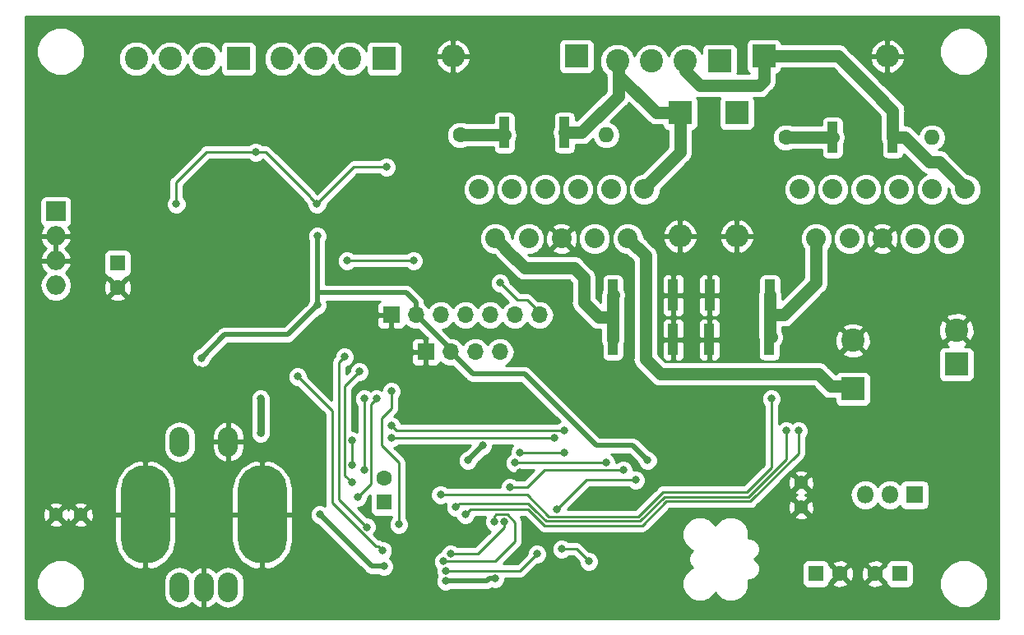
<source format=gbr>
G04 #@! TF.GenerationSoftware,KiCad,Pcbnew,5.0.0-5.0.0*
G04 #@! TF.CreationDate,2018-10-25T16:06:32-04:00*
G04 #@! TF.ProjectId,l6203dualmotordrive,6C363230336475616C6D6F746F726472,rev?*
G04 #@! TF.SameCoordinates,Original*
G04 #@! TF.FileFunction,Copper,L2,Bot,Signal*
G04 #@! TF.FilePolarity,Positive*
%FSLAX46Y46*%
G04 Gerber Fmt 4.6, Leading zero omitted, Abs format (unit mm)*
G04 Created by KiCad (PCBNEW 5.0.0-5.0.0) date Thu Oct 25 16:06:32 2018*
%MOMM*%
%LPD*%
G01*
G04 APERTURE LIST*
G04 #@! TA.AperFunction,ComponentPad*
%ADD10O,2.032000X3.048000*%
G04 #@! TD*
G04 #@! TA.AperFunction,ComponentPad*
%ADD11O,5.080000X10.160000*%
G04 #@! TD*
G04 #@! TA.AperFunction,ComponentPad*
%ADD12C,1.600000*%
G04 #@! TD*
G04 #@! TA.AperFunction,ComponentPad*
%ADD13O,1.600000X1.600000*%
G04 #@! TD*
G04 #@! TA.AperFunction,ComponentPad*
%ADD14R,1.600000X1.600000*%
G04 #@! TD*
G04 #@! TA.AperFunction,ComponentPad*
%ADD15C,2.400000*%
G04 #@! TD*
G04 #@! TA.AperFunction,ComponentPad*
%ADD16R,2.400000X2.400000*%
G04 #@! TD*
G04 #@! TA.AperFunction,ComponentPad*
%ADD17O,2.400000X2.400000*%
G04 #@! TD*
G04 #@! TA.AperFunction,ComponentPad*
%ADD18O,1.998980X1.998980*%
G04 #@! TD*
G04 #@! TA.AperFunction,ComponentPad*
%ADD19R,1.998980X1.998980*%
G04 #@! TD*
G04 #@! TA.AperFunction,SMDPad,CuDef*
%ADD20R,1.000000X3.200000*%
G04 #@! TD*
G04 #@! TA.AperFunction,ComponentPad*
%ADD21C,2.032000*%
G04 #@! TD*
G04 #@! TA.AperFunction,ComponentPad*
%ADD22O,1.700000X1.700000*%
G04 #@! TD*
G04 #@! TA.AperFunction,ComponentPad*
%ADD23R,1.700000X1.700000*%
G04 #@! TD*
G04 #@! TA.AperFunction,ComponentPad*
%ADD24O,1.800000X1.800000*%
G04 #@! TD*
G04 #@! TA.AperFunction,ComponentPad*
%ADD25R,1.800000X1.800000*%
G04 #@! TD*
G04 #@! TA.AperFunction,ComponentPad*
%ADD26C,1.400000*%
G04 #@! TD*
G04 #@! TA.AperFunction,ViaPad*
%ADD27C,0.800000*%
G04 #@! TD*
G04 #@! TA.AperFunction,Conductor*
%ADD28C,1.270000*%
G04 #@! TD*
G04 #@! TA.AperFunction,Conductor*
%ADD29C,0.508000*%
G04 #@! TD*
G04 #@! TA.AperFunction,Conductor*
%ADD30C,0.254000*%
G04 #@! TD*
G04 #@! TA.AperFunction,Conductor*
%ADD31C,0.762000*%
G04 #@! TD*
G04 APERTURE END LIST*
D10*
G04 #@! TO.P,SW1,C*
G04 #@! TO.N,GND*
X107696000Y-122054000D03*
G04 #@! TO.P,SW1,B*
G04 #@! TO.N,Net-(R32-Pad1)*
X110196000Y-122054000D03*
G04 #@! TO.P,SW1,A*
G04 #@! TO.N,Net-(R31-Pad1)*
X105196000Y-122054000D03*
G04 #@! TO.P,SW1,S2*
G04 #@! TO.N,GND*
X110196000Y-107054000D03*
G04 #@! TO.P,SW1,S1*
G04 #@! TO.N,/control/ENCSW*
X105196000Y-107054000D03*
D11*
G04 #@! TO.P,SW1,*
G04 #@! TO.N,GND*
X101696000Y-114554000D03*
X113696000Y-114554000D03*
G04 #@! TD*
D12*
G04 #@! TO.P,C3,1*
G04 #@! TO.N,Net-(C3-Pad1)*
X167640000Y-75692000D03*
D13*
G04 #@! TO.P,C3,2*
G04 #@! TO.N,Net-(C3-Pad2)*
X182640000Y-75692000D03*
G04 #@! TD*
G04 #@! TO.P,C4,2*
G04 #@! TO.N,Net-(C4-Pad2)*
X149112000Y-75438000D03*
D12*
G04 #@! TO.P,C4,1*
G04 #@! TO.N,Net-(C4-Pad1)*
X134112000Y-75438000D03*
G04 #@! TD*
G04 #@! TO.P,C9,2*
G04 #@! TO.N,GND*
X126238000Y-110784000D03*
D14*
G04 #@! TO.P,C9,1*
G04 #@! TO.N,Net-(C9-Pad1)*
X126238000Y-113284000D03*
G04 #@! TD*
D15*
G04 #@! TO.P,C22,2*
G04 #@! TO.N,GND*
X174498000Y-96600000D03*
D16*
G04 #@! TO.P,C22,1*
G04 #@! TO.N,VCC*
X174498000Y-101600000D03*
G04 #@! TD*
D12*
G04 #@! TO.P,C23,2*
G04 #@! TO.N,GND*
X176824000Y-120650000D03*
D14*
G04 #@! TO.P,C23,1*
G04 #@! TO.N,Net-(C23-Pad1)*
X179324000Y-120650000D03*
G04 #@! TD*
G04 #@! TO.P,C25,1*
G04 #@! TO.N,+6V*
X170688000Y-120650000D03*
D12*
G04 #@! TO.P,C25,2*
G04 #@! TO.N,GND*
X173188000Y-120650000D03*
G04 #@! TD*
D14*
G04 #@! TO.P,C31,1*
G04 #@! TO.N,VAA*
X98806000Y-88646000D03*
D12*
G04 #@! TO.P,C31,2*
G04 #@! TO.N,GND*
X98806000Y-91146000D03*
G04 #@! TD*
D17*
G04 #@! TO.P,D1,2*
G04 #@! TO.N,GND*
X162560000Y-85852000D03*
D16*
G04 #@! TO.P,D1,1*
G04 #@! TO.N,Net-(C3-Pad2)*
X162560000Y-73152000D03*
G04 #@! TD*
G04 #@! TO.P,D2,1*
G04 #@! TO.N,Net-(C6-Pad1)*
X165354000Y-67310000D03*
D17*
G04 #@! TO.P,D2,2*
G04 #@! TO.N,GND*
X178054000Y-67310000D03*
G04 #@! TD*
D16*
G04 #@! TO.P,D3,1*
G04 #@! TO.N,Net-(C4-Pad2)*
X146050000Y-67310000D03*
D17*
G04 #@! TO.P,D3,2*
G04 #@! TO.N,GND*
X133350000Y-67310000D03*
G04 #@! TD*
G04 #@! TO.P,D4,2*
G04 #@! TO.N,GND*
X156718000Y-85852000D03*
D16*
G04 #@! TO.P,D4,1*
G04 #@! TO.N,Net-(C8-Pad1)*
X156718000Y-73152000D03*
G04 #@! TD*
G04 #@! TO.P,j1,1*
G04 #@! TO.N,VCC*
X185166000Y-99060000D03*
D15*
G04 #@! TO.P,j1,2*
G04 #@! TO.N,GND*
X185166000Y-95560000D03*
G04 #@! TD*
D16*
G04 #@! TO.P,J1,1*
G04 #@! TO.N,Net-(C3-Pad2)*
X160782000Y-67818000D03*
D15*
G04 #@! TO.P,J1,2*
G04 #@! TO.N,Net-(C6-Pad1)*
X157282000Y-67818000D03*
G04 #@! TO.P,J1,4*
G04 #@! TO.N,Net-(C8-Pad1)*
X150282000Y-67818000D03*
G04 #@! TO.P,J1,3*
G04 #@! TO.N,Net-(C4-Pad2)*
X153782000Y-67818000D03*
G04 #@! TD*
G04 #@! TO.P,J2,3*
G04 #@! TO.N,Net-(J2-Pad3)*
X104252000Y-67564000D03*
G04 #@! TO.P,J2,4*
G04 #@! TO.N,Net-(J2-Pad4)*
X100752000Y-67564000D03*
G04 #@! TO.P,J2,2*
G04 #@! TO.N,Net-(J2-Pad2)*
X107752000Y-67564000D03*
D16*
G04 #@! TO.P,J2,1*
G04 #@! TO.N,Net-(J2-Pad1)*
X111252000Y-67564000D03*
G04 #@! TD*
G04 #@! TO.P,J3,1*
G04 #@! TO.N,Net-(J3-Pad1)*
X126238000Y-67564000D03*
D15*
G04 #@! TO.P,J3,2*
G04 #@! TO.N,Net-(J3-Pad2)*
X122738000Y-67564000D03*
G04 #@! TO.P,J3,4*
G04 #@! TO.N,Net-(J3-Pad4)*
X115738000Y-67564000D03*
G04 #@! TO.P,J3,3*
G04 #@! TO.N,Net-(J3-Pad3)*
X119238000Y-67564000D03*
G04 #@! TD*
D18*
G04 #@! TO.P,J4,3*
G04 #@! TO.N,GND*
X92456000Y-88392000D03*
G04 #@! TO.P,J4,2*
X92456000Y-85852000D03*
D19*
G04 #@! TO.P,J4,1*
G04 #@! TO.N,Net-(J4-Pad1)*
X92456000Y-83312000D03*
D18*
G04 #@! TO.P,J4,4*
G04 #@! TO.N,Net-(J4-Pad4)*
X92456000Y-90932000D03*
G04 #@! TD*
D20*
G04 #@! TO.P,R1,2*
G04 #@! TO.N,GND*
X159714000Y-96520000D03*
G04 #@! TO.P,R1,1*
G04 #@! TO.N,/MC7*
X165914000Y-96520000D03*
G04 #@! TD*
G04 #@! TO.P,R2,2*
G04 #@! TO.N,GND*
X156008000Y-91948000D03*
G04 #@! TO.P,R2,1*
G04 #@! TO.N,/MC8*
X149808000Y-91948000D03*
G04 #@! TD*
G04 #@! TO.P,R3,1*
G04 #@! TO.N,/MC7*
X165966000Y-91948000D03*
G04 #@! TO.P,R3,2*
G04 #@! TO.N,GND*
X159766000Y-91948000D03*
G04 #@! TD*
G04 #@! TO.P,R4,1*
G04 #@! TO.N,/MC8*
X149808000Y-96520000D03*
G04 #@! TO.P,R4,2*
G04 #@! TO.N,GND*
X156008000Y-96520000D03*
G04 #@! TD*
G04 #@! TO.P,R5,1*
G04 #@! TO.N,Net-(C4-Pad1)*
X138632000Y-75184000D03*
G04 #@! TO.P,R5,2*
G04 #@! TO.N,Net-(C8-Pad1)*
X144832000Y-75184000D03*
G04 #@! TD*
G04 #@! TO.P,R6,2*
G04 #@! TO.N,Net-(C6-Pad1)*
X178614000Y-75692000D03*
G04 #@! TO.P,R6,1*
G04 #@! TO.N,Net-(C3-Pad1)*
X172414000Y-75692000D03*
G04 #@! TD*
D21*
G04 #@! TO.P,U2,11*
G04 #@! TO.N,/MC6*
X169037000Y-81026000D03*
G04 #@! TO.P,U2,10*
G04 #@! TO.N,/MC7*
X170738800Y-86106000D03*
G04 #@! TO.P,U2,9*
G04 #@! TO.N,Net-(C1-Pad1)*
X172440600Y-81026000D03*
G04 #@! TO.P,U2,8*
G04 #@! TO.N,Net-(C6-Pad2)*
X174142400Y-86106000D03*
G04 #@! TO.P,U2,7*
G04 #@! TO.N,/MC2*
X175844200Y-81026000D03*
G04 #@! TO.P,U2,6*
G04 #@! TO.N,GND*
X177546000Y-86106000D03*
G04 #@! TO.P,U2,5*
G04 #@! TO.N,/MC1*
X179247800Y-81026000D03*
G04 #@! TO.P,U2,4*
G04 #@! TO.N,Net-(C5-Pad2)*
X180949600Y-86106000D03*
G04 #@! TO.P,U2,3*
G04 #@! TO.N,Net-(C3-Pad2)*
X182651400Y-81026000D03*
G04 #@! TO.P,U2,2*
G04 #@! TO.N,VCC*
X184353200Y-86106000D03*
G04 #@! TO.P,U2,1*
G04 #@! TO.N,Net-(C6-Pad1)*
X186055000Y-81026000D03*
G04 #@! TD*
G04 #@! TO.P,U3,1*
G04 #@! TO.N,Net-(C8-Pad1)*
X153035000Y-81026000D03*
G04 #@! TO.P,U3,2*
G04 #@! TO.N,VCC*
X151333200Y-86106000D03*
G04 #@! TO.P,U3,3*
G04 #@! TO.N,Net-(C4-Pad2)*
X149631400Y-81026000D03*
G04 #@! TO.P,U3,4*
G04 #@! TO.N,Net-(C7-Pad2)*
X147929600Y-86106000D03*
G04 #@! TO.P,U3,5*
G04 #@! TO.N,/MC3*
X146227800Y-81026000D03*
G04 #@! TO.P,U3,6*
G04 #@! TO.N,GND*
X144526000Y-86106000D03*
G04 #@! TO.P,U3,7*
G04 #@! TO.N,/MC4*
X142824200Y-81026000D03*
G04 #@! TO.P,U3,8*
G04 #@! TO.N,Net-(C8-Pad2)*
X141122400Y-86106000D03*
G04 #@! TO.P,U3,9*
G04 #@! TO.N,Net-(C2-Pad1)*
X139420600Y-81026000D03*
G04 #@! TO.P,U3,10*
G04 #@! TO.N,/MC8*
X137718800Y-86106000D03*
G04 #@! TO.P,U3,11*
G04 #@! TO.N,/MC5*
X136017000Y-81026000D03*
G04 #@! TD*
D22*
G04 #@! TO.P,U6,7*
G04 #@! TO.N,/control/DISPCS*
X142240000Y-93980000D03*
G04 #@! TO.P,U6,6*
G04 #@! TO.N,/control/SDO*
X139700000Y-93980000D03*
G04 #@! TO.P,U6,5*
G04 #@! TO.N,/control/DSPRST*
X137160000Y-93980000D03*
G04 #@! TO.P,U6,4*
G04 #@! TO.N,/control/SDI*
X134620000Y-93980000D03*
G04 #@! TO.P,U6,3*
G04 #@! TO.N,/control/SCK*
X132080000Y-93980000D03*
G04 #@! TO.P,U6,2*
G04 #@! TO.N,+3V3*
X129540000Y-93980000D03*
D23*
G04 #@! TO.P,U6,1*
G04 #@! TO.N,GND*
X127000000Y-93980000D03*
G04 #@! TD*
D22*
G04 #@! TO.P,U7,4*
G04 #@! TO.N,/control/SDA*
X138176000Y-97790000D03*
G04 #@! TO.P,U7,3*
G04 #@! TO.N,/control/SCL*
X135636000Y-97790000D03*
G04 #@! TO.P,U7,2*
G04 #@! TO.N,+3V3*
X133096000Y-97790000D03*
D23*
G04 #@! TO.P,U7,1*
G04 #@! TO.N,GND*
X130556000Y-97790000D03*
G04 #@! TD*
D24*
G04 #@! TO.P,U9,3*
G04 #@! TO.N,VCC*
X175768000Y-112522000D03*
G04 #@! TO.P,U9,2*
G04 #@! TO.N,+6V*
X178308000Y-112522000D03*
D25*
G04 #@! TO.P,U9,1*
G04 #@! TO.N,Net-(C23-Pad1)*
X180848000Y-112522000D03*
G04 #@! TD*
D26*
G04 #@! TO.P,REF\002A\002A,1*
G04 #@! TO.N,GND*
X169164000Y-113792000D03*
X169164000Y-111252000D03*
G04 #@! TD*
G04 #@! TO.P,REF\002A\002A,1*
G04 #@! TO.N,GND*
X92456000Y-114554000D03*
X94996000Y-114554000D03*
G04 #@! TD*
D27*
G04 #@! TO.N,GND*
X135382000Y-115824000D03*
X140208000Y-110236000D03*
X136652000Y-102362000D03*
X118618000Y-78486000D03*
X104140000Y-78486000D03*
X127762000Y-74168000D03*
X158242000Y-105942000D03*
X156718000Y-105942000D03*
X159766000Y-105942000D03*
X158242000Y-107950000D03*
X158242000Y-109220000D03*
X156039802Y-107950000D03*
X158242000Y-106934000D03*
X157226000Y-107950000D03*
X105918000Y-101600000D03*
X105918000Y-102870000D03*
X105918000Y-100584000D03*
X105918000Y-99592000D03*
X104648000Y-99592000D03*
X104648000Y-101600000D03*
X107188000Y-99592000D03*
X118110000Y-87884000D03*
X167132000Y-88392000D03*
X134112000Y-88392000D03*
X154432000Y-121158000D03*
X131826000Y-110998000D03*
X127000000Y-98806000D03*
X127000000Y-98806000D03*
X122174000Y-119126000D03*
G04 #@! TO.N,+3V3*
X119344000Y-82550000D03*
X126492000Y-78740000D03*
X113030000Y-77216000D03*
X104866000Y-82550000D03*
X119380000Y-92964000D03*
X119380000Y-85852000D03*
X107442000Y-98390000D03*
X153381000Y-108966000D03*
X119634000Y-114554000D03*
X137668000Y-121158000D03*
X132585500Y-121412000D03*
X126238000Y-119888000D03*
X134872933Y-108967067D03*
X136398000Y-107442000D03*
G04 #@! TO.N,+6V*
X113538000Y-106172000D03*
X113538000Y-102616000D03*
G04 #@! TO.N,Net-(C32-Pad1)*
X147320000Y-119380000D03*
X144526000Y-118110000D03*
G04 #@! TO.N,/pressuresense/PRES1*
X137616997Y-115316000D03*
X122174000Y-98298000D03*
X132334000Y-119380000D03*
X124453933Y-115830067D03*
G04 #@! TO.N,/pressuresense/PRES2*
X138617000Y-115316000D03*
X123698000Y-99822000D03*
X133096000Y-118618000D03*
X122936000Y-111252000D03*
G04 #@! TO.N,/pressuresense/VREF*
X141986000Y-118618000D03*
X117348000Y-100330000D03*
X132585500Y-120347859D03*
X126104933Y-118243067D03*
G04 #@! TO.N,/MC7*
X144018000Y-114046000D03*
X152146000Y-110998000D03*
G04 #@! TO.N,/MC8*
X150876000Y-109982000D03*
X139192000Y-111760000D03*
G04 #@! TO.N,PGD*
X140208000Y-108204000D03*
X144780000Y-108204000D03*
G04 #@! TO.N,PGC*
X139700000Y-109220000D03*
X149098000Y-109220000D03*
G04 #@! TO.N,/control/ENCSW*
X122936000Y-109474000D03*
X122936000Y-106934000D03*
G04 #@! TO.N,/pressuresense/VREFPMW*
X124206000Y-109982000D03*
X124206000Y-102616000D03*
G04 #@! TO.N,/control/DISPCS*
X138176000Y-90678000D03*
G04 #@! TO.N,/io/CANTX*
X143764000Y-106680000D03*
X127000000Y-106680000D03*
G04 #@! TO.N,/io/CANRX*
X144780000Y-105918000D03*
X127000000Y-105410000D03*
G04 #@! TO.N,/MC1*
X134620000Y-114554000D03*
X168910000Y-105918000D03*
G04 #@! TO.N,/MC2*
X133604000Y-113792000D03*
X167640000Y-105918000D03*
G04 #@! TO.N,/MC3*
X129286000Y-88392000D03*
X122428000Y-88392000D03*
X127000000Y-101854000D03*
X127762000Y-115570000D03*
G04 #@! TO.N,/MC4*
X123541398Y-112776000D03*
X125476000Y-102616000D03*
G04 #@! TO.N,/MC6*
X132073933Y-112515933D03*
X166116000Y-102616000D03*
G04 #@! TD*
D28*
G04 #@! TO.N,Net-(C3-Pad1)*
X167640000Y-75692000D02*
X172466000Y-75692000D01*
G04 #@! TO.N,Net-(C4-Pad1)*
X134112000Y-75438000D02*
X135243370Y-75438000D01*
X135243370Y-75438000D02*
X138684000Y-75438000D01*
G04 #@! TO.N,Net-(C6-Pad1)*
X183261000Y-78232000D02*
X182372000Y-78232000D01*
X182372000Y-78232000D02*
X179832000Y-75692000D01*
X179832000Y-75692000D02*
X178816000Y-75692000D01*
X178614000Y-75692000D02*
X178614000Y-72950000D01*
X178614000Y-72950000D02*
X176530000Y-70866000D01*
X176530000Y-70866000D02*
X172974000Y-67310000D01*
X172974000Y-67310000D02*
X165354000Y-67310000D01*
X165354000Y-67310000D02*
X165354000Y-69342000D01*
X165354000Y-69342000D02*
X165354000Y-69850000D01*
X165354000Y-69850000D02*
X164846000Y-70358000D01*
X164846000Y-70358000D02*
X158750000Y-70358000D01*
X158750000Y-70358000D02*
X157226000Y-68834000D01*
X157226000Y-68834000D02*
X157226000Y-67818000D01*
X183261000Y-78232000D02*
X183388000Y-78232000D01*
X183388000Y-78232000D02*
X186182000Y-81026000D01*
G04 #@! TO.N,Net-(C8-Pad1)*
X156718000Y-73152000D02*
X156718000Y-75622000D01*
X156718000Y-75622000D02*
X156718000Y-77216000D01*
X156718000Y-77216000D02*
X153162000Y-80772000D01*
X153162000Y-80772000D02*
X153162000Y-81280000D01*
X153162000Y-81280000D02*
X153162000Y-81026000D01*
X154248000Y-73152000D02*
X150368000Y-69272000D01*
X156718000Y-73152000D02*
X154248000Y-73152000D01*
X150368000Y-69272000D02*
X150368000Y-67818000D01*
X146602000Y-75184000D02*
X150368000Y-71418000D01*
X144832000Y-75184000D02*
X146602000Y-75184000D01*
X150368000Y-71418000D02*
X150368000Y-68072000D01*
X150368000Y-68072000D02*
X150114000Y-67818000D01*
D29*
G04 #@! TO.N,+3V3*
X129540000Y-93980000D02*
X133096000Y-97536000D01*
X133096000Y-97536000D02*
X133096000Y-97790000D01*
D30*
X119344000Y-82550000D02*
X123154000Y-78740000D01*
X123154000Y-78740000D02*
X126492000Y-78740000D01*
X118618000Y-81788000D02*
X114046000Y-77216000D01*
X118618000Y-81824000D02*
X119344000Y-82550000D01*
X118618000Y-81788000D02*
X118618000Y-81824000D01*
X114046000Y-77216000D02*
X113030000Y-77216000D01*
X113030000Y-77216000D02*
X112464315Y-77216000D01*
X112464315Y-77216000D02*
X107950000Y-77216000D01*
X107950000Y-77216000D02*
X104866000Y-80300000D01*
X104866000Y-80300000D02*
X104866000Y-82550000D01*
D29*
X128524000Y-91694000D02*
X120650000Y-91694000D01*
X129540000Y-93980000D02*
X129540000Y-92710000D01*
X129540000Y-92710000D02*
X128524000Y-91694000D01*
X120650000Y-91694000D02*
X119380000Y-91694000D01*
X119380000Y-92964000D02*
X119380000Y-91694000D01*
X119380000Y-91694000D02*
X119380000Y-85852000D01*
X107442000Y-98390000D02*
X109820000Y-96012000D01*
X118980001Y-93363999D02*
X119380000Y-92964000D01*
X116332000Y-96012000D02*
X118980001Y-93363999D01*
X109820000Y-96012000D02*
X116332000Y-96012000D01*
X153381000Y-108966000D02*
X151857000Y-107442000D01*
X151857000Y-107442000D02*
X148082000Y-107442000D01*
X148082000Y-107442000D02*
X140716000Y-100076000D01*
X140716000Y-100076000D02*
X135382000Y-100076000D01*
X135382000Y-100076000D02*
X133096000Y-97790000D01*
X136848315Y-121412000D02*
X132585500Y-121412000D01*
X137668000Y-121158000D02*
X137102315Y-121158000D01*
X137102315Y-121158000D02*
X136848315Y-121412000D01*
X124968000Y-119888000D02*
X119634000Y-114554000D01*
X126238000Y-119888000D02*
X124968000Y-119888000D01*
X134872933Y-108967067D02*
X136398000Y-107442000D01*
D28*
G04 #@! TO.N,VCC*
X152349199Y-87121999D02*
X152399999Y-87121999D01*
X151333200Y-86106000D02*
X152349199Y-87121999D01*
X152399999Y-87121999D02*
X153162000Y-87884000D01*
X153162000Y-87884000D02*
X153162000Y-98552000D01*
X153162000Y-98552000D02*
X154686000Y-100076000D01*
X154686000Y-100076000D02*
X170942000Y-100076000D01*
X170942000Y-100076000D02*
X172212000Y-101346000D01*
X172212000Y-101346000D02*
X174498000Y-101346000D01*
D31*
G04 #@! TO.N,+6V*
X113538000Y-106172000D02*
X113538000Y-102616000D01*
D30*
G04 #@! TO.N,Net-(C32-Pad1)*
X147320000Y-119380000D02*
X146050000Y-118110000D01*
X146050000Y-118110000D02*
X144526000Y-118110000D01*
G04 #@! TO.N,/pressuresense/PRES1*
X137616997Y-114750315D02*
X137813312Y-114554000D01*
X137616997Y-115316000D02*
X137616997Y-114750315D01*
X138930962Y-114554000D02*
X139700000Y-115323038D01*
X137813312Y-114554000D02*
X138930962Y-114554000D01*
X121666000Y-98806000D02*
X122174000Y-98298000D01*
X139700000Y-115323038D02*
X139700000Y-115450066D01*
X139700000Y-115450066D02*
X139700000Y-117348000D01*
X139700000Y-117348000D02*
X137668000Y-119380000D01*
X137668000Y-119380000D02*
X132334000Y-119380000D01*
X121774001Y-98697999D02*
X122174000Y-98298000D01*
X121612010Y-98859990D02*
X121774001Y-98697999D01*
X121612010Y-112988144D02*
X121612010Y-98859990D01*
X124453933Y-115830067D02*
X121612010Y-112988144D01*
G04 #@! TO.N,/pressuresense/PRES2*
X138617000Y-115881685D02*
X138430000Y-116068685D01*
X138617000Y-115316000D02*
X138617000Y-115881685D01*
X122208999Y-101311001D02*
X123698000Y-99822000D01*
X138430000Y-116068685D02*
X138430000Y-116078000D01*
X138430000Y-116078000D02*
X135890000Y-118618000D01*
X135890000Y-118618000D02*
X133096000Y-118618000D01*
X122208999Y-110524999D02*
X122208999Y-101311001D01*
X122936000Y-111252000D02*
X122208999Y-110524999D01*
G04 #@! TO.N,/pressuresense/VREF*
X141986000Y-118618000D02*
X141586001Y-119017999D01*
X141586001Y-119017999D02*
X140462000Y-120142000D01*
X140462000Y-120142000D02*
X140256141Y-120347859D01*
X140256141Y-120347859D02*
X132585500Y-120347859D01*
X125390972Y-117843068D02*
X120904000Y-113356096D01*
X126104933Y-118243067D02*
X125704934Y-117843068D01*
X125704934Y-117843068D02*
X125390972Y-117843068D01*
X120904000Y-103886000D02*
X117348000Y-100330000D01*
X120904000Y-113356096D02*
X120904000Y-103886000D01*
D28*
G04 #@! TO.N,/MC7*
X165966000Y-96116000D02*
X166116000Y-96266000D01*
X165966000Y-93980000D02*
X167386000Y-93980000D01*
X165966000Y-93980000D02*
X165966000Y-96116000D01*
X165966000Y-91948000D02*
X165966000Y-93980000D01*
X167386000Y-93980000D02*
X170688000Y-90678000D01*
X170688000Y-90678000D02*
X170688000Y-86106000D01*
D30*
X144018000Y-114046000D02*
X147066000Y-110998000D01*
X147066000Y-110998000D02*
X152146000Y-110998000D01*
D28*
G04 #@! TO.N,/MC8*
X149808000Y-92000000D02*
X149860000Y-91948000D01*
X148336000Y-94234000D02*
X149808000Y-94234000D01*
X149808000Y-96520000D02*
X149808000Y-94234000D01*
X149808000Y-94234000D02*
X149808000Y-92000000D01*
X138734799Y-87121999D02*
X138734799Y-87172799D01*
X137718800Y-86106000D02*
X138734799Y-87121999D01*
X138734799Y-87172799D02*
X140716000Y-89154000D01*
X140716000Y-89154000D02*
X145796000Y-89154000D01*
X145796000Y-89154000D02*
X146812000Y-90170000D01*
X146812000Y-92710000D02*
X148336000Y-94234000D01*
X146812000Y-90170000D02*
X146812000Y-92710000D01*
D30*
X139192000Y-111760000D02*
X140970000Y-111760000D01*
X140970000Y-111760000D02*
X142748000Y-109982000D01*
X142748000Y-109982000D02*
X143256000Y-109982000D01*
X143002000Y-109982000D02*
X143256000Y-109982000D01*
X143256000Y-109982000D02*
X150876000Y-109982000D01*
G04 #@! TO.N,PGD*
X140208000Y-108204000D02*
X144780000Y-108204000D01*
G04 #@! TO.N,PGC*
X139700000Y-109220000D02*
X145542000Y-109220000D01*
X145542000Y-109220000D02*
X149098000Y-109220000D01*
G04 #@! TO.N,/control/ENCSW*
X122936000Y-109474000D02*
X122936000Y-106934000D01*
G04 #@! TO.N,/pressuresense/VREFPMW*
X124206000Y-109982000D02*
X124206000Y-102616000D01*
G04 #@! TO.N,/control/DISPCS*
X138176000Y-90678000D02*
X139954000Y-92456000D01*
X139954000Y-92456000D02*
X140970000Y-92456000D01*
X140970000Y-92456000D02*
X142240000Y-93726000D01*
G04 #@! TO.N,/io/CANTX*
X143764000Y-106680000D02*
X127000000Y-106680000D01*
G04 #@! TO.N,/io/CANRX*
X144780000Y-105918000D02*
X127508000Y-105918000D01*
X127508000Y-105918000D02*
X127000000Y-105410000D01*
G04 #@! TO.N,/MC1*
X134620000Y-114554000D02*
X135128000Y-114046000D01*
X142724954Y-115681021D02*
X152811113Y-115681021D01*
X135128000Y-114046000D02*
X141089934Y-114046000D01*
X141089934Y-114046000D02*
X142724954Y-115681021D01*
X168910000Y-108218134D02*
X168910000Y-105918000D01*
X163952114Y-113176020D02*
X168910000Y-108218134D01*
X152811113Y-115681021D02*
X155316114Y-113176020D01*
X155316114Y-113176020D02*
X163952114Y-113176020D01*
G04 #@! TO.N,/MC2*
X167640000Y-108846067D02*
X167640000Y-105918000D01*
X163764057Y-112722010D02*
X167640000Y-108846067D01*
X155128056Y-112722010D02*
X163764057Y-112722010D01*
X152623056Y-115227011D02*
X155128056Y-112722010D01*
X142913011Y-115227011D02*
X152623056Y-115227011D01*
X141851934Y-114165934D02*
X142913011Y-115227011D01*
X141078001Y-113392001D02*
X141851934Y-114165934D01*
X133604000Y-113792000D02*
X134003999Y-113392001D01*
X134003999Y-113392001D02*
X141078001Y-113392001D01*
G04 #@! TO.N,/MC3*
X129286000Y-88392000D02*
X122428000Y-88392000D01*
X127000000Y-101854000D02*
X127000000Y-103632000D01*
X127000000Y-103632000D02*
X125984000Y-104648000D01*
X125984000Y-104648000D02*
X125984000Y-107442000D01*
X125984000Y-107442000D02*
X127762000Y-109220000D01*
X127762000Y-109220000D02*
X127762000Y-115570000D01*
G04 #@! TO.N,/MC4*
X124933001Y-103158999D02*
X125476000Y-102616000D01*
X123541398Y-112776000D02*
X124933001Y-111384397D01*
X124933001Y-111384397D02*
X124933001Y-103158999D01*
G04 #@! TO.N,/MC6*
X132073933Y-112515933D02*
X138423933Y-112515933D01*
X138423933Y-112515933D02*
X138430000Y-112522000D01*
X166116000Y-109728000D02*
X166116000Y-102616000D01*
X140963933Y-112515933D02*
X143221001Y-114773001D01*
X138423933Y-112515933D02*
X140963933Y-112515933D01*
X152434999Y-114773001D02*
X154940000Y-112268000D01*
X143221001Y-114773001D02*
X152434999Y-114773001D01*
X163576000Y-112268000D02*
X166116000Y-109728000D01*
X154940000Y-112268000D02*
X163576000Y-112268000D01*
G04 #@! TD*
G04 #@! TO.N,GND*
G36*
X189536001Y-125274000D02*
X89356000Y-125274000D01*
X89356000Y-121171703D01*
X90479000Y-121171703D01*
X90479000Y-122160297D01*
X90857319Y-123073639D01*
X91556361Y-123772681D01*
X92469703Y-124151000D01*
X93458297Y-124151000D01*
X94371639Y-123772681D01*
X95070681Y-123073639D01*
X95449000Y-122160297D01*
X95449000Y-121383392D01*
X103545000Y-121383392D01*
X103545000Y-122724609D01*
X103640792Y-123206188D01*
X104005696Y-123752305D01*
X104551813Y-124117208D01*
X105196000Y-124245345D01*
X105840188Y-124117208D01*
X106386305Y-123752305D01*
X106468809Y-123628828D01*
X106618370Y-123819236D01*
X107181523Y-124135926D01*
X107313056Y-124167975D01*
X107569000Y-124048836D01*
X107569000Y-122181000D01*
X107549000Y-122181000D01*
X107549000Y-121927000D01*
X107569000Y-121927000D01*
X107569000Y-120059164D01*
X107823000Y-120059164D01*
X107823000Y-121927000D01*
X107843000Y-121927000D01*
X107843000Y-122181000D01*
X107823000Y-122181000D01*
X107823000Y-124048836D01*
X108078944Y-124167975D01*
X108210477Y-124135926D01*
X108773630Y-123819236D01*
X108923191Y-123628828D01*
X109005696Y-123752305D01*
X109551813Y-124117208D01*
X110196000Y-124245345D01*
X110840188Y-124117208D01*
X111386305Y-123752305D01*
X111751208Y-123206188D01*
X111847000Y-122724609D01*
X111847000Y-121383391D01*
X111751208Y-120901812D01*
X111386305Y-120355695D01*
X110840187Y-119990792D01*
X110196000Y-119862655D01*
X109551812Y-119990792D01*
X109005695Y-120355695D01*
X108923191Y-120479172D01*
X108773630Y-120288764D01*
X108210477Y-119972074D01*
X108078944Y-119940025D01*
X107823000Y-120059164D01*
X107569000Y-120059164D01*
X107313056Y-119940025D01*
X107181523Y-119972074D01*
X106618370Y-120288764D01*
X106468809Y-120479172D01*
X106386305Y-120355695D01*
X105840187Y-119990792D01*
X105196000Y-119862655D01*
X104551812Y-119990792D01*
X104005695Y-120355695D01*
X103640792Y-120901813D01*
X103545000Y-121383392D01*
X95449000Y-121383392D01*
X95449000Y-121171703D01*
X95070681Y-120258361D01*
X94371639Y-119559319D01*
X93458297Y-119181000D01*
X92469703Y-119181000D01*
X91556361Y-119559319D01*
X90857319Y-120258361D01*
X90479000Y-121171703D01*
X89356000Y-121171703D01*
X89356000Y-115489275D01*
X91700331Y-115489275D01*
X91762169Y-115725042D01*
X92263122Y-115901419D01*
X92793440Y-115872664D01*
X93149831Y-115725042D01*
X93211669Y-115489275D01*
X94240331Y-115489275D01*
X94302169Y-115725042D01*
X94803122Y-115901419D01*
X95333440Y-115872664D01*
X95689831Y-115725042D01*
X95751669Y-115489275D01*
X94996000Y-114733605D01*
X94240331Y-115489275D01*
X93211669Y-115489275D01*
X92456000Y-114733605D01*
X91700331Y-115489275D01*
X89356000Y-115489275D01*
X89356000Y-114361122D01*
X91108581Y-114361122D01*
X91137336Y-114891440D01*
X91284958Y-115247831D01*
X91520725Y-115309669D01*
X92276395Y-114554000D01*
X92635605Y-114554000D01*
X93391275Y-115309669D01*
X93627042Y-115247831D01*
X93717977Y-114989555D01*
X93824958Y-115247831D01*
X94060725Y-115309669D01*
X94816395Y-114554000D01*
X95175605Y-114554000D01*
X95931275Y-115309669D01*
X96167042Y-115247831D01*
X96343419Y-114746878D01*
X96339847Y-114681000D01*
X98521000Y-114681000D01*
X98521000Y-117221000D01*
X98811283Y-118426353D01*
X99540738Y-119428867D01*
X100598312Y-120075919D01*
X101074282Y-120207534D01*
X101569000Y-120107575D01*
X101569000Y-114681000D01*
X101823000Y-114681000D01*
X101823000Y-120107575D01*
X102317718Y-120207534D01*
X102793688Y-120075919D01*
X103851262Y-119428867D01*
X104580717Y-118426353D01*
X104871000Y-117221000D01*
X104871000Y-114681000D01*
X110521000Y-114681000D01*
X110521000Y-117221000D01*
X110811283Y-118426353D01*
X111540738Y-119428867D01*
X112598312Y-120075919D01*
X113074282Y-120207534D01*
X113569000Y-120107575D01*
X113569000Y-114681000D01*
X113823000Y-114681000D01*
X113823000Y-120107575D01*
X114317718Y-120207534D01*
X114793688Y-120075919D01*
X115851262Y-119428867D01*
X116580717Y-118426353D01*
X116871000Y-117221000D01*
X116871000Y-114681000D01*
X113823000Y-114681000D01*
X113569000Y-114681000D01*
X110521000Y-114681000D01*
X104871000Y-114681000D01*
X101823000Y-114681000D01*
X101569000Y-114681000D01*
X98521000Y-114681000D01*
X96339847Y-114681000D01*
X96314664Y-114216560D01*
X96167042Y-113860169D01*
X95931275Y-113798331D01*
X95175605Y-114554000D01*
X94816395Y-114554000D01*
X94060725Y-113798331D01*
X93824958Y-113860169D01*
X93734023Y-114118445D01*
X93627042Y-113860169D01*
X93391275Y-113798331D01*
X92635605Y-114554000D01*
X92276395Y-114554000D01*
X91520725Y-113798331D01*
X91284958Y-113860169D01*
X91108581Y-114361122D01*
X89356000Y-114361122D01*
X89356000Y-113618725D01*
X91700331Y-113618725D01*
X92456000Y-114374395D01*
X93211669Y-113618725D01*
X94240331Y-113618725D01*
X94996000Y-114374395D01*
X95751669Y-113618725D01*
X95689831Y-113382958D01*
X95188878Y-113206581D01*
X94658560Y-113235336D01*
X94302169Y-113382958D01*
X94240331Y-113618725D01*
X93211669Y-113618725D01*
X93149831Y-113382958D01*
X92648878Y-113206581D01*
X92118560Y-113235336D01*
X91762169Y-113382958D01*
X91700331Y-113618725D01*
X89356000Y-113618725D01*
X89356000Y-111887000D01*
X98521000Y-111887000D01*
X98521000Y-114427000D01*
X101569000Y-114427000D01*
X101569000Y-109000425D01*
X101823000Y-109000425D01*
X101823000Y-114427000D01*
X104871000Y-114427000D01*
X104871000Y-111887000D01*
X110521000Y-111887000D01*
X110521000Y-114427000D01*
X113569000Y-114427000D01*
X113569000Y-109000425D01*
X113823000Y-109000425D01*
X113823000Y-114427000D01*
X116871000Y-114427000D01*
X116871000Y-111887000D01*
X116580717Y-110681647D01*
X115851262Y-109679133D01*
X114793688Y-109032081D01*
X114317718Y-108900466D01*
X113823000Y-109000425D01*
X113569000Y-109000425D01*
X113074282Y-108900466D01*
X112598312Y-109032081D01*
X111540738Y-109679133D01*
X110811283Y-110681647D01*
X110521000Y-111887000D01*
X104871000Y-111887000D01*
X104580717Y-110681647D01*
X103851262Y-109679133D01*
X102793688Y-109032081D01*
X102317718Y-108900466D01*
X101823000Y-109000425D01*
X101569000Y-109000425D01*
X101074282Y-108900466D01*
X100598312Y-109032081D01*
X99540738Y-109679133D01*
X98811283Y-110681647D01*
X98521000Y-111887000D01*
X89356000Y-111887000D01*
X89356000Y-106383392D01*
X103545000Y-106383392D01*
X103545000Y-107724609D01*
X103640792Y-108206188D01*
X104005696Y-108752305D01*
X104551813Y-109117208D01*
X105196000Y-109245345D01*
X105840188Y-109117208D01*
X106386305Y-108752305D01*
X106751208Y-108206188D01*
X106847000Y-107724609D01*
X106847000Y-107181000D01*
X108545000Y-107181000D01*
X108545000Y-107689000D01*
X108719276Y-108311143D01*
X109118370Y-108819236D01*
X109681523Y-109135926D01*
X109813056Y-109167975D01*
X110069000Y-109048836D01*
X110069000Y-107181000D01*
X110323000Y-107181000D01*
X110323000Y-109048836D01*
X110578944Y-109167975D01*
X110710477Y-109135926D01*
X111273630Y-108819236D01*
X111672724Y-108311143D01*
X111847000Y-107689000D01*
X111847000Y-107181000D01*
X110323000Y-107181000D01*
X110069000Y-107181000D01*
X108545000Y-107181000D01*
X106847000Y-107181000D01*
X106847000Y-106419000D01*
X108545000Y-106419000D01*
X108545000Y-106927000D01*
X110069000Y-106927000D01*
X110069000Y-105059164D01*
X110323000Y-105059164D01*
X110323000Y-106927000D01*
X111847000Y-106927000D01*
X111847000Y-106419000D01*
X111672724Y-105796857D01*
X111273630Y-105288764D01*
X110710477Y-104972074D01*
X110578944Y-104940025D01*
X110323000Y-105059164D01*
X110069000Y-105059164D01*
X109813056Y-104940025D01*
X109681523Y-104972074D01*
X109118370Y-105288764D01*
X108719276Y-105796857D01*
X108545000Y-106419000D01*
X106847000Y-106419000D01*
X106847000Y-106383391D01*
X106751208Y-105901812D01*
X106386305Y-105355695D01*
X105840187Y-104990792D01*
X105196000Y-104862655D01*
X104551812Y-104990792D01*
X104005695Y-105355695D01*
X103640792Y-105901813D01*
X103545000Y-106383392D01*
X89356000Y-106383392D01*
X89356000Y-102410126D01*
X112503000Y-102410126D01*
X112503000Y-102821874D01*
X112522001Y-102867746D01*
X112522000Y-105920256D01*
X112503000Y-105966126D01*
X112503000Y-106377874D01*
X112580045Y-106563878D01*
X112580949Y-106568422D01*
X112583523Y-106572275D01*
X112660569Y-106758280D01*
X112802930Y-106900641D01*
X112805505Y-106904495D01*
X112809359Y-106907070D01*
X112951720Y-107049431D01*
X113137723Y-107126476D01*
X113141577Y-107129051D01*
X113146123Y-107129955D01*
X113332126Y-107207000D01*
X113533455Y-107207000D01*
X113538000Y-107207904D01*
X113542545Y-107207000D01*
X113743874Y-107207000D01*
X113929878Y-107129955D01*
X113934422Y-107129051D01*
X113938275Y-107126477D01*
X114124280Y-107049431D01*
X114266641Y-106907070D01*
X114270495Y-106904495D01*
X114273070Y-106900641D01*
X114415431Y-106758280D01*
X114492476Y-106572277D01*
X114495051Y-106568423D01*
X114495955Y-106563877D01*
X114573000Y-106377874D01*
X114573000Y-105966126D01*
X114554000Y-105920256D01*
X114554000Y-102867744D01*
X114573000Y-102821874D01*
X114573000Y-102410126D01*
X114495955Y-102224123D01*
X114495051Y-102219577D01*
X114492476Y-102215723D01*
X114415431Y-102029720D01*
X114273070Y-101887359D01*
X114270495Y-101883505D01*
X114266641Y-101880930D01*
X114124280Y-101738569D01*
X113938277Y-101661524D01*
X113934423Y-101658949D01*
X113929877Y-101658045D01*
X113743874Y-101581000D01*
X113542545Y-101581000D01*
X113538000Y-101580096D01*
X113533455Y-101581000D01*
X113332126Y-101581000D01*
X113146122Y-101658045D01*
X113141578Y-101658949D01*
X113137725Y-101661523D01*
X112951720Y-101738569D01*
X112809357Y-101880932D01*
X112805506Y-101883505D01*
X112802933Y-101887356D01*
X112660569Y-102029720D01*
X112583523Y-102215727D01*
X112580950Y-102219577D01*
X112580047Y-102224119D01*
X112503000Y-102410126D01*
X89356000Y-102410126D01*
X89356000Y-98184126D01*
X106407000Y-98184126D01*
X106407000Y-98595874D01*
X106564569Y-98976280D01*
X106855720Y-99267431D01*
X107236126Y-99425000D01*
X107647874Y-99425000D01*
X108028280Y-99267431D01*
X108319431Y-98976280D01*
X108465431Y-98623804D01*
X110188236Y-96901000D01*
X116244445Y-96901000D01*
X116332000Y-96918416D01*
X116419555Y-96901000D01*
X116419556Y-96901000D01*
X116678870Y-96849419D01*
X116732340Y-96813691D01*
X129071000Y-96813691D01*
X129071000Y-97504250D01*
X129229750Y-97663000D01*
X130429000Y-97663000D01*
X130429000Y-96463750D01*
X130270250Y-96305000D01*
X129579690Y-96305000D01*
X129346301Y-96401673D01*
X129167673Y-96580302D01*
X129071000Y-96813691D01*
X116732340Y-96813691D01*
X116972933Y-96652933D01*
X117022531Y-96578704D01*
X119335485Y-94265750D01*
X125515000Y-94265750D01*
X125515000Y-94956309D01*
X125611673Y-95189698D01*
X125790301Y-95368327D01*
X126023690Y-95465000D01*
X126714250Y-95465000D01*
X126873000Y-95306250D01*
X126873000Y-94107000D01*
X125673750Y-94107000D01*
X125515000Y-94265750D01*
X119335485Y-94265750D01*
X119613806Y-93987430D01*
X119966280Y-93841431D01*
X120257431Y-93550280D01*
X120415000Y-93169874D01*
X120415000Y-92758126D01*
X120342461Y-92583000D01*
X125811239Y-92583000D01*
X125790301Y-92591673D01*
X125611673Y-92770302D01*
X125515000Y-93003691D01*
X125515000Y-93694250D01*
X125673750Y-93853000D01*
X126873000Y-93853000D01*
X126873000Y-93833000D01*
X127127000Y-93833000D01*
X127127000Y-93853000D01*
X127147000Y-93853000D01*
X127147000Y-94107000D01*
X127127000Y-94107000D01*
X127127000Y-95306250D01*
X127285750Y-95465000D01*
X127976310Y-95465000D01*
X128209699Y-95368327D01*
X128388327Y-95189698D01*
X128454904Y-95028967D01*
X128469375Y-95050625D01*
X128960582Y-95378839D01*
X129393744Y-95465000D01*
X129686256Y-95465000D01*
X129754242Y-95451477D01*
X130724757Y-96421993D01*
X130683000Y-96463750D01*
X130683000Y-97663000D01*
X130703000Y-97663000D01*
X130703000Y-97917000D01*
X130683000Y-97917000D01*
X130683000Y-99116250D01*
X130841750Y-99275000D01*
X131532310Y-99275000D01*
X131765699Y-99178327D01*
X131944327Y-98999698D01*
X132010904Y-98838967D01*
X132025375Y-98860625D01*
X132516582Y-99188839D01*
X132949744Y-99275000D01*
X133242256Y-99275000D01*
X133310242Y-99261477D01*
X134691470Y-100642706D01*
X134741067Y-100716933D01*
X135035130Y-100913419D01*
X135294444Y-100965000D01*
X135294448Y-100965000D01*
X135381999Y-100982415D01*
X135469550Y-100965000D01*
X140347765Y-100965000D01*
X144356081Y-104973317D01*
X144193720Y-105040569D01*
X144078289Y-105156000D01*
X128015066Y-105156000D01*
X127877431Y-104823720D01*
X127586280Y-104532569D01*
X127296919Y-104412712D01*
X127485749Y-104223882D01*
X127549371Y-104181371D01*
X127604658Y-104098629D01*
X127717787Y-103929318D01*
X127717788Y-103929317D01*
X127762000Y-103707048D01*
X127762000Y-103707043D01*
X127776927Y-103632000D01*
X127762000Y-103556957D01*
X127762000Y-102555711D01*
X127877431Y-102440280D01*
X128035000Y-102059874D01*
X128035000Y-101648126D01*
X127877431Y-101267720D01*
X127586280Y-100976569D01*
X127205874Y-100819000D01*
X126794126Y-100819000D01*
X126413720Y-100976569D01*
X126122569Y-101267720D01*
X125965000Y-101648126D01*
X125965000Y-101698274D01*
X125681874Y-101581000D01*
X125270126Y-101581000D01*
X124889720Y-101738569D01*
X124841000Y-101787289D01*
X124792280Y-101738569D01*
X124411874Y-101581000D01*
X124000126Y-101581000D01*
X123619720Y-101738569D01*
X123328569Y-102029720D01*
X123171000Y-102410126D01*
X123171000Y-102821874D01*
X123328569Y-103202280D01*
X123444001Y-103317712D01*
X123444001Y-106024145D01*
X123141874Y-105899000D01*
X122970999Y-105899000D01*
X122970999Y-101626631D01*
X123740631Y-100857000D01*
X123903874Y-100857000D01*
X124284280Y-100699431D01*
X124575431Y-100408280D01*
X124733000Y-100027874D01*
X124733000Y-99616126D01*
X124575431Y-99235720D01*
X124284280Y-98944569D01*
X123903874Y-98787000D01*
X123492126Y-98787000D01*
X123111720Y-98944569D01*
X122820569Y-99235720D01*
X122663000Y-99616126D01*
X122663000Y-99779369D01*
X122374010Y-100068360D01*
X122374010Y-99333000D01*
X122379874Y-99333000D01*
X122760280Y-99175431D01*
X123051431Y-98884280D01*
X123209000Y-98503874D01*
X123209000Y-98092126D01*
X123202217Y-98075750D01*
X129071000Y-98075750D01*
X129071000Y-98766309D01*
X129167673Y-98999698D01*
X129346301Y-99178327D01*
X129579690Y-99275000D01*
X130270250Y-99275000D01*
X130429000Y-99116250D01*
X130429000Y-97917000D01*
X129229750Y-97917000D01*
X129071000Y-98075750D01*
X123202217Y-98075750D01*
X123051431Y-97711720D01*
X122760280Y-97420569D01*
X122379874Y-97263000D01*
X121968126Y-97263000D01*
X121587720Y-97420569D01*
X121296569Y-97711720D01*
X121139000Y-98092126D01*
X121139000Y-98255370D01*
X121126262Y-98268108D01*
X121062640Y-98310619D01*
X121020129Y-98374241D01*
X121020128Y-98374242D01*
X120894223Y-98562673D01*
X120835083Y-98859990D01*
X120850011Y-98935038D01*
X120850011Y-102754380D01*
X118383000Y-100287370D01*
X118383000Y-100124126D01*
X118225431Y-99743720D01*
X117934280Y-99452569D01*
X117553874Y-99295000D01*
X117142126Y-99295000D01*
X116761720Y-99452569D01*
X116470569Y-99743720D01*
X116313000Y-100124126D01*
X116313000Y-100535874D01*
X116470569Y-100916280D01*
X116761720Y-101207431D01*
X117142126Y-101365000D01*
X117305370Y-101365000D01*
X120142001Y-104201632D01*
X120142000Y-113281053D01*
X120127073Y-113356096D01*
X120142000Y-113431139D01*
X120142000Y-113431143D01*
X120186212Y-113653412D01*
X120194569Y-113665919D01*
X119839874Y-113519000D01*
X119428126Y-113519000D01*
X119047720Y-113676569D01*
X118756569Y-113967720D01*
X118599000Y-114348126D01*
X118599000Y-114759874D01*
X118756569Y-115140280D01*
X119047720Y-115431431D01*
X119400196Y-115577431D01*
X124277471Y-120454707D01*
X124327067Y-120528933D01*
X124621130Y-120725419D01*
X124880444Y-120777000D01*
X124967999Y-120794416D01*
X125055554Y-120777000D01*
X125679650Y-120777000D01*
X126032126Y-120923000D01*
X126443874Y-120923000D01*
X126824280Y-120765431D01*
X127115431Y-120474280D01*
X127273000Y-120093874D01*
X127273000Y-119682126D01*
X127115431Y-119301720D01*
X126824280Y-119010569D01*
X126807919Y-119003792D01*
X126982364Y-118829347D01*
X127139933Y-118448941D01*
X127139933Y-118037193D01*
X126982364Y-117656787D01*
X126691213Y-117365636D01*
X126310807Y-117208067D01*
X126126151Y-117208067D01*
X126002251Y-117125280D01*
X125779982Y-117081068D01*
X125779977Y-117081068D01*
X125704934Y-117066141D01*
X125693876Y-117068341D01*
X125186623Y-116561088D01*
X125331364Y-116416347D01*
X125488933Y-116035941D01*
X125488933Y-115624193D01*
X125331364Y-115243787D01*
X125040213Y-114952636D01*
X124659807Y-114795067D01*
X124496564Y-114795067D01*
X123512496Y-113811000D01*
X123747272Y-113811000D01*
X124127678Y-113653431D01*
X124418829Y-113362280D01*
X124576398Y-112981874D01*
X124576398Y-112818630D01*
X124790560Y-112604469D01*
X124790560Y-114084000D01*
X124839843Y-114331765D01*
X124980191Y-114541809D01*
X125190235Y-114682157D01*
X125438000Y-114731440D01*
X127000001Y-114731440D01*
X127000001Y-114868288D01*
X126884569Y-114983720D01*
X126727000Y-115364126D01*
X126727000Y-115775874D01*
X126884569Y-116156280D01*
X127175720Y-116447431D01*
X127556126Y-116605000D01*
X127967874Y-116605000D01*
X128348280Y-116447431D01*
X128639431Y-116156280D01*
X128797000Y-115775874D01*
X128797000Y-115364126D01*
X128639431Y-114983720D01*
X128524000Y-114868289D01*
X128524000Y-109295047D01*
X128538928Y-109220000D01*
X128524000Y-109144952D01*
X128479788Y-108922683D01*
X128391319Y-108790280D01*
X128353882Y-108734251D01*
X128311371Y-108670629D01*
X128247750Y-108628119D01*
X127296919Y-107677288D01*
X127586280Y-107557431D01*
X127701711Y-107442000D01*
X135140764Y-107442000D01*
X134639129Y-107943636D01*
X134286653Y-108089636D01*
X133995502Y-108380787D01*
X133837933Y-108761193D01*
X133837933Y-109172941D01*
X133995502Y-109553347D01*
X134286653Y-109844498D01*
X134667059Y-110002067D01*
X135078807Y-110002067D01*
X135459213Y-109844498D01*
X135750364Y-109553347D01*
X135896364Y-109200871D01*
X136631805Y-108465431D01*
X136984280Y-108319431D01*
X137275431Y-108028280D01*
X137433000Y-107647874D01*
X137433000Y-107442000D01*
X139506289Y-107442000D01*
X139330569Y-107617720D01*
X139173000Y-107998126D01*
X139173000Y-108318014D01*
X139113720Y-108342569D01*
X138822569Y-108633720D01*
X138665000Y-109014126D01*
X138665000Y-109425874D01*
X138822569Y-109806280D01*
X139113720Y-110097431D01*
X139494126Y-110255000D01*
X139905874Y-110255000D01*
X140286280Y-110097431D01*
X140401711Y-109982000D01*
X141670369Y-109982000D01*
X140654370Y-110998000D01*
X139893711Y-110998000D01*
X139778280Y-110882569D01*
X139397874Y-110725000D01*
X138986126Y-110725000D01*
X138605720Y-110882569D01*
X138314569Y-111173720D01*
X138157000Y-111554126D01*
X138157000Y-111753933D01*
X132775644Y-111753933D01*
X132660213Y-111638502D01*
X132279807Y-111480933D01*
X131868059Y-111480933D01*
X131487653Y-111638502D01*
X131196502Y-111929653D01*
X131038933Y-112310059D01*
X131038933Y-112721807D01*
X131196502Y-113102213D01*
X131487653Y-113393364D01*
X131868059Y-113550933D01*
X132279807Y-113550933D01*
X132646490Y-113399048D01*
X132569000Y-113586126D01*
X132569000Y-113997874D01*
X132726569Y-114378280D01*
X133017720Y-114669431D01*
X133398126Y-114827000D01*
X133612804Y-114827000D01*
X133742569Y-115140280D01*
X134033720Y-115431431D01*
X134414126Y-115589000D01*
X134825874Y-115589000D01*
X135206280Y-115431431D01*
X135497431Y-115140280D01*
X135635066Y-114808000D01*
X136707141Y-114808000D01*
X136581997Y-115110126D01*
X136581997Y-115521874D01*
X136739566Y-115902280D01*
X137030717Y-116193431D01*
X137176538Y-116253832D01*
X135574370Y-117856000D01*
X133797711Y-117856000D01*
X133682280Y-117740569D01*
X133301874Y-117583000D01*
X132890126Y-117583000D01*
X132509720Y-117740569D01*
X132218569Y-118031720D01*
X132080661Y-118364661D01*
X131747720Y-118502569D01*
X131456569Y-118793720D01*
X131299000Y-119174126D01*
X131299000Y-119585874D01*
X131456569Y-119966280D01*
X131574451Y-120084162D01*
X131550500Y-120141985D01*
X131550500Y-120553733D01*
X131685615Y-120879930D01*
X131550500Y-121206126D01*
X131550500Y-121617874D01*
X131708069Y-121998280D01*
X131999220Y-122289431D01*
X132379626Y-122447000D01*
X132791374Y-122447000D01*
X133143850Y-122301000D01*
X136760760Y-122301000D01*
X136848315Y-122318416D01*
X136935870Y-122301000D01*
X136935871Y-122301000D01*
X137195185Y-122249419D01*
X137349463Y-122146334D01*
X137462126Y-122193000D01*
X137873874Y-122193000D01*
X138254280Y-122035431D01*
X138545431Y-121744280D01*
X138703000Y-121363874D01*
X138703000Y-121109859D01*
X140181098Y-121109859D01*
X140256141Y-121124786D01*
X140331184Y-121109859D01*
X140331189Y-121109859D01*
X140553458Y-121065647D01*
X140805512Y-120897230D01*
X140848025Y-120833605D01*
X142028630Y-119653000D01*
X142191874Y-119653000D01*
X142572280Y-119495431D01*
X142863431Y-119204280D01*
X143021000Y-118823874D01*
X143021000Y-118412126D01*
X142863431Y-118031720D01*
X142735837Y-117904126D01*
X143491000Y-117904126D01*
X143491000Y-118315874D01*
X143648569Y-118696280D01*
X143939720Y-118987431D01*
X144320126Y-119145000D01*
X144731874Y-119145000D01*
X145112280Y-118987431D01*
X145227711Y-118872000D01*
X145734370Y-118872000D01*
X146285000Y-119422631D01*
X146285000Y-119585874D01*
X146442569Y-119966280D01*
X146733720Y-120257431D01*
X147114126Y-120415000D01*
X147525874Y-120415000D01*
X147906280Y-120257431D01*
X148197431Y-119966280D01*
X148355000Y-119585874D01*
X148355000Y-119174126D01*
X148197431Y-118793720D01*
X147906280Y-118502569D01*
X147525874Y-118345000D01*
X147362631Y-118345000D01*
X146641883Y-117624253D01*
X146599371Y-117560629D01*
X146347317Y-117392212D01*
X146125048Y-117348000D01*
X146125043Y-117348000D01*
X146050000Y-117333073D01*
X145974957Y-117348000D01*
X145227711Y-117348000D01*
X145112280Y-117232569D01*
X144731874Y-117075000D01*
X144320126Y-117075000D01*
X143939720Y-117232569D01*
X143648569Y-117523720D01*
X143491000Y-117904126D01*
X142735837Y-117904126D01*
X142572280Y-117740569D01*
X142191874Y-117583000D01*
X141780126Y-117583000D01*
X141399720Y-117740569D01*
X141108569Y-118031720D01*
X140951000Y-118412126D01*
X140951000Y-118575370D01*
X139940511Y-119585859D01*
X138539771Y-119585859D01*
X140185749Y-117939882D01*
X140249371Y-117897371D01*
X140417788Y-117645317D01*
X140462000Y-117423048D01*
X140462000Y-117423043D01*
X140476927Y-117348000D01*
X140462000Y-117272957D01*
X140462000Y-115398081D01*
X140476927Y-115323038D01*
X140462000Y-115247995D01*
X140462000Y-115247990D01*
X140417788Y-115025721D01*
X140272312Y-114808000D01*
X140774304Y-114808000D01*
X142133072Y-116166770D01*
X142175583Y-116230392D01*
X142239205Y-116272903D01*
X142427635Y-116398808D01*
X142427636Y-116398808D01*
X142427637Y-116398809D01*
X142649906Y-116443021D01*
X142649910Y-116443021D01*
X142724953Y-116457948D01*
X142799996Y-116443021D01*
X152736070Y-116443021D01*
X152811113Y-116457948D01*
X152886156Y-116443021D01*
X152886161Y-116443021D01*
X153108430Y-116398809D01*
X153360484Y-116230392D01*
X153365094Y-116223492D01*
X156927550Y-116223492D01*
X156927550Y-116948508D01*
X157205001Y-117618335D01*
X157717665Y-118130999D01*
X158020908Y-118256606D01*
X157791778Y-118485736D01*
X157619700Y-118901169D01*
X157619700Y-119350831D01*
X157791778Y-119766264D01*
X158020908Y-119995394D01*
X157717665Y-120121001D01*
X157205001Y-120633665D01*
X156927550Y-121303492D01*
X156927550Y-122028508D01*
X157205001Y-122698335D01*
X157717665Y-123210999D01*
X158387492Y-123488450D01*
X159112508Y-123488450D01*
X159782335Y-123210999D01*
X160294999Y-122698335D01*
X160337500Y-122595728D01*
X160380001Y-122698335D01*
X160892665Y-123210999D01*
X161562492Y-123488450D01*
X162287508Y-123488450D01*
X162957335Y-123210999D01*
X163469999Y-122698335D01*
X163747450Y-122028508D01*
X163747450Y-121303492D01*
X163734530Y-121272300D01*
X164054831Y-121272300D01*
X164470264Y-121100222D01*
X164788222Y-120782264D01*
X164960300Y-120366831D01*
X164960300Y-119917169D01*
X164932478Y-119850000D01*
X169240560Y-119850000D01*
X169240560Y-121450000D01*
X169289843Y-121697765D01*
X169430191Y-121907809D01*
X169640235Y-122048157D01*
X169888000Y-122097440D01*
X171488000Y-122097440D01*
X171735765Y-122048157D01*
X171945809Y-121907809D01*
X172086157Y-121697765D01*
X172094117Y-121657745D01*
X172359861Y-121657745D01*
X172433995Y-121903864D01*
X172971223Y-122096965D01*
X173541454Y-122069778D01*
X173942005Y-121903864D01*
X174016139Y-121657745D01*
X175995861Y-121657745D01*
X176069995Y-121903864D01*
X176607223Y-122096965D01*
X177177454Y-122069778D01*
X177578005Y-121903864D01*
X177652139Y-121657745D01*
X176824000Y-120829605D01*
X175995861Y-121657745D01*
X174016139Y-121657745D01*
X173188000Y-120829605D01*
X172359861Y-121657745D01*
X172094117Y-121657745D01*
X172132693Y-121463813D01*
X172180255Y-121478139D01*
X173008395Y-120650000D01*
X173367605Y-120650000D01*
X174195745Y-121478139D01*
X174441864Y-121404005D01*
X174634965Y-120866777D01*
X174614295Y-120433223D01*
X175377035Y-120433223D01*
X175404222Y-121003454D01*
X175570136Y-121404005D01*
X175816255Y-121478139D01*
X176644395Y-120650000D01*
X177003605Y-120650000D01*
X177831745Y-121478139D01*
X177879307Y-121463813D01*
X177925843Y-121697765D01*
X178066191Y-121907809D01*
X178276235Y-122048157D01*
X178524000Y-122097440D01*
X180124000Y-122097440D01*
X180371765Y-122048157D01*
X180581809Y-121907809D01*
X180722157Y-121697765D01*
X180771440Y-121450000D01*
X180771440Y-121171703D01*
X183443000Y-121171703D01*
X183443000Y-122160297D01*
X183821319Y-123073639D01*
X184520361Y-123772681D01*
X185433703Y-124151000D01*
X186422297Y-124151000D01*
X187335639Y-123772681D01*
X188034681Y-123073639D01*
X188413000Y-122160297D01*
X188413000Y-121171703D01*
X188034681Y-120258361D01*
X187335639Y-119559319D01*
X186422297Y-119181000D01*
X185433703Y-119181000D01*
X184520361Y-119559319D01*
X183821319Y-120258361D01*
X183443000Y-121171703D01*
X180771440Y-121171703D01*
X180771440Y-119850000D01*
X180722157Y-119602235D01*
X180581809Y-119392191D01*
X180371765Y-119251843D01*
X180124000Y-119202560D01*
X178524000Y-119202560D01*
X178276235Y-119251843D01*
X178066191Y-119392191D01*
X177925843Y-119602235D01*
X177879307Y-119836187D01*
X177831745Y-119821861D01*
X177003605Y-120650000D01*
X176644395Y-120650000D01*
X175816255Y-119821861D01*
X175570136Y-119895995D01*
X175377035Y-120433223D01*
X174614295Y-120433223D01*
X174607778Y-120296546D01*
X174441864Y-119895995D01*
X174195745Y-119821861D01*
X173367605Y-120650000D01*
X173008395Y-120650000D01*
X172180255Y-119821861D01*
X172132693Y-119836187D01*
X172094118Y-119642255D01*
X172359861Y-119642255D01*
X173188000Y-120470395D01*
X174016139Y-119642255D01*
X175995861Y-119642255D01*
X176824000Y-120470395D01*
X177652139Y-119642255D01*
X177578005Y-119396136D01*
X177040777Y-119203035D01*
X176470546Y-119230222D01*
X176069995Y-119396136D01*
X175995861Y-119642255D01*
X174016139Y-119642255D01*
X173942005Y-119396136D01*
X173404777Y-119203035D01*
X172834546Y-119230222D01*
X172433995Y-119396136D01*
X172359861Y-119642255D01*
X172094118Y-119642255D01*
X172086157Y-119602235D01*
X171945809Y-119392191D01*
X171735765Y-119251843D01*
X171488000Y-119202560D01*
X169888000Y-119202560D01*
X169640235Y-119251843D01*
X169430191Y-119392191D01*
X169289843Y-119602235D01*
X169240560Y-119850000D01*
X164932478Y-119850000D01*
X164788222Y-119501736D01*
X164470264Y-119183778D01*
X164330776Y-119126000D01*
X164470264Y-119068222D01*
X164788222Y-118750264D01*
X164960300Y-118334831D01*
X164960300Y-117885169D01*
X164788222Y-117469736D01*
X164470264Y-117151778D01*
X164054831Y-116979700D01*
X163734530Y-116979700D01*
X163747450Y-116948508D01*
X163747450Y-116223492D01*
X163469999Y-115553665D01*
X162957335Y-115041001D01*
X162287508Y-114763550D01*
X161562492Y-114763550D01*
X160892665Y-115041001D01*
X160380001Y-115553665D01*
X160337500Y-115656272D01*
X160294999Y-115553665D01*
X159782335Y-115041001D01*
X159112508Y-114763550D01*
X158387492Y-114763550D01*
X157717665Y-115041001D01*
X157205001Y-115553665D01*
X156927550Y-116223492D01*
X153365094Y-116223492D01*
X153402996Y-116166768D01*
X154842489Y-114727275D01*
X168408331Y-114727275D01*
X168470169Y-114963042D01*
X168971122Y-115139419D01*
X169501440Y-115110664D01*
X169857831Y-114963042D01*
X169919669Y-114727275D01*
X169164000Y-113971605D01*
X168408331Y-114727275D01*
X154842489Y-114727275D01*
X155631745Y-113938020D01*
X163877071Y-113938020D01*
X163952114Y-113952947D01*
X164027157Y-113938020D01*
X164027162Y-113938020D01*
X164249431Y-113893808D01*
X164501485Y-113725391D01*
X164543997Y-113661767D01*
X164606642Y-113599122D01*
X167816581Y-113599122D01*
X167845336Y-114129440D01*
X167992958Y-114485831D01*
X168228725Y-114547669D01*
X168984395Y-113792000D01*
X169343605Y-113792000D01*
X170099275Y-114547669D01*
X170335042Y-114485831D01*
X170511419Y-113984878D01*
X170482664Y-113454560D01*
X170335042Y-113098169D01*
X170099275Y-113036331D01*
X169343605Y-113792000D01*
X168984395Y-113792000D01*
X168228725Y-113036331D01*
X167992958Y-113098169D01*
X167816581Y-113599122D01*
X164606642Y-113599122D01*
X166018489Y-112187275D01*
X168408331Y-112187275D01*
X168470169Y-112423042D01*
X168728445Y-112513977D01*
X168470169Y-112620958D01*
X168408331Y-112856725D01*
X169164000Y-113612395D01*
X169919669Y-112856725D01*
X169857831Y-112620958D01*
X169599555Y-112530023D01*
X169618924Y-112522000D01*
X174202928Y-112522000D01*
X174322062Y-113120927D01*
X174661327Y-113628673D01*
X175169073Y-113967938D01*
X175616818Y-114057000D01*
X175919182Y-114057000D01*
X176366927Y-113967938D01*
X176874673Y-113628673D01*
X177038000Y-113384237D01*
X177201327Y-113628673D01*
X177709073Y-113967938D01*
X178156818Y-114057000D01*
X178459182Y-114057000D01*
X178906927Y-113967938D01*
X179350871Y-113671304D01*
X179490191Y-113879809D01*
X179700235Y-114020157D01*
X179948000Y-114069440D01*
X181748000Y-114069440D01*
X181995765Y-114020157D01*
X182205809Y-113879809D01*
X182346157Y-113669765D01*
X182395440Y-113422000D01*
X182395440Y-111622000D01*
X182346157Y-111374235D01*
X182205809Y-111164191D01*
X181995765Y-111023843D01*
X181748000Y-110974560D01*
X179948000Y-110974560D01*
X179700235Y-111023843D01*
X179490191Y-111164191D01*
X179350871Y-111372696D01*
X178906927Y-111076062D01*
X178459182Y-110987000D01*
X178156818Y-110987000D01*
X177709073Y-111076062D01*
X177201327Y-111415327D01*
X177038000Y-111659763D01*
X176874673Y-111415327D01*
X176366927Y-111076062D01*
X175919182Y-110987000D01*
X175616818Y-110987000D01*
X175169073Y-111076062D01*
X174661327Y-111415327D01*
X174322062Y-111923073D01*
X174202928Y-112522000D01*
X169618924Y-112522000D01*
X169857831Y-112423042D01*
X169919669Y-112187275D01*
X169164000Y-111431605D01*
X168408331Y-112187275D01*
X166018489Y-112187275D01*
X167146642Y-111059122D01*
X167816581Y-111059122D01*
X167845336Y-111589440D01*
X167992958Y-111945831D01*
X168228725Y-112007669D01*
X168984395Y-111252000D01*
X169343605Y-111252000D01*
X170099275Y-112007669D01*
X170335042Y-111945831D01*
X170511419Y-111444878D01*
X170482664Y-110914560D01*
X170335042Y-110558169D01*
X170099275Y-110496331D01*
X169343605Y-111252000D01*
X168984395Y-111252000D01*
X168228725Y-110496331D01*
X167992958Y-110558169D01*
X167816581Y-111059122D01*
X167146642Y-111059122D01*
X167889039Y-110316725D01*
X168408331Y-110316725D01*
X169164000Y-111072395D01*
X169919669Y-110316725D01*
X169857831Y-110080958D01*
X169356878Y-109904581D01*
X168826560Y-109933336D01*
X168470169Y-110080958D01*
X168408331Y-110316725D01*
X167889039Y-110316725D01*
X169395750Y-108810015D01*
X169459371Y-108767505D01*
X169524102Y-108670629D01*
X169627787Y-108515452D01*
X169627788Y-108515451D01*
X169672000Y-108293182D01*
X169672000Y-108293181D01*
X169686928Y-108218134D01*
X169672000Y-108143087D01*
X169672000Y-106619711D01*
X169787431Y-106504280D01*
X169945000Y-106123874D01*
X169945000Y-105712126D01*
X169787431Y-105331720D01*
X169496280Y-105040569D01*
X169115874Y-104883000D01*
X168704126Y-104883000D01*
X168323720Y-105040569D01*
X168275000Y-105089289D01*
X168226280Y-105040569D01*
X167845874Y-104883000D01*
X167434126Y-104883000D01*
X167053720Y-105040569D01*
X166878000Y-105216289D01*
X166878000Y-103317711D01*
X166993431Y-103202280D01*
X167151000Y-102821874D01*
X167151000Y-102410126D01*
X166993431Y-102029720D01*
X166702280Y-101738569D01*
X166321874Y-101581000D01*
X165910126Y-101581000D01*
X165529720Y-101738569D01*
X165238569Y-102029720D01*
X165081000Y-102410126D01*
X165081000Y-102821874D01*
X165238569Y-103202280D01*
X165354001Y-103317712D01*
X165354000Y-109412370D01*
X163260370Y-111506000D01*
X155015042Y-111506000D01*
X154939999Y-111491073D01*
X154864956Y-111506000D01*
X154864952Y-111506000D01*
X154642683Y-111550212D01*
X154642682Y-111550213D01*
X154642681Y-111550213D01*
X154454251Y-111676118D01*
X154390629Y-111718629D01*
X154348118Y-111782251D01*
X152119369Y-114011001D01*
X145130629Y-114011001D01*
X147381631Y-111760000D01*
X151444289Y-111760000D01*
X151559720Y-111875431D01*
X151940126Y-112033000D01*
X152351874Y-112033000D01*
X152732280Y-111875431D01*
X153023431Y-111584280D01*
X153181000Y-111203874D01*
X153181000Y-110792126D01*
X153023431Y-110411720D01*
X152732280Y-110120569D01*
X152351874Y-109963000D01*
X151940126Y-109963000D01*
X151911000Y-109975064D01*
X151911000Y-109776126D01*
X151753431Y-109395720D01*
X151462280Y-109104569D01*
X151081874Y-108947000D01*
X150670126Y-108947000D01*
X150289720Y-109104569D01*
X150174289Y-109220000D01*
X150133000Y-109220000D01*
X150133000Y-109014126D01*
X149975431Y-108633720D01*
X149684280Y-108342569D01*
X149656350Y-108331000D01*
X151488765Y-108331000D01*
X152357569Y-109199805D01*
X152503569Y-109552280D01*
X152794720Y-109843431D01*
X153175126Y-110001000D01*
X153586874Y-110001000D01*
X153967280Y-109843431D01*
X154258431Y-109552280D01*
X154416000Y-109171874D01*
X154416000Y-108760126D01*
X154258431Y-108379720D01*
X153967280Y-108088569D01*
X153614805Y-107942569D01*
X152547531Y-106875296D01*
X152497933Y-106801067D01*
X152203870Y-106604581D01*
X151944556Y-106553000D01*
X151944555Y-106553000D01*
X151857000Y-106535584D01*
X151769445Y-106553000D01*
X148450236Y-106553000D01*
X141406531Y-99509296D01*
X141356933Y-99435067D01*
X141062870Y-99238581D01*
X140803556Y-99187000D01*
X140803555Y-99187000D01*
X140716000Y-99169584D01*
X140628445Y-99187000D01*
X138758170Y-99187000D01*
X139246625Y-98860625D01*
X139574839Y-98369418D01*
X139690092Y-97790000D01*
X139574839Y-97210582D01*
X139246625Y-96719375D01*
X138755418Y-96391161D01*
X138322256Y-96305000D01*
X138029744Y-96305000D01*
X137596582Y-96391161D01*
X137105375Y-96719375D01*
X136906000Y-97017761D01*
X136706625Y-96719375D01*
X136215418Y-96391161D01*
X135782256Y-96305000D01*
X135489744Y-96305000D01*
X135056582Y-96391161D01*
X134565375Y-96719375D01*
X134366000Y-97017761D01*
X134166625Y-96719375D01*
X133675418Y-96391161D01*
X133242256Y-96305000D01*
X133122236Y-96305000D01*
X132272948Y-95455712D01*
X132659418Y-95378839D01*
X133150625Y-95050625D01*
X133350000Y-94752239D01*
X133549375Y-95050625D01*
X134040582Y-95378839D01*
X134473744Y-95465000D01*
X134766256Y-95465000D01*
X135199418Y-95378839D01*
X135690625Y-95050625D01*
X135890000Y-94752239D01*
X136089375Y-95050625D01*
X136580582Y-95378839D01*
X137013744Y-95465000D01*
X137306256Y-95465000D01*
X137739418Y-95378839D01*
X138230625Y-95050625D01*
X138430000Y-94752239D01*
X138629375Y-95050625D01*
X139120582Y-95378839D01*
X139553744Y-95465000D01*
X139846256Y-95465000D01*
X140279418Y-95378839D01*
X140770625Y-95050625D01*
X140970000Y-94752239D01*
X141169375Y-95050625D01*
X141660582Y-95378839D01*
X142093744Y-95465000D01*
X142386256Y-95465000D01*
X142819418Y-95378839D01*
X143310625Y-95050625D01*
X143638839Y-94559418D01*
X143754092Y-93980000D01*
X143638839Y-93400582D01*
X143310625Y-92909375D01*
X142819418Y-92581161D01*
X142386256Y-92495000D01*
X142093744Y-92495000D01*
X142087811Y-92496180D01*
X141561883Y-91970253D01*
X141519371Y-91906629D01*
X141267317Y-91738212D01*
X141045048Y-91694000D01*
X141045043Y-91694000D01*
X140970000Y-91679073D01*
X140894957Y-91694000D01*
X140269631Y-91694000D01*
X139211000Y-90635370D01*
X139211000Y-90472126D01*
X139053431Y-90091720D01*
X138762280Y-89800569D01*
X138381874Y-89643000D01*
X137970126Y-89643000D01*
X137589720Y-89800569D01*
X137298569Y-90091720D01*
X137141000Y-90472126D01*
X137141000Y-90883874D01*
X137298569Y-91264280D01*
X137589720Y-91555431D01*
X137970126Y-91713000D01*
X138133370Y-91713000D01*
X139049216Y-92628846D01*
X138629375Y-92909375D01*
X138430000Y-93207761D01*
X138230625Y-92909375D01*
X137739418Y-92581161D01*
X137306256Y-92495000D01*
X137013744Y-92495000D01*
X136580582Y-92581161D01*
X136089375Y-92909375D01*
X135890000Y-93207761D01*
X135690625Y-92909375D01*
X135199418Y-92581161D01*
X134766256Y-92495000D01*
X134473744Y-92495000D01*
X134040582Y-92581161D01*
X133549375Y-92909375D01*
X133350000Y-93207761D01*
X133150625Y-92909375D01*
X132659418Y-92581161D01*
X132226256Y-92495000D01*
X131933744Y-92495000D01*
X131500582Y-92581161D01*
X131009375Y-92909375D01*
X130810000Y-93207761D01*
X130610625Y-92909375D01*
X130430675Y-92789136D01*
X130446416Y-92710000D01*
X130417728Y-92565778D01*
X130377419Y-92363130D01*
X130180933Y-92069067D01*
X130106706Y-92019471D01*
X129214531Y-91127296D01*
X129164933Y-91053067D01*
X128870870Y-90856581D01*
X128611556Y-90805000D01*
X128611555Y-90805000D01*
X128524000Y-90787584D01*
X128436445Y-90805000D01*
X120269000Y-90805000D01*
X120269000Y-88186126D01*
X121393000Y-88186126D01*
X121393000Y-88597874D01*
X121550569Y-88978280D01*
X121841720Y-89269431D01*
X122222126Y-89427000D01*
X122633874Y-89427000D01*
X123014280Y-89269431D01*
X123129711Y-89154000D01*
X128584289Y-89154000D01*
X128699720Y-89269431D01*
X129080126Y-89427000D01*
X129491874Y-89427000D01*
X129872280Y-89269431D01*
X130163431Y-88978280D01*
X130321000Y-88597874D01*
X130321000Y-88186126D01*
X130163431Y-87805720D01*
X129872280Y-87514569D01*
X129491874Y-87357000D01*
X129080126Y-87357000D01*
X128699720Y-87514569D01*
X128584289Y-87630000D01*
X123129711Y-87630000D01*
X123014280Y-87514569D01*
X122633874Y-87357000D01*
X122222126Y-87357000D01*
X121841720Y-87514569D01*
X121550569Y-87805720D01*
X121393000Y-88186126D01*
X120269000Y-88186126D01*
X120269000Y-86410350D01*
X120415000Y-86057874D01*
X120415000Y-85777596D01*
X136067800Y-85777596D01*
X136067800Y-86434404D01*
X136319150Y-87041216D01*
X136783584Y-87505650D01*
X137390396Y-87757000D01*
X137573749Y-87757000D01*
X137646035Y-87829286D01*
X137682594Y-87883999D01*
X137731831Y-87957687D01*
X137819182Y-88088417D01*
X137925218Y-88159268D01*
X139729530Y-89963581D01*
X139800382Y-90069618D01*
X139906418Y-90140469D01*
X139906419Y-90140470D01*
X140027973Y-90221690D01*
X140220471Y-90350313D01*
X140590920Y-90424000D01*
X140590924Y-90424000D01*
X140715999Y-90448879D01*
X140841074Y-90424000D01*
X145269950Y-90424000D01*
X145542000Y-90696051D01*
X145542001Y-92584920D01*
X145517121Y-92710000D01*
X145615688Y-93205529D01*
X145825530Y-93519580D01*
X145825532Y-93519582D01*
X145896383Y-93625618D01*
X146002419Y-93696469D01*
X147349532Y-95043584D01*
X147420382Y-95149618D01*
X147526415Y-95220467D01*
X147526418Y-95220470D01*
X147747703Y-95368327D01*
X147840471Y-95430313D01*
X148210920Y-95504000D01*
X148210924Y-95504000D01*
X148335999Y-95528879D01*
X148461074Y-95504000D01*
X148538000Y-95504000D01*
X148538000Y-96645079D01*
X148611687Y-97015528D01*
X148660560Y-97088672D01*
X148660560Y-98120000D01*
X148709843Y-98367765D01*
X148850191Y-98577809D01*
X149060235Y-98718157D01*
X149308000Y-98767440D01*
X150308000Y-98767440D01*
X150555765Y-98718157D01*
X150765809Y-98577809D01*
X150906157Y-98367765D01*
X150955440Y-98120000D01*
X150955440Y-97088672D01*
X151004313Y-97015529D01*
X151078000Y-96645080D01*
X151078000Y-94359079D01*
X151102880Y-94234000D01*
X151078000Y-94108920D01*
X151078000Y-92334496D01*
X151154879Y-91948001D01*
X151056312Y-91452471D01*
X150955440Y-91301505D01*
X150955440Y-90348000D01*
X150906157Y-90100235D01*
X150765809Y-89890191D01*
X150555765Y-89749843D01*
X150308000Y-89700560D01*
X149308000Y-89700560D01*
X149060235Y-89749843D01*
X148850191Y-89890191D01*
X148709843Y-90100235D01*
X148660560Y-90348000D01*
X148660560Y-91431329D01*
X148611688Y-91504471D01*
X148513121Y-92000000D01*
X148538001Y-92125080D01*
X148538001Y-92639950D01*
X148082000Y-92183949D01*
X148082000Y-90295075D01*
X148106879Y-90170000D01*
X148082000Y-90044925D01*
X148082000Y-90044920D01*
X148008313Y-89674471D01*
X147727618Y-89254382D01*
X147621582Y-89183531D01*
X146782471Y-88344421D01*
X146711618Y-88238382D01*
X146291529Y-87957687D01*
X145921080Y-87884000D01*
X145921075Y-87884000D01*
X145796000Y-87859121D01*
X145670925Y-87884000D01*
X141242051Y-87884000D01*
X141115051Y-87757000D01*
X141450804Y-87757000D01*
X142057616Y-87505650D01*
X142293159Y-87270107D01*
X143541498Y-87270107D01*
X143642120Y-87538622D01*
X144257642Y-87767816D01*
X144914019Y-87744014D01*
X145409880Y-87538622D01*
X145510502Y-87270107D01*
X144526000Y-86285605D01*
X143541498Y-87270107D01*
X142293159Y-87270107D01*
X142522050Y-87041216D01*
X142773400Y-86434404D01*
X142773400Y-85837642D01*
X142864184Y-85837642D01*
X142887986Y-86494019D01*
X143093378Y-86989880D01*
X143361893Y-87090502D01*
X144346395Y-86106000D01*
X144705605Y-86106000D01*
X145690107Y-87090502D01*
X145958622Y-86989880D01*
X146187816Y-86374358D01*
X146166176Y-85777596D01*
X146278600Y-85777596D01*
X146278600Y-86434404D01*
X146529950Y-87041216D01*
X146994384Y-87505650D01*
X147601196Y-87757000D01*
X148258004Y-87757000D01*
X148864816Y-87505650D01*
X149329250Y-87041216D01*
X149580600Y-86434404D01*
X149580600Y-85777596D01*
X149682200Y-85777596D01*
X149682200Y-86434404D01*
X149933550Y-87041216D01*
X150397984Y-87505650D01*
X151004796Y-87757000D01*
X151188149Y-87757000D01*
X151362729Y-87931580D01*
X151433581Y-88037617D01*
X151539617Y-88108468D01*
X151539618Y-88108469D01*
X151692716Y-88210766D01*
X151892000Y-88410050D01*
X151892001Y-98426920D01*
X151867121Y-98552000D01*
X151965688Y-99047529D01*
X152175530Y-99361580D01*
X152175532Y-99361582D01*
X152246383Y-99467618D01*
X152352419Y-99538469D01*
X153699532Y-100885584D01*
X153770382Y-100991618D01*
X153876415Y-101062467D01*
X153876418Y-101062470D01*
X154093368Y-101207431D01*
X154190471Y-101272313D01*
X154560920Y-101346000D01*
X154560924Y-101346000D01*
X154685999Y-101370879D01*
X154811074Y-101346000D01*
X170415950Y-101346000D01*
X171225530Y-102155581D01*
X171296382Y-102261618D01*
X171716471Y-102542313D01*
X172086920Y-102616000D01*
X172086924Y-102616000D01*
X172211999Y-102640879D01*
X172337074Y-102616000D01*
X172650560Y-102616000D01*
X172650560Y-102800000D01*
X172699843Y-103047765D01*
X172840191Y-103257809D01*
X173050235Y-103398157D01*
X173298000Y-103447440D01*
X175698000Y-103447440D01*
X175945765Y-103398157D01*
X176155809Y-103257809D01*
X176296157Y-103047765D01*
X176345440Y-102800000D01*
X176345440Y-100400000D01*
X176296157Y-100152235D01*
X176155809Y-99942191D01*
X175945765Y-99801843D01*
X175698000Y-99752560D01*
X173298000Y-99752560D01*
X173050235Y-99801843D01*
X172840191Y-99942191D01*
X172750782Y-100076000D01*
X172738051Y-100076000D01*
X171928471Y-99266421D01*
X171857618Y-99160382D01*
X171437529Y-98879687D01*
X171067080Y-98806000D01*
X171067075Y-98806000D01*
X170942000Y-98781121D01*
X170816925Y-98806000D01*
X155212051Y-98806000D01*
X154432000Y-98025949D01*
X154432000Y-96805750D01*
X154873000Y-96805750D01*
X154873000Y-98246310D01*
X154969673Y-98479699D01*
X155148302Y-98658327D01*
X155381691Y-98755000D01*
X155722250Y-98755000D01*
X155881000Y-98596250D01*
X155881000Y-96647000D01*
X156135000Y-96647000D01*
X156135000Y-98596250D01*
X156293750Y-98755000D01*
X156634309Y-98755000D01*
X156867698Y-98658327D01*
X157046327Y-98479699D01*
X157143000Y-98246310D01*
X157143000Y-96805750D01*
X158579000Y-96805750D01*
X158579000Y-98246310D01*
X158675673Y-98479699D01*
X158854302Y-98658327D01*
X159087691Y-98755000D01*
X159428250Y-98755000D01*
X159587000Y-98596250D01*
X159587000Y-96647000D01*
X159841000Y-96647000D01*
X159841000Y-98596250D01*
X159999750Y-98755000D01*
X160340309Y-98755000D01*
X160573698Y-98658327D01*
X160752327Y-98479699D01*
X160849000Y-98246310D01*
X160849000Y-96805750D01*
X160690250Y-96647000D01*
X159841000Y-96647000D01*
X159587000Y-96647000D01*
X158737750Y-96647000D01*
X158579000Y-96805750D01*
X157143000Y-96805750D01*
X156984250Y-96647000D01*
X156135000Y-96647000D01*
X155881000Y-96647000D01*
X155031750Y-96647000D01*
X154873000Y-96805750D01*
X154432000Y-96805750D01*
X154432000Y-94793690D01*
X154873000Y-94793690D01*
X154873000Y-96234250D01*
X155031750Y-96393000D01*
X155881000Y-96393000D01*
X155881000Y-94443750D01*
X156135000Y-94443750D01*
X156135000Y-96393000D01*
X156984250Y-96393000D01*
X157143000Y-96234250D01*
X157143000Y-94793690D01*
X158579000Y-94793690D01*
X158579000Y-96234250D01*
X158737750Y-96393000D01*
X159587000Y-96393000D01*
X159587000Y-94443750D01*
X159841000Y-94443750D01*
X159841000Y-96393000D01*
X160690250Y-96393000D01*
X160849000Y-96234250D01*
X160849000Y-94793690D01*
X160752327Y-94560301D01*
X160573698Y-94381673D01*
X160340309Y-94285000D01*
X159999750Y-94285000D01*
X159841000Y-94443750D01*
X159587000Y-94443750D01*
X159428250Y-94285000D01*
X159087691Y-94285000D01*
X158854302Y-94381673D01*
X158675673Y-94560301D01*
X158579000Y-94793690D01*
X157143000Y-94793690D01*
X157046327Y-94560301D01*
X156867698Y-94381673D01*
X156634309Y-94285000D01*
X156293750Y-94285000D01*
X156135000Y-94443750D01*
X155881000Y-94443750D01*
X155722250Y-94285000D01*
X155381691Y-94285000D01*
X155148302Y-94381673D01*
X154969673Y-94560301D01*
X154873000Y-94793690D01*
X154432000Y-94793690D01*
X154432000Y-92233750D01*
X154873000Y-92233750D01*
X154873000Y-93674310D01*
X154969673Y-93907699D01*
X155148302Y-94086327D01*
X155381691Y-94183000D01*
X155722250Y-94183000D01*
X155881000Y-94024250D01*
X155881000Y-92075000D01*
X156135000Y-92075000D01*
X156135000Y-94024250D01*
X156293750Y-94183000D01*
X156634309Y-94183000D01*
X156867698Y-94086327D01*
X157046327Y-93907699D01*
X157143000Y-93674310D01*
X157143000Y-92233750D01*
X158631000Y-92233750D01*
X158631000Y-93674310D01*
X158727673Y-93907699D01*
X158906302Y-94086327D01*
X159139691Y-94183000D01*
X159480250Y-94183000D01*
X159639000Y-94024250D01*
X159639000Y-92075000D01*
X159893000Y-92075000D01*
X159893000Y-94024250D01*
X160051750Y-94183000D01*
X160392309Y-94183000D01*
X160625698Y-94086327D01*
X160732025Y-93980000D01*
X164671120Y-93980000D01*
X164696000Y-94105080D01*
X164696001Y-95990921D01*
X164671121Y-96116000D01*
X164766560Y-96595804D01*
X164766560Y-98120000D01*
X164815843Y-98367765D01*
X164956191Y-98577809D01*
X165166235Y-98718157D01*
X165414000Y-98767440D01*
X166414000Y-98767440D01*
X166661765Y-98718157D01*
X166871809Y-98577809D01*
X167012157Y-98367765D01*
X167061440Y-98120000D01*
X167061440Y-97897175D01*
X173380430Y-97897175D01*
X173503565Y-98184788D01*
X174185734Y-98444707D01*
X174915443Y-98423786D01*
X175492435Y-98184788D01*
X175615570Y-97897175D01*
X175578395Y-97860000D01*
X183318560Y-97860000D01*
X183318560Y-100260000D01*
X183367843Y-100507765D01*
X183508191Y-100717809D01*
X183718235Y-100858157D01*
X183966000Y-100907440D01*
X186366000Y-100907440D01*
X186613765Y-100858157D01*
X186823809Y-100717809D01*
X186964157Y-100507765D01*
X187013440Y-100260000D01*
X187013440Y-97860000D01*
X186964157Y-97612235D01*
X186823809Y-97402191D01*
X186613765Y-97261843D01*
X186366000Y-97212560D01*
X185996819Y-97212560D01*
X186160435Y-97144788D01*
X186283570Y-96857175D01*
X185166000Y-95739605D01*
X184048430Y-96857175D01*
X184171565Y-97144788D01*
X184349436Y-97212560D01*
X183966000Y-97212560D01*
X183718235Y-97261843D01*
X183508191Y-97402191D01*
X183367843Y-97612235D01*
X183318560Y-97860000D01*
X175578395Y-97860000D01*
X174498000Y-96779605D01*
X173380430Y-97897175D01*
X167061440Y-97897175D01*
X167061440Y-97136986D01*
X167312312Y-96761529D01*
X167406555Y-96287734D01*
X172653293Y-96287734D01*
X172674214Y-97017443D01*
X172913212Y-97594435D01*
X173200825Y-97717570D01*
X174318395Y-96600000D01*
X174677605Y-96600000D01*
X175795175Y-97717570D01*
X176082788Y-97594435D01*
X176342707Y-96912266D01*
X176321786Y-96182557D01*
X176082788Y-95605565D01*
X175795175Y-95482430D01*
X174677605Y-96600000D01*
X174318395Y-96600000D01*
X173200825Y-95482430D01*
X172913212Y-95605565D01*
X172653293Y-96287734D01*
X167406555Y-96287734D01*
X167410879Y-96265999D01*
X167312312Y-95770471D01*
X167236000Y-95656262D01*
X167236000Y-95302825D01*
X173380430Y-95302825D01*
X174498000Y-96420395D01*
X175615570Y-95302825D01*
X175591985Y-95247734D01*
X183321293Y-95247734D01*
X183342214Y-95977443D01*
X183581212Y-96554435D01*
X183868825Y-96677570D01*
X184986395Y-95560000D01*
X185345605Y-95560000D01*
X186463175Y-96677570D01*
X186750788Y-96554435D01*
X187010707Y-95872266D01*
X186989786Y-95142557D01*
X186750788Y-94565565D01*
X186463175Y-94442430D01*
X185345605Y-95560000D01*
X184986395Y-95560000D01*
X183868825Y-94442430D01*
X183581212Y-94565565D01*
X183321293Y-95247734D01*
X175591985Y-95247734D01*
X175492435Y-95015212D01*
X174810266Y-94755293D01*
X174080557Y-94776214D01*
X173503565Y-95015212D01*
X173380430Y-95302825D01*
X167236000Y-95302825D01*
X167236000Y-95250000D01*
X167260925Y-95250000D01*
X167386000Y-95274879D01*
X167511075Y-95250000D01*
X167511080Y-95250000D01*
X167881529Y-95176313D01*
X168301618Y-94895618D01*
X168372471Y-94789579D01*
X168899225Y-94262825D01*
X184048430Y-94262825D01*
X185166000Y-95380395D01*
X186283570Y-94262825D01*
X186160435Y-93975212D01*
X185478266Y-93715293D01*
X184748557Y-93736214D01*
X184171565Y-93975212D01*
X184048430Y-94262825D01*
X168899225Y-94262825D01*
X171497582Y-91664469D01*
X171603618Y-91593618D01*
X171884313Y-91173529D01*
X171958000Y-90803080D01*
X171958000Y-90803076D01*
X171982879Y-90678001D01*
X171958000Y-90552926D01*
X171958000Y-87221666D01*
X172138450Y-87041216D01*
X172389800Y-86434404D01*
X172389800Y-85777596D01*
X172491400Y-85777596D01*
X172491400Y-86434404D01*
X172742750Y-87041216D01*
X173207184Y-87505650D01*
X173813996Y-87757000D01*
X174470804Y-87757000D01*
X175077616Y-87505650D01*
X175313159Y-87270107D01*
X176561498Y-87270107D01*
X176662120Y-87538622D01*
X177277642Y-87767816D01*
X177934019Y-87744014D01*
X178429880Y-87538622D01*
X178530502Y-87270107D01*
X177546000Y-86285605D01*
X176561498Y-87270107D01*
X175313159Y-87270107D01*
X175542050Y-87041216D01*
X175793400Y-86434404D01*
X175793400Y-85837642D01*
X175884184Y-85837642D01*
X175907986Y-86494019D01*
X176113378Y-86989880D01*
X176381893Y-87090502D01*
X177366395Y-86106000D01*
X177725605Y-86106000D01*
X178710107Y-87090502D01*
X178978622Y-86989880D01*
X179207816Y-86374358D01*
X179186176Y-85777596D01*
X179298600Y-85777596D01*
X179298600Y-86434404D01*
X179549950Y-87041216D01*
X180014384Y-87505650D01*
X180621196Y-87757000D01*
X181278004Y-87757000D01*
X181884816Y-87505650D01*
X182349250Y-87041216D01*
X182600600Y-86434404D01*
X182600600Y-85777596D01*
X182702200Y-85777596D01*
X182702200Y-86434404D01*
X182953550Y-87041216D01*
X183417984Y-87505650D01*
X184024796Y-87757000D01*
X184681604Y-87757000D01*
X185288416Y-87505650D01*
X185752850Y-87041216D01*
X186004200Y-86434404D01*
X186004200Y-85777596D01*
X185752850Y-85170784D01*
X185288416Y-84706350D01*
X184681604Y-84455000D01*
X184024796Y-84455000D01*
X183417984Y-84706350D01*
X182953550Y-85170784D01*
X182702200Y-85777596D01*
X182600600Y-85777596D01*
X182349250Y-85170784D01*
X181884816Y-84706350D01*
X181278004Y-84455000D01*
X180621196Y-84455000D01*
X180014384Y-84706350D01*
X179549950Y-85170784D01*
X179298600Y-85777596D01*
X179186176Y-85777596D01*
X179184014Y-85717981D01*
X178978622Y-85222120D01*
X178710107Y-85121498D01*
X177725605Y-86106000D01*
X177366395Y-86106000D01*
X176381893Y-85121498D01*
X176113378Y-85222120D01*
X175884184Y-85837642D01*
X175793400Y-85837642D01*
X175793400Y-85777596D01*
X175542050Y-85170784D01*
X175313159Y-84941893D01*
X176561498Y-84941893D01*
X177546000Y-85926395D01*
X178530502Y-84941893D01*
X178429880Y-84673378D01*
X177814358Y-84444184D01*
X177157981Y-84467986D01*
X176662120Y-84673378D01*
X176561498Y-84941893D01*
X175313159Y-84941893D01*
X175077616Y-84706350D01*
X174470804Y-84455000D01*
X173813996Y-84455000D01*
X173207184Y-84706350D01*
X172742750Y-85170784D01*
X172491400Y-85777596D01*
X172389800Y-85777596D01*
X172138450Y-85170784D01*
X171674016Y-84706350D01*
X171067204Y-84455000D01*
X170410396Y-84455000D01*
X169803584Y-84706350D01*
X169339150Y-85170784D01*
X169087800Y-85777596D01*
X169087800Y-86434404D01*
X169339150Y-87041216D01*
X169418001Y-87120067D01*
X169418000Y-90151949D01*
X167236000Y-92333950D01*
X167236000Y-91822920D01*
X167162313Y-91452471D01*
X167113440Y-91379328D01*
X167113440Y-90348000D01*
X167064157Y-90100235D01*
X166923809Y-89890191D01*
X166713765Y-89749843D01*
X166466000Y-89700560D01*
X165466000Y-89700560D01*
X165218235Y-89749843D01*
X165008191Y-89890191D01*
X164867843Y-90100235D01*
X164818560Y-90348000D01*
X164818560Y-91379328D01*
X164769687Y-91452472D01*
X164696000Y-91822921D01*
X164696001Y-93854916D01*
X164671120Y-93980000D01*
X160732025Y-93980000D01*
X160804327Y-93907699D01*
X160901000Y-93674310D01*
X160901000Y-92233750D01*
X160742250Y-92075000D01*
X159893000Y-92075000D01*
X159639000Y-92075000D01*
X158789750Y-92075000D01*
X158631000Y-92233750D01*
X157143000Y-92233750D01*
X156984250Y-92075000D01*
X156135000Y-92075000D01*
X155881000Y-92075000D01*
X155031750Y-92075000D01*
X154873000Y-92233750D01*
X154432000Y-92233750D01*
X154432000Y-90221690D01*
X154873000Y-90221690D01*
X154873000Y-91662250D01*
X155031750Y-91821000D01*
X155881000Y-91821000D01*
X155881000Y-89871750D01*
X156135000Y-89871750D01*
X156135000Y-91821000D01*
X156984250Y-91821000D01*
X157143000Y-91662250D01*
X157143000Y-90221690D01*
X158631000Y-90221690D01*
X158631000Y-91662250D01*
X158789750Y-91821000D01*
X159639000Y-91821000D01*
X159639000Y-89871750D01*
X159893000Y-89871750D01*
X159893000Y-91821000D01*
X160742250Y-91821000D01*
X160901000Y-91662250D01*
X160901000Y-90221690D01*
X160804327Y-89988301D01*
X160625698Y-89809673D01*
X160392309Y-89713000D01*
X160051750Y-89713000D01*
X159893000Y-89871750D01*
X159639000Y-89871750D01*
X159480250Y-89713000D01*
X159139691Y-89713000D01*
X158906302Y-89809673D01*
X158727673Y-89988301D01*
X158631000Y-90221690D01*
X157143000Y-90221690D01*
X157046327Y-89988301D01*
X156867698Y-89809673D01*
X156634309Y-89713000D01*
X156293750Y-89713000D01*
X156135000Y-89871750D01*
X155881000Y-89871750D01*
X155722250Y-89713000D01*
X155381691Y-89713000D01*
X155148302Y-89809673D01*
X154969673Y-89988301D01*
X154873000Y-90221690D01*
X154432000Y-90221690D01*
X154432000Y-88009074D01*
X154456879Y-87883999D01*
X154432000Y-87758924D01*
X154432000Y-87758920D01*
X154358313Y-87388471D01*
X154077618Y-86968382D01*
X153971579Y-86897529D01*
X153386470Y-86312420D01*
X153353988Y-86263807D01*
X154929797Y-86263807D01*
X155223508Y-86916776D01*
X155744742Y-87407642D01*
X156306195Y-87640195D01*
X156591000Y-87523432D01*
X156591000Y-85979000D01*
X156845000Y-85979000D01*
X156845000Y-87523432D01*
X157129805Y-87640195D01*
X157691258Y-87407642D01*
X158212492Y-86916776D01*
X158506203Y-86263807D01*
X160771797Y-86263807D01*
X161065508Y-86916776D01*
X161586742Y-87407642D01*
X162148195Y-87640195D01*
X162433000Y-87523432D01*
X162433000Y-85979000D01*
X162687000Y-85979000D01*
X162687000Y-87523432D01*
X162971805Y-87640195D01*
X163533258Y-87407642D01*
X164054492Y-86916776D01*
X164348203Y-86263807D01*
X164231858Y-85979000D01*
X162687000Y-85979000D01*
X162433000Y-85979000D01*
X160888142Y-85979000D01*
X160771797Y-86263807D01*
X158506203Y-86263807D01*
X158389858Y-85979000D01*
X156845000Y-85979000D01*
X156591000Y-85979000D01*
X155046142Y-85979000D01*
X154929797Y-86263807D01*
X153353988Y-86263807D01*
X153315617Y-86206381D01*
X153056485Y-86033234D01*
X152984200Y-85960949D01*
X152984200Y-85777596D01*
X152844443Y-85440193D01*
X154929797Y-85440193D01*
X155046142Y-85725000D01*
X156591000Y-85725000D01*
X156591000Y-84180568D01*
X156845000Y-84180568D01*
X156845000Y-85725000D01*
X158389858Y-85725000D01*
X158506203Y-85440193D01*
X160771797Y-85440193D01*
X160888142Y-85725000D01*
X162433000Y-85725000D01*
X162433000Y-84180568D01*
X162687000Y-84180568D01*
X162687000Y-85725000D01*
X164231858Y-85725000D01*
X164348203Y-85440193D01*
X164054492Y-84787224D01*
X163533258Y-84296358D01*
X162971805Y-84063805D01*
X162687000Y-84180568D01*
X162433000Y-84180568D01*
X162148195Y-84063805D01*
X161586742Y-84296358D01*
X161065508Y-84787224D01*
X160771797Y-85440193D01*
X158506203Y-85440193D01*
X158212492Y-84787224D01*
X157691258Y-84296358D01*
X157129805Y-84063805D01*
X156845000Y-84180568D01*
X156591000Y-84180568D01*
X156306195Y-84063805D01*
X155744742Y-84296358D01*
X155223508Y-84787224D01*
X154929797Y-85440193D01*
X152844443Y-85440193D01*
X152732850Y-85170784D01*
X152268416Y-84706350D01*
X151661604Y-84455000D01*
X151004796Y-84455000D01*
X150397984Y-84706350D01*
X149933550Y-85170784D01*
X149682200Y-85777596D01*
X149580600Y-85777596D01*
X149329250Y-85170784D01*
X148864816Y-84706350D01*
X148258004Y-84455000D01*
X147601196Y-84455000D01*
X146994384Y-84706350D01*
X146529950Y-85170784D01*
X146278600Y-85777596D01*
X146166176Y-85777596D01*
X146164014Y-85717981D01*
X145958622Y-85222120D01*
X145690107Y-85121498D01*
X144705605Y-86106000D01*
X144346395Y-86106000D01*
X143361893Y-85121498D01*
X143093378Y-85222120D01*
X142864184Y-85837642D01*
X142773400Y-85837642D01*
X142773400Y-85777596D01*
X142522050Y-85170784D01*
X142293159Y-84941893D01*
X143541498Y-84941893D01*
X144526000Y-85926395D01*
X145510502Y-84941893D01*
X145409880Y-84673378D01*
X144794358Y-84444184D01*
X144137981Y-84467986D01*
X143642120Y-84673378D01*
X143541498Y-84941893D01*
X142293159Y-84941893D01*
X142057616Y-84706350D01*
X141450804Y-84455000D01*
X140793996Y-84455000D01*
X140187184Y-84706350D01*
X139722750Y-85170784D01*
X139471400Y-85777596D01*
X139471400Y-86062549D01*
X139369800Y-85960949D01*
X139369800Y-85777596D01*
X139118450Y-85170784D01*
X138654016Y-84706350D01*
X138047204Y-84455000D01*
X137390396Y-84455000D01*
X136783584Y-84706350D01*
X136319150Y-85170784D01*
X136067800Y-85777596D01*
X120415000Y-85777596D01*
X120415000Y-85646126D01*
X120257431Y-85265720D01*
X119966280Y-84974569D01*
X119585874Y-84817000D01*
X119174126Y-84817000D01*
X118793720Y-84974569D01*
X118502569Y-85265720D01*
X118345000Y-85646126D01*
X118345000Y-86057874D01*
X118491001Y-86410352D01*
X118491000Y-91606444D01*
X118473584Y-91694000D01*
X118491001Y-91781560D01*
X118491000Y-92405649D01*
X118356570Y-92730194D01*
X115963765Y-95123000D01*
X109907555Y-95123000D01*
X109820000Y-95105584D01*
X109732445Y-95123000D01*
X109732444Y-95123000D01*
X109473130Y-95174581D01*
X109179067Y-95371067D01*
X109129471Y-95445293D01*
X107208196Y-97366569D01*
X106855720Y-97512569D01*
X106564569Y-97803720D01*
X106407000Y-98184126D01*
X89356000Y-98184126D01*
X89356000Y-90932000D01*
X90789489Y-90932000D01*
X90916345Y-91569746D01*
X91277599Y-92110401D01*
X91818254Y-92471655D01*
X92295020Y-92566490D01*
X92616980Y-92566490D01*
X93093746Y-92471655D01*
X93569532Y-92153745D01*
X97977861Y-92153745D01*
X98051995Y-92399864D01*
X98589223Y-92592965D01*
X99159454Y-92565778D01*
X99560005Y-92399864D01*
X99634139Y-92153745D01*
X98806000Y-91325605D01*
X97977861Y-92153745D01*
X93569532Y-92153745D01*
X93634401Y-92110401D01*
X93995655Y-91569746D01*
X94122511Y-90932000D01*
X94121959Y-90929223D01*
X97359035Y-90929223D01*
X97386222Y-91499454D01*
X97552136Y-91900005D01*
X97798255Y-91974139D01*
X98626395Y-91146000D01*
X98985605Y-91146000D01*
X99813745Y-91974139D01*
X100059864Y-91900005D01*
X100252965Y-91362777D01*
X100225778Y-90792546D01*
X100059864Y-90391995D01*
X99813745Y-90317861D01*
X98985605Y-91146000D01*
X98626395Y-91146000D01*
X97798255Y-90317861D01*
X97552136Y-90391995D01*
X97359035Y-90929223D01*
X94121959Y-90929223D01*
X93995655Y-90294254D01*
X93634401Y-89753599D01*
X93466306Y-89641282D01*
X93779068Y-89351726D01*
X94045627Y-88772355D01*
X93926807Y-88519000D01*
X92583000Y-88519000D01*
X92583000Y-88539000D01*
X92329000Y-88539000D01*
X92329000Y-88519000D01*
X90985193Y-88519000D01*
X90866373Y-88772355D01*
X91132932Y-89351726D01*
X91445694Y-89641282D01*
X91277599Y-89753599D01*
X90916345Y-90294254D01*
X90789489Y-90932000D01*
X89356000Y-90932000D01*
X89356000Y-86232355D01*
X90866373Y-86232355D01*
X91132932Y-86811726D01*
X91468072Y-87122000D01*
X91132932Y-87432274D01*
X90866373Y-88011645D01*
X90985193Y-88265000D01*
X92329000Y-88265000D01*
X92329000Y-85979000D01*
X92583000Y-85979000D01*
X92583000Y-88265000D01*
X93926807Y-88265000D01*
X94045627Y-88011645D01*
X93969417Y-87846000D01*
X97358560Y-87846000D01*
X97358560Y-89446000D01*
X97407843Y-89693765D01*
X97548191Y-89903809D01*
X97758235Y-90044157D01*
X97992187Y-90090693D01*
X97977861Y-90138255D01*
X98806000Y-90966395D01*
X99634139Y-90138255D01*
X99619813Y-90090693D01*
X99853765Y-90044157D01*
X100063809Y-89903809D01*
X100204157Y-89693765D01*
X100253440Y-89446000D01*
X100253440Y-87846000D01*
X100204157Y-87598235D01*
X100063809Y-87388191D01*
X99853765Y-87247843D01*
X99606000Y-87198560D01*
X98006000Y-87198560D01*
X97758235Y-87247843D01*
X97548191Y-87388191D01*
X97407843Y-87598235D01*
X97358560Y-87846000D01*
X93969417Y-87846000D01*
X93779068Y-87432274D01*
X93443928Y-87122000D01*
X93779068Y-86811726D01*
X94045627Y-86232355D01*
X93926807Y-85979000D01*
X92583000Y-85979000D01*
X92329000Y-85979000D01*
X90985193Y-85979000D01*
X90866373Y-86232355D01*
X89356000Y-86232355D01*
X89356000Y-82312510D01*
X90809070Y-82312510D01*
X90809070Y-84311490D01*
X90858353Y-84559255D01*
X90998701Y-84769299D01*
X91153813Y-84872942D01*
X91132932Y-84892274D01*
X90866373Y-85471645D01*
X90985193Y-85725000D01*
X92329000Y-85725000D01*
X92329000Y-85705000D01*
X92583000Y-85705000D01*
X92583000Y-85725000D01*
X93926807Y-85725000D01*
X94045627Y-85471645D01*
X93779068Y-84892274D01*
X93758187Y-84872942D01*
X93913299Y-84769299D01*
X94053647Y-84559255D01*
X94102930Y-84311490D01*
X94102930Y-82344126D01*
X103831000Y-82344126D01*
X103831000Y-82755874D01*
X103988569Y-83136280D01*
X104279720Y-83427431D01*
X104660126Y-83585000D01*
X105071874Y-83585000D01*
X105452280Y-83427431D01*
X105743431Y-83136280D01*
X105901000Y-82755874D01*
X105901000Y-82344126D01*
X105743431Y-81963720D01*
X105628000Y-81848289D01*
X105628000Y-80615630D01*
X108265631Y-77978000D01*
X112328289Y-77978000D01*
X112443720Y-78093431D01*
X112824126Y-78251000D01*
X113235874Y-78251000D01*
X113616280Y-78093431D01*
X113731040Y-77978671D01*
X117953626Y-82201257D01*
X118068629Y-82373371D01*
X118132253Y-82415883D01*
X118309000Y-82592630D01*
X118309000Y-82755874D01*
X118466569Y-83136280D01*
X118757720Y-83427431D01*
X119138126Y-83585000D01*
X119549874Y-83585000D01*
X119930280Y-83427431D01*
X120221431Y-83136280D01*
X120379000Y-82755874D01*
X120379000Y-82592630D01*
X122274034Y-80697596D01*
X134366000Y-80697596D01*
X134366000Y-81354404D01*
X134617350Y-81961216D01*
X135081784Y-82425650D01*
X135688596Y-82677000D01*
X136345404Y-82677000D01*
X136952216Y-82425650D01*
X137416650Y-81961216D01*
X137668000Y-81354404D01*
X137668000Y-80697596D01*
X137769600Y-80697596D01*
X137769600Y-81354404D01*
X138020950Y-81961216D01*
X138485384Y-82425650D01*
X139092196Y-82677000D01*
X139749004Y-82677000D01*
X140355816Y-82425650D01*
X140820250Y-81961216D01*
X141071600Y-81354404D01*
X141071600Y-80697596D01*
X141173200Y-80697596D01*
X141173200Y-81354404D01*
X141424550Y-81961216D01*
X141888984Y-82425650D01*
X142495796Y-82677000D01*
X143152604Y-82677000D01*
X143759416Y-82425650D01*
X144223850Y-81961216D01*
X144475200Y-81354404D01*
X144475200Y-80697596D01*
X144576800Y-80697596D01*
X144576800Y-81354404D01*
X144828150Y-81961216D01*
X145292584Y-82425650D01*
X145899396Y-82677000D01*
X146556204Y-82677000D01*
X147163016Y-82425650D01*
X147627450Y-81961216D01*
X147878800Y-81354404D01*
X147878800Y-80697596D01*
X147980400Y-80697596D01*
X147980400Y-81354404D01*
X148231750Y-81961216D01*
X148696184Y-82425650D01*
X149302996Y-82677000D01*
X149959804Y-82677000D01*
X150566616Y-82425650D01*
X151031050Y-81961216D01*
X151282400Y-81354404D01*
X151282400Y-80697596D01*
X151031050Y-80090784D01*
X150566616Y-79626350D01*
X149959804Y-79375000D01*
X149302996Y-79375000D01*
X148696184Y-79626350D01*
X148231750Y-80090784D01*
X147980400Y-80697596D01*
X147878800Y-80697596D01*
X147627450Y-80090784D01*
X147163016Y-79626350D01*
X146556204Y-79375000D01*
X145899396Y-79375000D01*
X145292584Y-79626350D01*
X144828150Y-80090784D01*
X144576800Y-80697596D01*
X144475200Y-80697596D01*
X144223850Y-80090784D01*
X143759416Y-79626350D01*
X143152604Y-79375000D01*
X142495796Y-79375000D01*
X141888984Y-79626350D01*
X141424550Y-80090784D01*
X141173200Y-80697596D01*
X141071600Y-80697596D01*
X140820250Y-80090784D01*
X140355816Y-79626350D01*
X139749004Y-79375000D01*
X139092196Y-79375000D01*
X138485384Y-79626350D01*
X138020950Y-80090784D01*
X137769600Y-80697596D01*
X137668000Y-80697596D01*
X137416650Y-80090784D01*
X136952216Y-79626350D01*
X136345404Y-79375000D01*
X135688596Y-79375000D01*
X135081784Y-79626350D01*
X134617350Y-80090784D01*
X134366000Y-80697596D01*
X122274034Y-80697596D01*
X123469631Y-79502000D01*
X125790289Y-79502000D01*
X125905720Y-79617431D01*
X126286126Y-79775000D01*
X126697874Y-79775000D01*
X127078280Y-79617431D01*
X127369431Y-79326280D01*
X127527000Y-78945874D01*
X127527000Y-78534126D01*
X127369431Y-78153720D01*
X127078280Y-77862569D01*
X126697874Y-77705000D01*
X126286126Y-77705000D01*
X125905720Y-77862569D01*
X125790289Y-77978000D01*
X123229047Y-77978000D01*
X123154000Y-77963072D01*
X123078953Y-77978000D01*
X123078952Y-77978000D01*
X122856683Y-78022212D01*
X122604629Y-78190629D01*
X122562118Y-78254251D01*
X119344000Y-81472370D01*
X119282375Y-81410745D01*
X119278590Y-81405079D01*
X119209882Y-81302251D01*
X119167371Y-81238629D01*
X119103750Y-81196119D01*
X114637883Y-76730253D01*
X114595371Y-76666629D01*
X114343317Y-76498212D01*
X114121048Y-76454000D01*
X114121043Y-76454000D01*
X114046000Y-76439073D01*
X113970957Y-76454000D01*
X113731711Y-76454000D01*
X113616280Y-76338569D01*
X113235874Y-76181000D01*
X112824126Y-76181000D01*
X112443720Y-76338569D01*
X112328289Y-76454000D01*
X108025047Y-76454000D01*
X107950000Y-76439072D01*
X107874953Y-76454000D01*
X107874952Y-76454000D01*
X107652683Y-76498212D01*
X107400629Y-76666629D01*
X107358118Y-76730251D01*
X104380253Y-79708117D01*
X104316629Y-79750629D01*
X104148212Y-80002684D01*
X104104000Y-80224953D01*
X104104000Y-80224957D01*
X104089073Y-80300000D01*
X104104000Y-80375043D01*
X104104001Y-81848288D01*
X103988569Y-81963720D01*
X103831000Y-82344126D01*
X94102930Y-82344126D01*
X94102930Y-82312510D01*
X94053647Y-82064745D01*
X93913299Y-81854701D01*
X93703255Y-81714353D01*
X93455490Y-81665070D01*
X91456510Y-81665070D01*
X91208745Y-81714353D01*
X90998701Y-81854701D01*
X90858353Y-82064745D01*
X90809070Y-82312510D01*
X89356000Y-82312510D01*
X89356000Y-75152561D01*
X132677000Y-75152561D01*
X132677000Y-75723439D01*
X132895466Y-76250862D01*
X133299138Y-76654534D01*
X133826561Y-76873000D01*
X134397439Y-76873000D01*
X134795784Y-76708000D01*
X137484560Y-76708000D01*
X137484560Y-76784000D01*
X137533843Y-77031765D01*
X137674191Y-77241809D01*
X137884235Y-77382157D01*
X138132000Y-77431440D01*
X139132000Y-77431440D01*
X139379765Y-77382157D01*
X139589809Y-77241809D01*
X139730157Y-77031765D01*
X139779440Y-76784000D01*
X139779440Y-76084496D01*
X139880313Y-75933529D01*
X139978880Y-75438000D01*
X139928357Y-75184000D01*
X143537120Y-75184000D01*
X143635687Y-75679529D01*
X143684560Y-75752672D01*
X143684560Y-76784000D01*
X143733843Y-77031765D01*
X143874191Y-77241809D01*
X144084235Y-77382157D01*
X144332000Y-77431440D01*
X145332000Y-77431440D01*
X145579765Y-77382157D01*
X145789809Y-77241809D01*
X145930157Y-77031765D01*
X145979440Y-76784000D01*
X145979440Y-76454000D01*
X146476925Y-76454000D01*
X146602000Y-76478879D01*
X146727075Y-76454000D01*
X146727080Y-76454000D01*
X147097529Y-76380313D01*
X147517618Y-76099618D01*
X147588471Y-75993579D01*
X147731040Y-75851010D01*
X147760260Y-75997909D01*
X148077423Y-76472577D01*
X148552091Y-76789740D01*
X148970667Y-76873000D01*
X149253333Y-76873000D01*
X149671909Y-76789740D01*
X150146577Y-76472577D01*
X150463740Y-75997909D01*
X150575113Y-75438000D01*
X150463740Y-74878091D01*
X150146577Y-74403423D01*
X149671909Y-74086260D01*
X149525010Y-74057040D01*
X151177582Y-72404469D01*
X151283618Y-72333618D01*
X151423788Y-72123839D01*
X153261531Y-73961582D01*
X153332382Y-74067618D01*
X153438418Y-74138469D01*
X153438419Y-74138470D01*
X153482614Y-74168000D01*
X153752471Y-74348313D01*
X154122920Y-74422000D01*
X154122924Y-74422000D01*
X154248000Y-74446879D01*
X154373076Y-74422000D01*
X154884484Y-74422000D01*
X154919843Y-74599765D01*
X155060191Y-74809809D01*
X155270235Y-74950157D01*
X155448001Y-74985516D01*
X155448001Y-75496916D01*
X155448000Y-75496921D01*
X155448000Y-76689949D01*
X152762950Y-79375000D01*
X152706596Y-79375000D01*
X152099784Y-79626350D01*
X151635350Y-80090784D01*
X151384000Y-80697596D01*
X151384000Y-81354404D01*
X151635350Y-81961216D01*
X152099784Y-82425650D01*
X152706596Y-82677000D01*
X153363404Y-82677000D01*
X153970216Y-82425650D01*
X154434650Y-81961216D01*
X154686000Y-81354404D01*
X154686000Y-81044050D01*
X155032454Y-80697596D01*
X167386000Y-80697596D01*
X167386000Y-81354404D01*
X167637350Y-81961216D01*
X168101784Y-82425650D01*
X168708596Y-82677000D01*
X169365404Y-82677000D01*
X169972216Y-82425650D01*
X170436650Y-81961216D01*
X170688000Y-81354404D01*
X170688000Y-80697596D01*
X170789600Y-80697596D01*
X170789600Y-81354404D01*
X171040950Y-81961216D01*
X171505384Y-82425650D01*
X172112196Y-82677000D01*
X172769004Y-82677000D01*
X173375816Y-82425650D01*
X173840250Y-81961216D01*
X174091600Y-81354404D01*
X174091600Y-80697596D01*
X174193200Y-80697596D01*
X174193200Y-81354404D01*
X174444550Y-81961216D01*
X174908984Y-82425650D01*
X175515796Y-82677000D01*
X176172604Y-82677000D01*
X176779416Y-82425650D01*
X177243850Y-81961216D01*
X177495200Y-81354404D01*
X177495200Y-80697596D01*
X177596800Y-80697596D01*
X177596800Y-81354404D01*
X177848150Y-81961216D01*
X178312584Y-82425650D01*
X178919396Y-82677000D01*
X179576204Y-82677000D01*
X180183016Y-82425650D01*
X180647450Y-81961216D01*
X180898800Y-81354404D01*
X180898800Y-80697596D01*
X180647450Y-80090784D01*
X180183016Y-79626350D01*
X179576204Y-79375000D01*
X178919396Y-79375000D01*
X178312584Y-79626350D01*
X177848150Y-80090784D01*
X177596800Y-80697596D01*
X177495200Y-80697596D01*
X177243850Y-80090784D01*
X176779416Y-79626350D01*
X176172604Y-79375000D01*
X175515796Y-79375000D01*
X174908984Y-79626350D01*
X174444550Y-80090784D01*
X174193200Y-80697596D01*
X174091600Y-80697596D01*
X173840250Y-80090784D01*
X173375816Y-79626350D01*
X172769004Y-79375000D01*
X172112196Y-79375000D01*
X171505384Y-79626350D01*
X171040950Y-80090784D01*
X170789600Y-80697596D01*
X170688000Y-80697596D01*
X170436650Y-80090784D01*
X169972216Y-79626350D01*
X169365404Y-79375000D01*
X168708596Y-79375000D01*
X168101784Y-79626350D01*
X167637350Y-80090784D01*
X167386000Y-80697596D01*
X155032454Y-80697596D01*
X157527582Y-78202469D01*
X157633618Y-78131618D01*
X157736263Y-77978000D01*
X157914312Y-77711530D01*
X157914313Y-77711529D01*
X157988000Y-77341080D01*
X157988000Y-77341076D01*
X158012879Y-77216001D01*
X157988000Y-77090926D01*
X157988000Y-75406561D01*
X166205000Y-75406561D01*
X166205000Y-75977439D01*
X166423466Y-76504862D01*
X166827138Y-76908534D01*
X167354561Y-77127000D01*
X167925439Y-77127000D01*
X168323784Y-76962000D01*
X171266560Y-76962000D01*
X171266560Y-77292000D01*
X171315843Y-77539765D01*
X171456191Y-77749809D01*
X171666235Y-77890157D01*
X171914000Y-77939440D01*
X172914000Y-77939440D01*
X173161765Y-77890157D01*
X173371809Y-77749809D01*
X173512157Y-77539765D01*
X173561440Y-77292000D01*
X173561440Y-76338496D01*
X173662313Y-76187529D01*
X173760880Y-75692000D01*
X173662313Y-75196471D01*
X173561440Y-75045504D01*
X173561440Y-74092000D01*
X173512157Y-73844235D01*
X173371809Y-73634191D01*
X173161765Y-73493843D01*
X172914000Y-73444560D01*
X171914000Y-73444560D01*
X171666235Y-73493843D01*
X171456191Y-73634191D01*
X171315843Y-73844235D01*
X171266560Y-74092000D01*
X171266560Y-74422000D01*
X168323784Y-74422000D01*
X167925439Y-74257000D01*
X167354561Y-74257000D01*
X166827138Y-74475466D01*
X166423466Y-74879138D01*
X166205000Y-75406561D01*
X157988000Y-75406561D01*
X157988000Y-74985516D01*
X158165765Y-74950157D01*
X158375809Y-74809809D01*
X158516157Y-74599765D01*
X158565440Y-74352000D01*
X158565440Y-71952000D01*
X158516157Y-71704235D01*
X158440738Y-71591364D01*
X158624920Y-71628000D01*
X158624924Y-71628000D01*
X158749999Y-71652879D01*
X158875074Y-71628000D01*
X160812782Y-71628000D01*
X160761843Y-71704235D01*
X160712560Y-71952000D01*
X160712560Y-74352000D01*
X160761843Y-74599765D01*
X160902191Y-74809809D01*
X161112235Y-74950157D01*
X161360000Y-74999440D01*
X163760000Y-74999440D01*
X164007765Y-74950157D01*
X164217809Y-74809809D01*
X164358157Y-74599765D01*
X164407440Y-74352000D01*
X164407440Y-71952000D01*
X164358157Y-71704235D01*
X164307218Y-71628000D01*
X164720925Y-71628000D01*
X164846000Y-71652879D01*
X164971075Y-71628000D01*
X164971080Y-71628000D01*
X165341529Y-71554313D01*
X165761618Y-71273618D01*
X165832471Y-71167579D01*
X166163581Y-70836470D01*
X166269618Y-70765618D01*
X166402411Y-70566880D01*
X166550312Y-70345530D01*
X166550312Y-70345529D01*
X166550313Y-70345528D01*
X166624000Y-69975079D01*
X166624000Y-69975076D01*
X166648879Y-69850001D01*
X166624000Y-69724926D01*
X166624000Y-69143516D01*
X166801765Y-69108157D01*
X167011809Y-68967809D01*
X167152157Y-68757765D01*
X167187516Y-68580000D01*
X172447950Y-68580000D01*
X175720419Y-71852470D01*
X175720422Y-71852472D01*
X177344001Y-73476052D01*
X177344000Y-75817079D01*
X177417687Y-76187528D01*
X177466560Y-76260672D01*
X177466560Y-77292000D01*
X177515843Y-77539765D01*
X177656191Y-77749809D01*
X177866235Y-77890157D01*
X178114000Y-77939440D01*
X179114000Y-77939440D01*
X179361765Y-77890157D01*
X179571809Y-77749809D01*
X179712157Y-77539765D01*
X179740620Y-77396671D01*
X181385532Y-79041584D01*
X181456382Y-79147618D01*
X181562415Y-79218467D01*
X181562418Y-79218470D01*
X181723768Y-79326280D01*
X181876471Y-79428313D01*
X182091180Y-79471021D01*
X181716184Y-79626350D01*
X181251750Y-80090784D01*
X181000400Y-80697596D01*
X181000400Y-81354404D01*
X181251750Y-81961216D01*
X181716184Y-82425650D01*
X182322996Y-82677000D01*
X182979804Y-82677000D01*
X183586616Y-82425650D01*
X184051050Y-81961216D01*
X184302400Y-81354404D01*
X184302400Y-80942451D01*
X184404000Y-81044051D01*
X184404000Y-81354404D01*
X184655350Y-81961216D01*
X185119784Y-82425650D01*
X185726596Y-82677000D01*
X186383404Y-82677000D01*
X186990216Y-82425650D01*
X187454650Y-81961216D01*
X187706000Y-81354404D01*
X187706000Y-80697596D01*
X187454650Y-80090784D01*
X186990216Y-79626350D01*
X186383404Y-79375000D01*
X186327051Y-79375000D01*
X184374471Y-77422421D01*
X184303618Y-77316382D01*
X183883529Y-77035687D01*
X183513080Y-76962000D01*
X183513075Y-76962000D01*
X183388000Y-76937121D01*
X183347385Y-76945200D01*
X183674577Y-76726577D01*
X183991740Y-76251909D01*
X184103113Y-75692000D01*
X183991740Y-75132091D01*
X183674577Y-74657423D01*
X183199909Y-74340260D01*
X182781333Y-74257000D01*
X182498667Y-74257000D01*
X182080091Y-74340260D01*
X181605423Y-74657423D01*
X181288260Y-75132091D01*
X181251740Y-75315689D01*
X180818471Y-74882421D01*
X180747618Y-74776382D01*
X180327529Y-74495687D01*
X179957080Y-74422000D01*
X179957075Y-74422000D01*
X179884000Y-74407464D01*
X179884000Y-73075074D01*
X179908879Y-72949999D01*
X179884000Y-72824924D01*
X179884000Y-72824920D01*
X179810313Y-72454471D01*
X179529618Y-72034382D01*
X179423581Y-71963530D01*
X177516472Y-70056422D01*
X177516470Y-70056419D01*
X175181856Y-67721805D01*
X176265805Y-67721805D01*
X176498358Y-68283258D01*
X176989224Y-68804492D01*
X177642193Y-69098203D01*
X177927000Y-68981858D01*
X177927000Y-67437000D01*
X178181000Y-67437000D01*
X178181000Y-68981858D01*
X178465807Y-69098203D01*
X179118776Y-68804492D01*
X179609642Y-68283258D01*
X179842195Y-67721805D01*
X179725432Y-67437000D01*
X178181000Y-67437000D01*
X177927000Y-67437000D01*
X176382568Y-67437000D01*
X176265805Y-67721805D01*
X175181856Y-67721805D01*
X174358246Y-66898195D01*
X176265805Y-66898195D01*
X176382568Y-67183000D01*
X177927000Y-67183000D01*
X177927000Y-65638142D01*
X178181000Y-65638142D01*
X178181000Y-67183000D01*
X179725432Y-67183000D01*
X179842195Y-66898195D01*
X179609642Y-66336742D01*
X179582295Y-66307703D01*
X183443000Y-66307703D01*
X183443000Y-67296297D01*
X183821319Y-68209639D01*
X184520361Y-68908681D01*
X185433703Y-69287000D01*
X186422297Y-69287000D01*
X187335639Y-68908681D01*
X188034681Y-68209639D01*
X188413000Y-67296297D01*
X188413000Y-66307703D01*
X188034681Y-65394361D01*
X187335639Y-64695319D01*
X186422297Y-64317000D01*
X185433703Y-64317000D01*
X184520361Y-64695319D01*
X183821319Y-65394361D01*
X183443000Y-66307703D01*
X179582295Y-66307703D01*
X179118776Y-65815508D01*
X178465807Y-65521797D01*
X178181000Y-65638142D01*
X177927000Y-65638142D01*
X177642193Y-65521797D01*
X176989224Y-65815508D01*
X176498358Y-66336742D01*
X176265805Y-66898195D01*
X174358246Y-66898195D01*
X173960471Y-66500421D01*
X173889618Y-66394382D01*
X173469529Y-66113687D01*
X173099080Y-66040000D01*
X173099075Y-66040000D01*
X172974000Y-66015121D01*
X172848925Y-66040000D01*
X167187516Y-66040000D01*
X167152157Y-65862235D01*
X167011809Y-65652191D01*
X166801765Y-65511843D01*
X166554000Y-65462560D01*
X164154000Y-65462560D01*
X163906235Y-65511843D01*
X163696191Y-65652191D01*
X163555843Y-65862235D01*
X163506560Y-66110000D01*
X163506560Y-68510000D01*
X163555843Y-68757765D01*
X163696191Y-68967809D01*
X163876068Y-69088000D01*
X162615516Y-69088000D01*
X162629440Y-69018000D01*
X162629440Y-66618000D01*
X162580157Y-66370235D01*
X162439809Y-66160191D01*
X162229765Y-66019843D01*
X161982000Y-65970560D01*
X159582000Y-65970560D01*
X159334235Y-66019843D01*
X159124191Y-66160191D01*
X158983843Y-66370235D01*
X158934560Y-66618000D01*
X158934560Y-67012547D01*
X158837638Y-66778556D01*
X158321444Y-66262362D01*
X157647004Y-65983000D01*
X156916996Y-65983000D01*
X156242556Y-66262362D01*
X155726362Y-66778556D01*
X155532000Y-67247788D01*
X155337638Y-66778556D01*
X154821444Y-66262362D01*
X154147004Y-65983000D01*
X153416996Y-65983000D01*
X152742556Y-66262362D01*
X152226362Y-66778556D01*
X152032000Y-67247788D01*
X151837638Y-66778556D01*
X151321444Y-66262362D01*
X150647004Y-65983000D01*
X149916996Y-65983000D01*
X149242556Y-66262362D01*
X148726362Y-66778556D01*
X148447000Y-67452996D01*
X148447000Y-68183004D01*
X148726362Y-68857444D01*
X149084369Y-69215451D01*
X149073121Y-69272000D01*
X149098000Y-69397075D01*
X149098000Y-69397079D01*
X149098001Y-69397082D01*
X149098000Y-70891949D01*
X146075950Y-73914000D01*
X145979440Y-73914000D01*
X145979440Y-73584000D01*
X145930157Y-73336235D01*
X145789809Y-73126191D01*
X145579765Y-72985843D01*
X145332000Y-72936560D01*
X144332000Y-72936560D01*
X144084235Y-72985843D01*
X143874191Y-73126191D01*
X143733843Y-73336235D01*
X143684560Y-73584000D01*
X143684560Y-74615328D01*
X143635687Y-74688471D01*
X143537120Y-75184000D01*
X139928357Y-75184000D01*
X139880313Y-74942471D01*
X139779440Y-74791504D01*
X139779440Y-73584000D01*
X139730157Y-73336235D01*
X139589809Y-73126191D01*
X139379765Y-72985843D01*
X139132000Y-72936560D01*
X138132000Y-72936560D01*
X137884235Y-72985843D01*
X137674191Y-73126191D01*
X137533843Y-73336235D01*
X137484560Y-73584000D01*
X137484560Y-74168000D01*
X134795784Y-74168000D01*
X134397439Y-74003000D01*
X133826561Y-74003000D01*
X133299138Y-74221466D01*
X132895466Y-74625138D01*
X132677000Y-75152561D01*
X89356000Y-75152561D01*
X89356000Y-66307703D01*
X90479000Y-66307703D01*
X90479000Y-67296297D01*
X90857319Y-68209639D01*
X91556361Y-68908681D01*
X92469703Y-69287000D01*
X93458297Y-69287000D01*
X94371639Y-68908681D01*
X95070681Y-68209639D01*
X95449000Y-67296297D01*
X95449000Y-67198996D01*
X98917000Y-67198996D01*
X98917000Y-67929004D01*
X99196362Y-68603444D01*
X99712556Y-69119638D01*
X100386996Y-69399000D01*
X101117004Y-69399000D01*
X101791444Y-69119638D01*
X102307638Y-68603444D01*
X102502000Y-68134212D01*
X102696362Y-68603444D01*
X103212556Y-69119638D01*
X103886996Y-69399000D01*
X104617004Y-69399000D01*
X105291444Y-69119638D01*
X105807638Y-68603444D01*
X106002000Y-68134212D01*
X106196362Y-68603444D01*
X106712556Y-69119638D01*
X107386996Y-69399000D01*
X108117004Y-69399000D01*
X108791444Y-69119638D01*
X109307638Y-68603444D01*
X109404560Y-68369453D01*
X109404560Y-68764000D01*
X109453843Y-69011765D01*
X109594191Y-69221809D01*
X109804235Y-69362157D01*
X110052000Y-69411440D01*
X112452000Y-69411440D01*
X112699765Y-69362157D01*
X112909809Y-69221809D01*
X113050157Y-69011765D01*
X113099440Y-68764000D01*
X113099440Y-67198996D01*
X113903000Y-67198996D01*
X113903000Y-67929004D01*
X114182362Y-68603444D01*
X114698556Y-69119638D01*
X115372996Y-69399000D01*
X116103004Y-69399000D01*
X116777444Y-69119638D01*
X117293638Y-68603444D01*
X117488000Y-68134212D01*
X117682362Y-68603444D01*
X118198556Y-69119638D01*
X118872996Y-69399000D01*
X119603004Y-69399000D01*
X120277444Y-69119638D01*
X120793638Y-68603444D01*
X120988000Y-68134212D01*
X121182362Y-68603444D01*
X121698556Y-69119638D01*
X122372996Y-69399000D01*
X123103004Y-69399000D01*
X123777444Y-69119638D01*
X124293638Y-68603444D01*
X124390560Y-68369453D01*
X124390560Y-68764000D01*
X124439843Y-69011765D01*
X124580191Y-69221809D01*
X124790235Y-69362157D01*
X125038000Y-69411440D01*
X127438000Y-69411440D01*
X127685765Y-69362157D01*
X127895809Y-69221809D01*
X128036157Y-69011765D01*
X128085440Y-68764000D01*
X128085440Y-67721805D01*
X131561805Y-67721805D01*
X131794358Y-68283258D01*
X132285224Y-68804492D01*
X132938193Y-69098203D01*
X133223000Y-68981858D01*
X133223000Y-67437000D01*
X133477000Y-67437000D01*
X133477000Y-68981858D01*
X133761807Y-69098203D01*
X134414776Y-68804492D01*
X134905642Y-68283258D01*
X135138195Y-67721805D01*
X135021432Y-67437000D01*
X133477000Y-67437000D01*
X133223000Y-67437000D01*
X131678568Y-67437000D01*
X131561805Y-67721805D01*
X128085440Y-67721805D01*
X128085440Y-66898195D01*
X131561805Y-66898195D01*
X131678568Y-67183000D01*
X133223000Y-67183000D01*
X133223000Y-65638142D01*
X133477000Y-65638142D01*
X133477000Y-67183000D01*
X135021432Y-67183000D01*
X135138195Y-66898195D01*
X134905642Y-66336742D01*
X134692111Y-66110000D01*
X144202560Y-66110000D01*
X144202560Y-68510000D01*
X144251843Y-68757765D01*
X144392191Y-68967809D01*
X144602235Y-69108157D01*
X144850000Y-69157440D01*
X147250000Y-69157440D01*
X147497765Y-69108157D01*
X147707809Y-68967809D01*
X147848157Y-68757765D01*
X147897440Y-68510000D01*
X147897440Y-66110000D01*
X147848157Y-65862235D01*
X147707809Y-65652191D01*
X147497765Y-65511843D01*
X147250000Y-65462560D01*
X144850000Y-65462560D01*
X144602235Y-65511843D01*
X144392191Y-65652191D01*
X144251843Y-65862235D01*
X144202560Y-66110000D01*
X134692111Y-66110000D01*
X134414776Y-65815508D01*
X133761807Y-65521797D01*
X133477000Y-65638142D01*
X133223000Y-65638142D01*
X132938193Y-65521797D01*
X132285224Y-65815508D01*
X131794358Y-66336742D01*
X131561805Y-66898195D01*
X128085440Y-66898195D01*
X128085440Y-66364000D01*
X128036157Y-66116235D01*
X127895809Y-65906191D01*
X127685765Y-65765843D01*
X127438000Y-65716560D01*
X125038000Y-65716560D01*
X124790235Y-65765843D01*
X124580191Y-65906191D01*
X124439843Y-66116235D01*
X124390560Y-66364000D01*
X124390560Y-66758547D01*
X124293638Y-66524556D01*
X123777444Y-66008362D01*
X123103004Y-65729000D01*
X122372996Y-65729000D01*
X121698556Y-66008362D01*
X121182362Y-66524556D01*
X120988000Y-66993788D01*
X120793638Y-66524556D01*
X120277444Y-66008362D01*
X119603004Y-65729000D01*
X118872996Y-65729000D01*
X118198556Y-66008362D01*
X117682362Y-66524556D01*
X117488000Y-66993788D01*
X117293638Y-66524556D01*
X116777444Y-66008362D01*
X116103004Y-65729000D01*
X115372996Y-65729000D01*
X114698556Y-66008362D01*
X114182362Y-66524556D01*
X113903000Y-67198996D01*
X113099440Y-67198996D01*
X113099440Y-66364000D01*
X113050157Y-66116235D01*
X112909809Y-65906191D01*
X112699765Y-65765843D01*
X112452000Y-65716560D01*
X110052000Y-65716560D01*
X109804235Y-65765843D01*
X109594191Y-65906191D01*
X109453843Y-66116235D01*
X109404560Y-66364000D01*
X109404560Y-66758547D01*
X109307638Y-66524556D01*
X108791444Y-66008362D01*
X108117004Y-65729000D01*
X107386996Y-65729000D01*
X106712556Y-66008362D01*
X106196362Y-66524556D01*
X106002000Y-66993788D01*
X105807638Y-66524556D01*
X105291444Y-66008362D01*
X104617004Y-65729000D01*
X103886996Y-65729000D01*
X103212556Y-66008362D01*
X102696362Y-66524556D01*
X102502000Y-66993788D01*
X102307638Y-66524556D01*
X101791444Y-66008362D01*
X101117004Y-65729000D01*
X100386996Y-65729000D01*
X99712556Y-66008362D01*
X99196362Y-66524556D01*
X98917000Y-67198996D01*
X95449000Y-67198996D01*
X95449000Y-66307703D01*
X95070681Y-65394361D01*
X94371639Y-64695319D01*
X93458297Y-64317000D01*
X92469703Y-64317000D01*
X91556361Y-64695319D01*
X90857319Y-65394361D01*
X90479000Y-66307703D01*
X89356000Y-66307703D01*
X89356000Y-63194000D01*
X189536000Y-63194000D01*
X189536001Y-125274000D01*
X189536001Y-125274000D01*
G37*
X189536001Y-125274000D02*
X89356000Y-125274000D01*
X89356000Y-121171703D01*
X90479000Y-121171703D01*
X90479000Y-122160297D01*
X90857319Y-123073639D01*
X91556361Y-123772681D01*
X92469703Y-124151000D01*
X93458297Y-124151000D01*
X94371639Y-123772681D01*
X95070681Y-123073639D01*
X95449000Y-122160297D01*
X95449000Y-121383392D01*
X103545000Y-121383392D01*
X103545000Y-122724609D01*
X103640792Y-123206188D01*
X104005696Y-123752305D01*
X104551813Y-124117208D01*
X105196000Y-124245345D01*
X105840188Y-124117208D01*
X106386305Y-123752305D01*
X106468809Y-123628828D01*
X106618370Y-123819236D01*
X107181523Y-124135926D01*
X107313056Y-124167975D01*
X107569000Y-124048836D01*
X107569000Y-122181000D01*
X107549000Y-122181000D01*
X107549000Y-121927000D01*
X107569000Y-121927000D01*
X107569000Y-120059164D01*
X107823000Y-120059164D01*
X107823000Y-121927000D01*
X107843000Y-121927000D01*
X107843000Y-122181000D01*
X107823000Y-122181000D01*
X107823000Y-124048836D01*
X108078944Y-124167975D01*
X108210477Y-124135926D01*
X108773630Y-123819236D01*
X108923191Y-123628828D01*
X109005696Y-123752305D01*
X109551813Y-124117208D01*
X110196000Y-124245345D01*
X110840188Y-124117208D01*
X111386305Y-123752305D01*
X111751208Y-123206188D01*
X111847000Y-122724609D01*
X111847000Y-121383391D01*
X111751208Y-120901812D01*
X111386305Y-120355695D01*
X110840187Y-119990792D01*
X110196000Y-119862655D01*
X109551812Y-119990792D01*
X109005695Y-120355695D01*
X108923191Y-120479172D01*
X108773630Y-120288764D01*
X108210477Y-119972074D01*
X108078944Y-119940025D01*
X107823000Y-120059164D01*
X107569000Y-120059164D01*
X107313056Y-119940025D01*
X107181523Y-119972074D01*
X106618370Y-120288764D01*
X106468809Y-120479172D01*
X106386305Y-120355695D01*
X105840187Y-119990792D01*
X105196000Y-119862655D01*
X104551812Y-119990792D01*
X104005695Y-120355695D01*
X103640792Y-120901813D01*
X103545000Y-121383392D01*
X95449000Y-121383392D01*
X95449000Y-121171703D01*
X95070681Y-120258361D01*
X94371639Y-119559319D01*
X93458297Y-119181000D01*
X92469703Y-119181000D01*
X91556361Y-119559319D01*
X90857319Y-120258361D01*
X90479000Y-121171703D01*
X89356000Y-121171703D01*
X89356000Y-115489275D01*
X91700331Y-115489275D01*
X91762169Y-115725042D01*
X92263122Y-115901419D01*
X92793440Y-115872664D01*
X93149831Y-115725042D01*
X93211669Y-115489275D01*
X94240331Y-115489275D01*
X94302169Y-115725042D01*
X94803122Y-115901419D01*
X95333440Y-115872664D01*
X95689831Y-115725042D01*
X95751669Y-115489275D01*
X94996000Y-114733605D01*
X94240331Y-115489275D01*
X93211669Y-115489275D01*
X92456000Y-114733605D01*
X91700331Y-115489275D01*
X89356000Y-115489275D01*
X89356000Y-114361122D01*
X91108581Y-114361122D01*
X91137336Y-114891440D01*
X91284958Y-115247831D01*
X91520725Y-115309669D01*
X92276395Y-114554000D01*
X92635605Y-114554000D01*
X93391275Y-115309669D01*
X93627042Y-115247831D01*
X93717977Y-114989555D01*
X93824958Y-115247831D01*
X94060725Y-115309669D01*
X94816395Y-114554000D01*
X95175605Y-114554000D01*
X95931275Y-115309669D01*
X96167042Y-115247831D01*
X96343419Y-114746878D01*
X96339847Y-114681000D01*
X98521000Y-114681000D01*
X98521000Y-117221000D01*
X98811283Y-118426353D01*
X99540738Y-119428867D01*
X100598312Y-120075919D01*
X101074282Y-120207534D01*
X101569000Y-120107575D01*
X101569000Y-114681000D01*
X101823000Y-114681000D01*
X101823000Y-120107575D01*
X102317718Y-120207534D01*
X102793688Y-120075919D01*
X103851262Y-119428867D01*
X104580717Y-118426353D01*
X104871000Y-117221000D01*
X104871000Y-114681000D01*
X110521000Y-114681000D01*
X110521000Y-117221000D01*
X110811283Y-118426353D01*
X111540738Y-119428867D01*
X112598312Y-120075919D01*
X113074282Y-120207534D01*
X113569000Y-120107575D01*
X113569000Y-114681000D01*
X113823000Y-114681000D01*
X113823000Y-120107575D01*
X114317718Y-120207534D01*
X114793688Y-120075919D01*
X115851262Y-119428867D01*
X116580717Y-118426353D01*
X116871000Y-117221000D01*
X116871000Y-114681000D01*
X113823000Y-114681000D01*
X113569000Y-114681000D01*
X110521000Y-114681000D01*
X104871000Y-114681000D01*
X101823000Y-114681000D01*
X101569000Y-114681000D01*
X98521000Y-114681000D01*
X96339847Y-114681000D01*
X96314664Y-114216560D01*
X96167042Y-113860169D01*
X95931275Y-113798331D01*
X95175605Y-114554000D01*
X94816395Y-114554000D01*
X94060725Y-113798331D01*
X93824958Y-113860169D01*
X93734023Y-114118445D01*
X93627042Y-113860169D01*
X93391275Y-113798331D01*
X92635605Y-114554000D01*
X92276395Y-114554000D01*
X91520725Y-113798331D01*
X91284958Y-113860169D01*
X91108581Y-114361122D01*
X89356000Y-114361122D01*
X89356000Y-113618725D01*
X91700331Y-113618725D01*
X92456000Y-114374395D01*
X93211669Y-113618725D01*
X94240331Y-113618725D01*
X94996000Y-114374395D01*
X95751669Y-113618725D01*
X95689831Y-113382958D01*
X95188878Y-113206581D01*
X94658560Y-113235336D01*
X94302169Y-113382958D01*
X94240331Y-113618725D01*
X93211669Y-113618725D01*
X93149831Y-113382958D01*
X92648878Y-113206581D01*
X92118560Y-113235336D01*
X91762169Y-113382958D01*
X91700331Y-113618725D01*
X89356000Y-113618725D01*
X89356000Y-111887000D01*
X98521000Y-111887000D01*
X98521000Y-114427000D01*
X101569000Y-114427000D01*
X101569000Y-109000425D01*
X101823000Y-109000425D01*
X101823000Y-114427000D01*
X104871000Y-114427000D01*
X104871000Y-111887000D01*
X110521000Y-111887000D01*
X110521000Y-114427000D01*
X113569000Y-114427000D01*
X113569000Y-109000425D01*
X113823000Y-109000425D01*
X113823000Y-114427000D01*
X116871000Y-114427000D01*
X116871000Y-111887000D01*
X116580717Y-110681647D01*
X115851262Y-109679133D01*
X114793688Y-109032081D01*
X114317718Y-108900466D01*
X113823000Y-109000425D01*
X113569000Y-109000425D01*
X113074282Y-108900466D01*
X112598312Y-109032081D01*
X111540738Y-109679133D01*
X110811283Y-110681647D01*
X110521000Y-111887000D01*
X104871000Y-111887000D01*
X104580717Y-110681647D01*
X103851262Y-109679133D01*
X102793688Y-109032081D01*
X102317718Y-108900466D01*
X101823000Y-109000425D01*
X101569000Y-109000425D01*
X101074282Y-108900466D01*
X100598312Y-109032081D01*
X99540738Y-109679133D01*
X98811283Y-110681647D01*
X98521000Y-111887000D01*
X89356000Y-111887000D01*
X89356000Y-106383392D01*
X103545000Y-106383392D01*
X103545000Y-107724609D01*
X103640792Y-108206188D01*
X104005696Y-108752305D01*
X104551813Y-109117208D01*
X105196000Y-109245345D01*
X105840188Y-109117208D01*
X106386305Y-108752305D01*
X106751208Y-108206188D01*
X106847000Y-107724609D01*
X106847000Y-107181000D01*
X108545000Y-107181000D01*
X108545000Y-107689000D01*
X108719276Y-108311143D01*
X109118370Y-108819236D01*
X109681523Y-109135926D01*
X109813056Y-109167975D01*
X110069000Y-109048836D01*
X110069000Y-107181000D01*
X110323000Y-107181000D01*
X110323000Y-109048836D01*
X110578944Y-109167975D01*
X110710477Y-109135926D01*
X111273630Y-108819236D01*
X111672724Y-108311143D01*
X111847000Y-107689000D01*
X111847000Y-107181000D01*
X110323000Y-107181000D01*
X110069000Y-107181000D01*
X108545000Y-107181000D01*
X106847000Y-107181000D01*
X106847000Y-106419000D01*
X108545000Y-106419000D01*
X108545000Y-106927000D01*
X110069000Y-106927000D01*
X110069000Y-105059164D01*
X110323000Y-105059164D01*
X110323000Y-106927000D01*
X111847000Y-106927000D01*
X111847000Y-106419000D01*
X111672724Y-105796857D01*
X111273630Y-105288764D01*
X110710477Y-104972074D01*
X110578944Y-104940025D01*
X110323000Y-105059164D01*
X110069000Y-105059164D01*
X109813056Y-104940025D01*
X109681523Y-104972074D01*
X109118370Y-105288764D01*
X108719276Y-105796857D01*
X108545000Y-106419000D01*
X106847000Y-106419000D01*
X106847000Y-106383391D01*
X106751208Y-105901812D01*
X106386305Y-105355695D01*
X105840187Y-104990792D01*
X105196000Y-104862655D01*
X104551812Y-104990792D01*
X104005695Y-105355695D01*
X103640792Y-105901813D01*
X103545000Y-106383392D01*
X89356000Y-106383392D01*
X89356000Y-102410126D01*
X112503000Y-102410126D01*
X112503000Y-102821874D01*
X112522001Y-102867746D01*
X112522000Y-105920256D01*
X112503000Y-105966126D01*
X112503000Y-106377874D01*
X112580045Y-106563878D01*
X112580949Y-106568422D01*
X112583523Y-106572275D01*
X112660569Y-106758280D01*
X112802930Y-106900641D01*
X112805505Y-106904495D01*
X112809359Y-106907070D01*
X112951720Y-107049431D01*
X113137723Y-107126476D01*
X113141577Y-107129051D01*
X113146123Y-107129955D01*
X113332126Y-107207000D01*
X113533455Y-107207000D01*
X113538000Y-107207904D01*
X113542545Y-107207000D01*
X113743874Y-107207000D01*
X113929878Y-107129955D01*
X113934422Y-107129051D01*
X113938275Y-107126477D01*
X114124280Y-107049431D01*
X114266641Y-106907070D01*
X114270495Y-106904495D01*
X114273070Y-106900641D01*
X114415431Y-106758280D01*
X114492476Y-106572277D01*
X114495051Y-106568423D01*
X114495955Y-106563877D01*
X114573000Y-106377874D01*
X114573000Y-105966126D01*
X114554000Y-105920256D01*
X114554000Y-102867744D01*
X114573000Y-102821874D01*
X114573000Y-102410126D01*
X114495955Y-102224123D01*
X114495051Y-102219577D01*
X114492476Y-102215723D01*
X114415431Y-102029720D01*
X114273070Y-101887359D01*
X114270495Y-101883505D01*
X114266641Y-101880930D01*
X114124280Y-101738569D01*
X113938277Y-101661524D01*
X113934423Y-101658949D01*
X113929877Y-101658045D01*
X113743874Y-101581000D01*
X113542545Y-101581000D01*
X113538000Y-101580096D01*
X113533455Y-101581000D01*
X113332126Y-101581000D01*
X113146122Y-101658045D01*
X113141578Y-101658949D01*
X113137725Y-101661523D01*
X112951720Y-101738569D01*
X112809357Y-101880932D01*
X112805506Y-101883505D01*
X112802933Y-101887356D01*
X112660569Y-102029720D01*
X112583523Y-102215727D01*
X112580950Y-102219577D01*
X112580047Y-102224119D01*
X112503000Y-102410126D01*
X89356000Y-102410126D01*
X89356000Y-98184126D01*
X106407000Y-98184126D01*
X106407000Y-98595874D01*
X106564569Y-98976280D01*
X106855720Y-99267431D01*
X107236126Y-99425000D01*
X107647874Y-99425000D01*
X108028280Y-99267431D01*
X108319431Y-98976280D01*
X108465431Y-98623804D01*
X110188236Y-96901000D01*
X116244445Y-96901000D01*
X116332000Y-96918416D01*
X116419555Y-96901000D01*
X116419556Y-96901000D01*
X116678870Y-96849419D01*
X116732340Y-96813691D01*
X129071000Y-96813691D01*
X129071000Y-97504250D01*
X129229750Y-97663000D01*
X130429000Y-97663000D01*
X130429000Y-96463750D01*
X130270250Y-96305000D01*
X129579690Y-96305000D01*
X129346301Y-96401673D01*
X129167673Y-96580302D01*
X129071000Y-96813691D01*
X116732340Y-96813691D01*
X116972933Y-96652933D01*
X117022531Y-96578704D01*
X119335485Y-94265750D01*
X125515000Y-94265750D01*
X125515000Y-94956309D01*
X125611673Y-95189698D01*
X125790301Y-95368327D01*
X126023690Y-95465000D01*
X126714250Y-95465000D01*
X126873000Y-95306250D01*
X126873000Y-94107000D01*
X125673750Y-94107000D01*
X125515000Y-94265750D01*
X119335485Y-94265750D01*
X119613806Y-93987430D01*
X119966280Y-93841431D01*
X120257431Y-93550280D01*
X120415000Y-93169874D01*
X120415000Y-92758126D01*
X120342461Y-92583000D01*
X125811239Y-92583000D01*
X125790301Y-92591673D01*
X125611673Y-92770302D01*
X125515000Y-93003691D01*
X125515000Y-93694250D01*
X125673750Y-93853000D01*
X126873000Y-93853000D01*
X126873000Y-93833000D01*
X127127000Y-93833000D01*
X127127000Y-93853000D01*
X127147000Y-93853000D01*
X127147000Y-94107000D01*
X127127000Y-94107000D01*
X127127000Y-95306250D01*
X127285750Y-95465000D01*
X127976310Y-95465000D01*
X128209699Y-95368327D01*
X128388327Y-95189698D01*
X128454904Y-95028967D01*
X128469375Y-95050625D01*
X128960582Y-95378839D01*
X129393744Y-95465000D01*
X129686256Y-95465000D01*
X129754242Y-95451477D01*
X130724757Y-96421993D01*
X130683000Y-96463750D01*
X130683000Y-97663000D01*
X130703000Y-97663000D01*
X130703000Y-97917000D01*
X130683000Y-97917000D01*
X130683000Y-99116250D01*
X130841750Y-99275000D01*
X131532310Y-99275000D01*
X131765699Y-99178327D01*
X131944327Y-98999698D01*
X132010904Y-98838967D01*
X132025375Y-98860625D01*
X132516582Y-99188839D01*
X132949744Y-99275000D01*
X133242256Y-99275000D01*
X133310242Y-99261477D01*
X134691470Y-100642706D01*
X134741067Y-100716933D01*
X135035130Y-100913419D01*
X135294444Y-100965000D01*
X135294448Y-100965000D01*
X135381999Y-100982415D01*
X135469550Y-100965000D01*
X140347765Y-100965000D01*
X144356081Y-104973317D01*
X144193720Y-105040569D01*
X144078289Y-105156000D01*
X128015066Y-105156000D01*
X127877431Y-104823720D01*
X127586280Y-104532569D01*
X127296919Y-104412712D01*
X127485749Y-104223882D01*
X127549371Y-104181371D01*
X127604658Y-104098629D01*
X127717787Y-103929318D01*
X127717788Y-103929317D01*
X127762000Y-103707048D01*
X127762000Y-103707043D01*
X127776927Y-103632000D01*
X127762000Y-103556957D01*
X127762000Y-102555711D01*
X127877431Y-102440280D01*
X128035000Y-102059874D01*
X128035000Y-101648126D01*
X127877431Y-101267720D01*
X127586280Y-100976569D01*
X127205874Y-100819000D01*
X126794126Y-100819000D01*
X126413720Y-100976569D01*
X126122569Y-101267720D01*
X125965000Y-101648126D01*
X125965000Y-101698274D01*
X125681874Y-101581000D01*
X125270126Y-101581000D01*
X124889720Y-101738569D01*
X124841000Y-101787289D01*
X124792280Y-101738569D01*
X124411874Y-101581000D01*
X124000126Y-101581000D01*
X123619720Y-101738569D01*
X123328569Y-102029720D01*
X123171000Y-102410126D01*
X123171000Y-102821874D01*
X123328569Y-103202280D01*
X123444001Y-103317712D01*
X123444001Y-106024145D01*
X123141874Y-105899000D01*
X122970999Y-105899000D01*
X122970999Y-101626631D01*
X123740631Y-100857000D01*
X123903874Y-100857000D01*
X124284280Y-100699431D01*
X124575431Y-100408280D01*
X124733000Y-100027874D01*
X124733000Y-99616126D01*
X124575431Y-99235720D01*
X124284280Y-98944569D01*
X123903874Y-98787000D01*
X123492126Y-98787000D01*
X123111720Y-98944569D01*
X122820569Y-99235720D01*
X122663000Y-99616126D01*
X122663000Y-99779369D01*
X122374010Y-100068360D01*
X122374010Y-99333000D01*
X122379874Y-99333000D01*
X122760280Y-99175431D01*
X123051431Y-98884280D01*
X123209000Y-98503874D01*
X123209000Y-98092126D01*
X123202217Y-98075750D01*
X129071000Y-98075750D01*
X129071000Y-98766309D01*
X129167673Y-98999698D01*
X129346301Y-99178327D01*
X129579690Y-99275000D01*
X130270250Y-99275000D01*
X130429000Y-99116250D01*
X130429000Y-97917000D01*
X129229750Y-97917000D01*
X129071000Y-98075750D01*
X123202217Y-98075750D01*
X123051431Y-97711720D01*
X122760280Y-97420569D01*
X122379874Y-97263000D01*
X121968126Y-97263000D01*
X121587720Y-97420569D01*
X121296569Y-97711720D01*
X121139000Y-98092126D01*
X121139000Y-98255370D01*
X121126262Y-98268108D01*
X121062640Y-98310619D01*
X121020129Y-98374241D01*
X121020128Y-98374242D01*
X120894223Y-98562673D01*
X120835083Y-98859990D01*
X120850011Y-98935038D01*
X120850011Y-102754380D01*
X118383000Y-100287370D01*
X118383000Y-100124126D01*
X118225431Y-99743720D01*
X117934280Y-99452569D01*
X117553874Y-99295000D01*
X117142126Y-99295000D01*
X116761720Y-99452569D01*
X116470569Y-99743720D01*
X116313000Y-100124126D01*
X116313000Y-100535874D01*
X116470569Y-100916280D01*
X116761720Y-101207431D01*
X117142126Y-101365000D01*
X117305370Y-101365000D01*
X120142001Y-104201632D01*
X120142000Y-113281053D01*
X120127073Y-113356096D01*
X120142000Y-113431139D01*
X120142000Y-113431143D01*
X120186212Y-113653412D01*
X120194569Y-113665919D01*
X119839874Y-113519000D01*
X119428126Y-113519000D01*
X119047720Y-113676569D01*
X118756569Y-113967720D01*
X118599000Y-114348126D01*
X118599000Y-114759874D01*
X118756569Y-115140280D01*
X119047720Y-115431431D01*
X119400196Y-115577431D01*
X124277471Y-120454707D01*
X124327067Y-120528933D01*
X124621130Y-120725419D01*
X124880444Y-120777000D01*
X124967999Y-120794416D01*
X125055554Y-120777000D01*
X125679650Y-120777000D01*
X126032126Y-120923000D01*
X126443874Y-120923000D01*
X126824280Y-120765431D01*
X127115431Y-120474280D01*
X127273000Y-120093874D01*
X127273000Y-119682126D01*
X127115431Y-119301720D01*
X126824280Y-119010569D01*
X126807919Y-119003792D01*
X126982364Y-118829347D01*
X127139933Y-118448941D01*
X127139933Y-118037193D01*
X126982364Y-117656787D01*
X126691213Y-117365636D01*
X126310807Y-117208067D01*
X126126151Y-117208067D01*
X126002251Y-117125280D01*
X125779982Y-117081068D01*
X125779977Y-117081068D01*
X125704934Y-117066141D01*
X125693876Y-117068341D01*
X125186623Y-116561088D01*
X125331364Y-116416347D01*
X125488933Y-116035941D01*
X125488933Y-115624193D01*
X125331364Y-115243787D01*
X125040213Y-114952636D01*
X124659807Y-114795067D01*
X124496564Y-114795067D01*
X123512496Y-113811000D01*
X123747272Y-113811000D01*
X124127678Y-113653431D01*
X124418829Y-113362280D01*
X124576398Y-112981874D01*
X124576398Y-112818630D01*
X124790560Y-112604469D01*
X124790560Y-114084000D01*
X124839843Y-114331765D01*
X124980191Y-114541809D01*
X125190235Y-114682157D01*
X125438000Y-114731440D01*
X127000001Y-114731440D01*
X127000001Y-114868288D01*
X126884569Y-114983720D01*
X126727000Y-115364126D01*
X126727000Y-115775874D01*
X126884569Y-116156280D01*
X127175720Y-116447431D01*
X127556126Y-116605000D01*
X127967874Y-116605000D01*
X128348280Y-116447431D01*
X128639431Y-116156280D01*
X128797000Y-115775874D01*
X128797000Y-115364126D01*
X128639431Y-114983720D01*
X128524000Y-114868289D01*
X128524000Y-109295047D01*
X128538928Y-109220000D01*
X128524000Y-109144952D01*
X128479788Y-108922683D01*
X128391319Y-108790280D01*
X128353882Y-108734251D01*
X128311371Y-108670629D01*
X128247750Y-108628119D01*
X127296919Y-107677288D01*
X127586280Y-107557431D01*
X127701711Y-107442000D01*
X135140764Y-107442000D01*
X134639129Y-107943636D01*
X134286653Y-108089636D01*
X133995502Y-108380787D01*
X133837933Y-108761193D01*
X133837933Y-109172941D01*
X133995502Y-109553347D01*
X134286653Y-109844498D01*
X134667059Y-110002067D01*
X135078807Y-110002067D01*
X135459213Y-109844498D01*
X135750364Y-109553347D01*
X135896364Y-109200871D01*
X136631805Y-108465431D01*
X136984280Y-108319431D01*
X137275431Y-108028280D01*
X137433000Y-107647874D01*
X137433000Y-107442000D01*
X139506289Y-107442000D01*
X139330569Y-107617720D01*
X139173000Y-107998126D01*
X139173000Y-108318014D01*
X139113720Y-108342569D01*
X138822569Y-108633720D01*
X138665000Y-109014126D01*
X138665000Y-109425874D01*
X138822569Y-109806280D01*
X139113720Y-110097431D01*
X139494126Y-110255000D01*
X139905874Y-110255000D01*
X140286280Y-110097431D01*
X140401711Y-109982000D01*
X141670369Y-109982000D01*
X140654370Y-110998000D01*
X139893711Y-110998000D01*
X139778280Y-110882569D01*
X139397874Y-110725000D01*
X138986126Y-110725000D01*
X138605720Y-110882569D01*
X138314569Y-111173720D01*
X138157000Y-111554126D01*
X138157000Y-111753933D01*
X132775644Y-111753933D01*
X132660213Y-111638502D01*
X132279807Y-111480933D01*
X131868059Y-111480933D01*
X131487653Y-111638502D01*
X131196502Y-111929653D01*
X131038933Y-112310059D01*
X131038933Y-112721807D01*
X131196502Y-113102213D01*
X131487653Y-113393364D01*
X131868059Y-113550933D01*
X132279807Y-113550933D01*
X132646490Y-113399048D01*
X132569000Y-113586126D01*
X132569000Y-113997874D01*
X132726569Y-114378280D01*
X133017720Y-114669431D01*
X133398126Y-114827000D01*
X133612804Y-114827000D01*
X133742569Y-115140280D01*
X134033720Y-115431431D01*
X134414126Y-115589000D01*
X134825874Y-115589000D01*
X135206280Y-115431431D01*
X135497431Y-115140280D01*
X135635066Y-114808000D01*
X136707141Y-114808000D01*
X136581997Y-115110126D01*
X136581997Y-115521874D01*
X136739566Y-115902280D01*
X137030717Y-116193431D01*
X137176538Y-116253832D01*
X135574370Y-117856000D01*
X133797711Y-117856000D01*
X133682280Y-117740569D01*
X133301874Y-117583000D01*
X132890126Y-117583000D01*
X132509720Y-117740569D01*
X132218569Y-118031720D01*
X132080661Y-118364661D01*
X131747720Y-118502569D01*
X131456569Y-118793720D01*
X131299000Y-119174126D01*
X131299000Y-119585874D01*
X131456569Y-119966280D01*
X131574451Y-120084162D01*
X131550500Y-120141985D01*
X131550500Y-120553733D01*
X131685615Y-120879930D01*
X131550500Y-121206126D01*
X131550500Y-121617874D01*
X131708069Y-121998280D01*
X131999220Y-122289431D01*
X132379626Y-122447000D01*
X132791374Y-122447000D01*
X133143850Y-122301000D01*
X136760760Y-122301000D01*
X136848315Y-122318416D01*
X136935870Y-122301000D01*
X136935871Y-122301000D01*
X137195185Y-122249419D01*
X137349463Y-122146334D01*
X137462126Y-122193000D01*
X137873874Y-122193000D01*
X138254280Y-122035431D01*
X138545431Y-121744280D01*
X138703000Y-121363874D01*
X138703000Y-121109859D01*
X140181098Y-121109859D01*
X140256141Y-121124786D01*
X140331184Y-121109859D01*
X140331189Y-121109859D01*
X140553458Y-121065647D01*
X140805512Y-120897230D01*
X140848025Y-120833605D01*
X142028630Y-119653000D01*
X142191874Y-119653000D01*
X142572280Y-119495431D01*
X142863431Y-119204280D01*
X143021000Y-118823874D01*
X143021000Y-118412126D01*
X142863431Y-118031720D01*
X142735837Y-117904126D01*
X143491000Y-117904126D01*
X143491000Y-118315874D01*
X143648569Y-118696280D01*
X143939720Y-118987431D01*
X144320126Y-119145000D01*
X144731874Y-119145000D01*
X145112280Y-118987431D01*
X145227711Y-118872000D01*
X145734370Y-118872000D01*
X146285000Y-119422631D01*
X146285000Y-119585874D01*
X146442569Y-119966280D01*
X146733720Y-120257431D01*
X147114126Y-120415000D01*
X147525874Y-120415000D01*
X147906280Y-120257431D01*
X148197431Y-119966280D01*
X148355000Y-119585874D01*
X148355000Y-119174126D01*
X148197431Y-118793720D01*
X147906280Y-118502569D01*
X147525874Y-118345000D01*
X147362631Y-118345000D01*
X146641883Y-117624253D01*
X146599371Y-117560629D01*
X146347317Y-117392212D01*
X146125048Y-117348000D01*
X146125043Y-117348000D01*
X146050000Y-117333073D01*
X145974957Y-117348000D01*
X145227711Y-117348000D01*
X145112280Y-117232569D01*
X144731874Y-117075000D01*
X144320126Y-117075000D01*
X143939720Y-117232569D01*
X143648569Y-117523720D01*
X143491000Y-117904126D01*
X142735837Y-117904126D01*
X142572280Y-117740569D01*
X142191874Y-117583000D01*
X141780126Y-117583000D01*
X141399720Y-117740569D01*
X141108569Y-118031720D01*
X140951000Y-118412126D01*
X140951000Y-118575370D01*
X139940511Y-119585859D01*
X138539771Y-119585859D01*
X140185749Y-117939882D01*
X140249371Y-117897371D01*
X140417788Y-117645317D01*
X140462000Y-117423048D01*
X140462000Y-117423043D01*
X140476927Y-117348000D01*
X140462000Y-117272957D01*
X140462000Y-115398081D01*
X140476927Y-115323038D01*
X140462000Y-115247995D01*
X140462000Y-115247990D01*
X140417788Y-115025721D01*
X140272312Y-114808000D01*
X140774304Y-114808000D01*
X142133072Y-116166770D01*
X142175583Y-116230392D01*
X142239205Y-116272903D01*
X142427635Y-116398808D01*
X142427636Y-116398808D01*
X142427637Y-116398809D01*
X142649906Y-116443021D01*
X142649910Y-116443021D01*
X142724953Y-116457948D01*
X142799996Y-116443021D01*
X152736070Y-116443021D01*
X152811113Y-116457948D01*
X152886156Y-116443021D01*
X152886161Y-116443021D01*
X153108430Y-116398809D01*
X153360484Y-116230392D01*
X153365094Y-116223492D01*
X156927550Y-116223492D01*
X156927550Y-116948508D01*
X157205001Y-117618335D01*
X157717665Y-118130999D01*
X158020908Y-118256606D01*
X157791778Y-118485736D01*
X157619700Y-118901169D01*
X157619700Y-119350831D01*
X157791778Y-119766264D01*
X158020908Y-119995394D01*
X157717665Y-120121001D01*
X157205001Y-120633665D01*
X156927550Y-121303492D01*
X156927550Y-122028508D01*
X157205001Y-122698335D01*
X157717665Y-123210999D01*
X158387492Y-123488450D01*
X159112508Y-123488450D01*
X159782335Y-123210999D01*
X160294999Y-122698335D01*
X160337500Y-122595728D01*
X160380001Y-122698335D01*
X160892665Y-123210999D01*
X161562492Y-123488450D01*
X162287508Y-123488450D01*
X162957335Y-123210999D01*
X163469999Y-122698335D01*
X163747450Y-122028508D01*
X163747450Y-121303492D01*
X163734530Y-121272300D01*
X164054831Y-121272300D01*
X164470264Y-121100222D01*
X164788222Y-120782264D01*
X164960300Y-120366831D01*
X164960300Y-119917169D01*
X164932478Y-119850000D01*
X169240560Y-119850000D01*
X169240560Y-121450000D01*
X169289843Y-121697765D01*
X169430191Y-121907809D01*
X169640235Y-122048157D01*
X169888000Y-122097440D01*
X171488000Y-122097440D01*
X171735765Y-122048157D01*
X171945809Y-121907809D01*
X172086157Y-121697765D01*
X172094117Y-121657745D01*
X172359861Y-121657745D01*
X172433995Y-121903864D01*
X172971223Y-122096965D01*
X173541454Y-122069778D01*
X173942005Y-121903864D01*
X174016139Y-121657745D01*
X175995861Y-121657745D01*
X176069995Y-121903864D01*
X176607223Y-122096965D01*
X177177454Y-122069778D01*
X177578005Y-121903864D01*
X177652139Y-121657745D01*
X176824000Y-120829605D01*
X175995861Y-121657745D01*
X174016139Y-121657745D01*
X173188000Y-120829605D01*
X172359861Y-121657745D01*
X172094117Y-121657745D01*
X172132693Y-121463813D01*
X172180255Y-121478139D01*
X173008395Y-120650000D01*
X173367605Y-120650000D01*
X174195745Y-121478139D01*
X174441864Y-121404005D01*
X174634965Y-120866777D01*
X174614295Y-120433223D01*
X175377035Y-120433223D01*
X175404222Y-121003454D01*
X175570136Y-121404005D01*
X175816255Y-121478139D01*
X176644395Y-120650000D01*
X177003605Y-120650000D01*
X177831745Y-121478139D01*
X177879307Y-121463813D01*
X177925843Y-121697765D01*
X178066191Y-121907809D01*
X178276235Y-122048157D01*
X178524000Y-122097440D01*
X180124000Y-122097440D01*
X180371765Y-122048157D01*
X180581809Y-121907809D01*
X180722157Y-121697765D01*
X180771440Y-121450000D01*
X180771440Y-121171703D01*
X183443000Y-121171703D01*
X183443000Y-122160297D01*
X183821319Y-123073639D01*
X184520361Y-123772681D01*
X185433703Y-124151000D01*
X186422297Y-124151000D01*
X187335639Y-123772681D01*
X188034681Y-123073639D01*
X188413000Y-122160297D01*
X188413000Y-121171703D01*
X188034681Y-120258361D01*
X187335639Y-119559319D01*
X186422297Y-119181000D01*
X185433703Y-119181000D01*
X184520361Y-119559319D01*
X183821319Y-120258361D01*
X183443000Y-121171703D01*
X180771440Y-121171703D01*
X180771440Y-119850000D01*
X180722157Y-119602235D01*
X180581809Y-119392191D01*
X180371765Y-119251843D01*
X180124000Y-119202560D01*
X178524000Y-119202560D01*
X178276235Y-119251843D01*
X178066191Y-119392191D01*
X177925843Y-119602235D01*
X177879307Y-119836187D01*
X177831745Y-119821861D01*
X177003605Y-120650000D01*
X176644395Y-120650000D01*
X175816255Y-119821861D01*
X175570136Y-119895995D01*
X175377035Y-120433223D01*
X174614295Y-120433223D01*
X174607778Y-120296546D01*
X174441864Y-119895995D01*
X174195745Y-119821861D01*
X173367605Y-120650000D01*
X173008395Y-120650000D01*
X172180255Y-119821861D01*
X172132693Y-119836187D01*
X172094118Y-119642255D01*
X172359861Y-119642255D01*
X173188000Y-120470395D01*
X174016139Y-119642255D01*
X175995861Y-119642255D01*
X176824000Y-120470395D01*
X177652139Y-119642255D01*
X177578005Y-119396136D01*
X177040777Y-119203035D01*
X176470546Y-119230222D01*
X176069995Y-119396136D01*
X175995861Y-119642255D01*
X174016139Y-119642255D01*
X173942005Y-119396136D01*
X173404777Y-119203035D01*
X172834546Y-119230222D01*
X172433995Y-119396136D01*
X172359861Y-119642255D01*
X172094118Y-119642255D01*
X172086157Y-119602235D01*
X171945809Y-119392191D01*
X171735765Y-119251843D01*
X171488000Y-119202560D01*
X169888000Y-119202560D01*
X169640235Y-119251843D01*
X169430191Y-119392191D01*
X169289843Y-119602235D01*
X169240560Y-119850000D01*
X164932478Y-119850000D01*
X164788222Y-119501736D01*
X164470264Y-119183778D01*
X164330776Y-119126000D01*
X164470264Y-119068222D01*
X164788222Y-118750264D01*
X164960300Y-118334831D01*
X164960300Y-117885169D01*
X164788222Y-117469736D01*
X164470264Y-117151778D01*
X164054831Y-116979700D01*
X163734530Y-116979700D01*
X163747450Y-116948508D01*
X163747450Y-116223492D01*
X163469999Y-115553665D01*
X162957335Y-115041001D01*
X162287508Y-114763550D01*
X161562492Y-114763550D01*
X160892665Y-115041001D01*
X160380001Y-115553665D01*
X160337500Y-115656272D01*
X160294999Y-115553665D01*
X159782335Y-115041001D01*
X159112508Y-114763550D01*
X158387492Y-114763550D01*
X157717665Y-115041001D01*
X157205001Y-115553665D01*
X156927550Y-116223492D01*
X153365094Y-116223492D01*
X153402996Y-116166768D01*
X154842489Y-114727275D01*
X168408331Y-114727275D01*
X168470169Y-114963042D01*
X168971122Y-115139419D01*
X169501440Y-115110664D01*
X169857831Y-114963042D01*
X169919669Y-114727275D01*
X169164000Y-113971605D01*
X168408331Y-114727275D01*
X154842489Y-114727275D01*
X155631745Y-113938020D01*
X163877071Y-113938020D01*
X163952114Y-113952947D01*
X164027157Y-113938020D01*
X164027162Y-113938020D01*
X164249431Y-113893808D01*
X164501485Y-113725391D01*
X164543997Y-113661767D01*
X164606642Y-113599122D01*
X167816581Y-113599122D01*
X167845336Y-114129440D01*
X167992958Y-114485831D01*
X168228725Y-114547669D01*
X168984395Y-113792000D01*
X169343605Y-113792000D01*
X170099275Y-114547669D01*
X170335042Y-114485831D01*
X170511419Y-113984878D01*
X170482664Y-113454560D01*
X170335042Y-113098169D01*
X170099275Y-113036331D01*
X169343605Y-113792000D01*
X168984395Y-113792000D01*
X168228725Y-113036331D01*
X167992958Y-113098169D01*
X167816581Y-113599122D01*
X164606642Y-113599122D01*
X166018489Y-112187275D01*
X168408331Y-112187275D01*
X168470169Y-112423042D01*
X168728445Y-112513977D01*
X168470169Y-112620958D01*
X168408331Y-112856725D01*
X169164000Y-113612395D01*
X169919669Y-112856725D01*
X169857831Y-112620958D01*
X169599555Y-112530023D01*
X169618924Y-112522000D01*
X174202928Y-112522000D01*
X174322062Y-113120927D01*
X174661327Y-113628673D01*
X175169073Y-113967938D01*
X175616818Y-114057000D01*
X175919182Y-114057000D01*
X176366927Y-113967938D01*
X176874673Y-113628673D01*
X177038000Y-113384237D01*
X177201327Y-113628673D01*
X177709073Y-113967938D01*
X178156818Y-114057000D01*
X178459182Y-114057000D01*
X178906927Y-113967938D01*
X179350871Y-113671304D01*
X179490191Y-113879809D01*
X179700235Y-114020157D01*
X179948000Y-114069440D01*
X181748000Y-114069440D01*
X181995765Y-114020157D01*
X182205809Y-113879809D01*
X182346157Y-113669765D01*
X182395440Y-113422000D01*
X182395440Y-111622000D01*
X182346157Y-111374235D01*
X182205809Y-111164191D01*
X181995765Y-111023843D01*
X181748000Y-110974560D01*
X179948000Y-110974560D01*
X179700235Y-111023843D01*
X179490191Y-111164191D01*
X179350871Y-111372696D01*
X178906927Y-111076062D01*
X178459182Y-110987000D01*
X178156818Y-110987000D01*
X177709073Y-111076062D01*
X177201327Y-111415327D01*
X177038000Y-111659763D01*
X176874673Y-111415327D01*
X176366927Y-111076062D01*
X175919182Y-110987000D01*
X175616818Y-110987000D01*
X175169073Y-111076062D01*
X174661327Y-111415327D01*
X174322062Y-111923073D01*
X174202928Y-112522000D01*
X169618924Y-112522000D01*
X169857831Y-112423042D01*
X169919669Y-112187275D01*
X169164000Y-111431605D01*
X168408331Y-112187275D01*
X166018489Y-112187275D01*
X167146642Y-111059122D01*
X167816581Y-111059122D01*
X167845336Y-111589440D01*
X167992958Y-111945831D01*
X168228725Y-112007669D01*
X168984395Y-111252000D01*
X169343605Y-111252000D01*
X170099275Y-112007669D01*
X170335042Y-111945831D01*
X170511419Y-111444878D01*
X170482664Y-110914560D01*
X170335042Y-110558169D01*
X170099275Y-110496331D01*
X169343605Y-111252000D01*
X168984395Y-111252000D01*
X168228725Y-110496331D01*
X167992958Y-110558169D01*
X167816581Y-111059122D01*
X167146642Y-111059122D01*
X167889039Y-110316725D01*
X168408331Y-110316725D01*
X169164000Y-111072395D01*
X169919669Y-110316725D01*
X169857831Y-110080958D01*
X169356878Y-109904581D01*
X168826560Y-109933336D01*
X168470169Y-110080958D01*
X168408331Y-110316725D01*
X167889039Y-110316725D01*
X169395750Y-108810015D01*
X169459371Y-108767505D01*
X169524102Y-108670629D01*
X169627787Y-108515452D01*
X169627788Y-108515451D01*
X169672000Y-108293182D01*
X169672000Y-108293181D01*
X169686928Y-108218134D01*
X169672000Y-108143087D01*
X169672000Y-106619711D01*
X169787431Y-106504280D01*
X169945000Y-106123874D01*
X169945000Y-105712126D01*
X169787431Y-105331720D01*
X169496280Y-105040569D01*
X169115874Y-104883000D01*
X168704126Y-104883000D01*
X168323720Y-105040569D01*
X168275000Y-105089289D01*
X168226280Y-105040569D01*
X167845874Y-104883000D01*
X167434126Y-104883000D01*
X167053720Y-105040569D01*
X166878000Y-105216289D01*
X166878000Y-103317711D01*
X166993431Y-103202280D01*
X167151000Y-102821874D01*
X167151000Y-102410126D01*
X166993431Y-102029720D01*
X166702280Y-101738569D01*
X166321874Y-101581000D01*
X165910126Y-101581000D01*
X165529720Y-101738569D01*
X165238569Y-102029720D01*
X165081000Y-102410126D01*
X165081000Y-102821874D01*
X165238569Y-103202280D01*
X165354001Y-103317712D01*
X165354000Y-109412370D01*
X163260370Y-111506000D01*
X155015042Y-111506000D01*
X154939999Y-111491073D01*
X154864956Y-111506000D01*
X154864952Y-111506000D01*
X154642683Y-111550212D01*
X154642682Y-111550213D01*
X154642681Y-111550213D01*
X154454251Y-111676118D01*
X154390629Y-111718629D01*
X154348118Y-111782251D01*
X152119369Y-114011001D01*
X145130629Y-114011001D01*
X147381631Y-111760000D01*
X151444289Y-111760000D01*
X151559720Y-111875431D01*
X151940126Y-112033000D01*
X152351874Y-112033000D01*
X152732280Y-111875431D01*
X153023431Y-111584280D01*
X153181000Y-111203874D01*
X153181000Y-110792126D01*
X153023431Y-110411720D01*
X152732280Y-110120569D01*
X152351874Y-109963000D01*
X151940126Y-109963000D01*
X151911000Y-109975064D01*
X151911000Y-109776126D01*
X151753431Y-109395720D01*
X151462280Y-109104569D01*
X151081874Y-108947000D01*
X150670126Y-108947000D01*
X150289720Y-109104569D01*
X150174289Y-109220000D01*
X150133000Y-109220000D01*
X150133000Y-109014126D01*
X149975431Y-108633720D01*
X149684280Y-108342569D01*
X149656350Y-108331000D01*
X151488765Y-108331000D01*
X152357569Y-109199805D01*
X152503569Y-109552280D01*
X152794720Y-109843431D01*
X153175126Y-110001000D01*
X153586874Y-110001000D01*
X153967280Y-109843431D01*
X154258431Y-109552280D01*
X154416000Y-109171874D01*
X154416000Y-108760126D01*
X154258431Y-108379720D01*
X153967280Y-108088569D01*
X153614805Y-107942569D01*
X152547531Y-106875296D01*
X152497933Y-106801067D01*
X152203870Y-106604581D01*
X151944556Y-106553000D01*
X151944555Y-106553000D01*
X151857000Y-106535584D01*
X151769445Y-106553000D01*
X148450236Y-106553000D01*
X141406531Y-99509296D01*
X141356933Y-99435067D01*
X141062870Y-99238581D01*
X140803556Y-99187000D01*
X140803555Y-99187000D01*
X140716000Y-99169584D01*
X140628445Y-99187000D01*
X138758170Y-99187000D01*
X139246625Y-98860625D01*
X139574839Y-98369418D01*
X139690092Y-97790000D01*
X139574839Y-97210582D01*
X139246625Y-96719375D01*
X138755418Y-96391161D01*
X138322256Y-96305000D01*
X138029744Y-96305000D01*
X137596582Y-96391161D01*
X137105375Y-96719375D01*
X136906000Y-97017761D01*
X136706625Y-96719375D01*
X136215418Y-96391161D01*
X135782256Y-96305000D01*
X135489744Y-96305000D01*
X135056582Y-96391161D01*
X134565375Y-96719375D01*
X134366000Y-97017761D01*
X134166625Y-96719375D01*
X133675418Y-96391161D01*
X133242256Y-96305000D01*
X133122236Y-96305000D01*
X132272948Y-95455712D01*
X132659418Y-95378839D01*
X133150625Y-95050625D01*
X133350000Y-94752239D01*
X133549375Y-95050625D01*
X134040582Y-95378839D01*
X134473744Y-95465000D01*
X134766256Y-95465000D01*
X135199418Y-95378839D01*
X135690625Y-95050625D01*
X135890000Y-94752239D01*
X136089375Y-95050625D01*
X136580582Y-95378839D01*
X137013744Y-95465000D01*
X137306256Y-95465000D01*
X137739418Y-95378839D01*
X138230625Y-95050625D01*
X138430000Y-94752239D01*
X138629375Y-95050625D01*
X139120582Y-95378839D01*
X139553744Y-95465000D01*
X139846256Y-95465000D01*
X140279418Y-95378839D01*
X140770625Y-95050625D01*
X140970000Y-94752239D01*
X141169375Y-95050625D01*
X141660582Y-95378839D01*
X142093744Y-95465000D01*
X142386256Y-95465000D01*
X142819418Y-95378839D01*
X143310625Y-95050625D01*
X143638839Y-94559418D01*
X143754092Y-93980000D01*
X143638839Y-93400582D01*
X143310625Y-92909375D01*
X142819418Y-92581161D01*
X142386256Y-92495000D01*
X142093744Y-92495000D01*
X142087811Y-92496180D01*
X141561883Y-91970253D01*
X141519371Y-91906629D01*
X141267317Y-91738212D01*
X141045048Y-91694000D01*
X141045043Y-91694000D01*
X140970000Y-91679073D01*
X140894957Y-91694000D01*
X140269631Y-91694000D01*
X139211000Y-90635370D01*
X139211000Y-90472126D01*
X139053431Y-90091720D01*
X138762280Y-89800569D01*
X138381874Y-89643000D01*
X137970126Y-89643000D01*
X137589720Y-89800569D01*
X137298569Y-90091720D01*
X137141000Y-90472126D01*
X137141000Y-90883874D01*
X137298569Y-91264280D01*
X137589720Y-91555431D01*
X137970126Y-91713000D01*
X138133370Y-91713000D01*
X139049216Y-92628846D01*
X138629375Y-92909375D01*
X138430000Y-93207761D01*
X138230625Y-92909375D01*
X137739418Y-92581161D01*
X137306256Y-92495000D01*
X137013744Y-92495000D01*
X136580582Y-92581161D01*
X136089375Y-92909375D01*
X135890000Y-93207761D01*
X135690625Y-92909375D01*
X135199418Y-92581161D01*
X134766256Y-92495000D01*
X134473744Y-92495000D01*
X134040582Y-92581161D01*
X133549375Y-92909375D01*
X133350000Y-93207761D01*
X133150625Y-92909375D01*
X132659418Y-92581161D01*
X132226256Y-92495000D01*
X131933744Y-92495000D01*
X131500582Y-92581161D01*
X131009375Y-92909375D01*
X130810000Y-93207761D01*
X130610625Y-92909375D01*
X130430675Y-92789136D01*
X130446416Y-92710000D01*
X130417728Y-92565778D01*
X130377419Y-92363130D01*
X130180933Y-92069067D01*
X130106706Y-92019471D01*
X129214531Y-91127296D01*
X129164933Y-91053067D01*
X128870870Y-90856581D01*
X128611556Y-90805000D01*
X128611555Y-90805000D01*
X128524000Y-90787584D01*
X128436445Y-90805000D01*
X120269000Y-90805000D01*
X120269000Y-88186126D01*
X121393000Y-88186126D01*
X121393000Y-88597874D01*
X121550569Y-88978280D01*
X121841720Y-89269431D01*
X122222126Y-89427000D01*
X122633874Y-89427000D01*
X123014280Y-89269431D01*
X123129711Y-89154000D01*
X128584289Y-89154000D01*
X128699720Y-89269431D01*
X129080126Y-89427000D01*
X129491874Y-89427000D01*
X129872280Y-89269431D01*
X130163431Y-88978280D01*
X130321000Y-88597874D01*
X130321000Y-88186126D01*
X130163431Y-87805720D01*
X129872280Y-87514569D01*
X129491874Y-87357000D01*
X129080126Y-87357000D01*
X128699720Y-87514569D01*
X128584289Y-87630000D01*
X123129711Y-87630000D01*
X123014280Y-87514569D01*
X122633874Y-87357000D01*
X122222126Y-87357000D01*
X121841720Y-87514569D01*
X121550569Y-87805720D01*
X121393000Y-88186126D01*
X120269000Y-88186126D01*
X120269000Y-86410350D01*
X120415000Y-86057874D01*
X120415000Y-85777596D01*
X136067800Y-85777596D01*
X136067800Y-86434404D01*
X136319150Y-87041216D01*
X136783584Y-87505650D01*
X137390396Y-87757000D01*
X137573749Y-87757000D01*
X137646035Y-87829286D01*
X137682594Y-87883999D01*
X137731831Y-87957687D01*
X137819182Y-88088417D01*
X137925218Y-88159268D01*
X139729530Y-89963581D01*
X139800382Y-90069618D01*
X139906418Y-90140469D01*
X139906419Y-90140470D01*
X140027973Y-90221690D01*
X140220471Y-90350313D01*
X140590920Y-90424000D01*
X140590924Y-90424000D01*
X140715999Y-90448879D01*
X140841074Y-90424000D01*
X145269950Y-90424000D01*
X145542000Y-90696051D01*
X145542001Y-92584920D01*
X145517121Y-92710000D01*
X145615688Y-93205529D01*
X145825530Y-93519580D01*
X145825532Y-93519582D01*
X145896383Y-93625618D01*
X146002419Y-93696469D01*
X147349532Y-95043584D01*
X147420382Y-95149618D01*
X147526415Y-95220467D01*
X147526418Y-95220470D01*
X147747703Y-95368327D01*
X147840471Y-95430313D01*
X148210920Y-95504000D01*
X148210924Y-95504000D01*
X148335999Y-95528879D01*
X148461074Y-95504000D01*
X148538000Y-95504000D01*
X148538000Y-96645079D01*
X148611687Y-97015528D01*
X148660560Y-97088672D01*
X148660560Y-98120000D01*
X148709843Y-98367765D01*
X148850191Y-98577809D01*
X149060235Y-98718157D01*
X149308000Y-98767440D01*
X150308000Y-98767440D01*
X150555765Y-98718157D01*
X150765809Y-98577809D01*
X150906157Y-98367765D01*
X150955440Y-98120000D01*
X150955440Y-97088672D01*
X151004313Y-97015529D01*
X151078000Y-96645080D01*
X151078000Y-94359079D01*
X151102880Y-94234000D01*
X151078000Y-94108920D01*
X151078000Y-92334496D01*
X151154879Y-91948001D01*
X151056312Y-91452471D01*
X150955440Y-91301505D01*
X150955440Y-90348000D01*
X150906157Y-90100235D01*
X150765809Y-89890191D01*
X150555765Y-89749843D01*
X150308000Y-89700560D01*
X149308000Y-89700560D01*
X149060235Y-89749843D01*
X148850191Y-89890191D01*
X148709843Y-90100235D01*
X148660560Y-90348000D01*
X148660560Y-91431329D01*
X148611688Y-91504471D01*
X148513121Y-92000000D01*
X148538001Y-92125080D01*
X148538001Y-92639950D01*
X148082000Y-92183949D01*
X148082000Y-90295075D01*
X148106879Y-90170000D01*
X148082000Y-90044925D01*
X148082000Y-90044920D01*
X148008313Y-89674471D01*
X147727618Y-89254382D01*
X147621582Y-89183531D01*
X146782471Y-88344421D01*
X146711618Y-88238382D01*
X146291529Y-87957687D01*
X145921080Y-87884000D01*
X145921075Y-87884000D01*
X145796000Y-87859121D01*
X145670925Y-87884000D01*
X141242051Y-87884000D01*
X141115051Y-87757000D01*
X141450804Y-87757000D01*
X142057616Y-87505650D01*
X142293159Y-87270107D01*
X143541498Y-87270107D01*
X143642120Y-87538622D01*
X144257642Y-87767816D01*
X144914019Y-87744014D01*
X145409880Y-87538622D01*
X145510502Y-87270107D01*
X144526000Y-86285605D01*
X143541498Y-87270107D01*
X142293159Y-87270107D01*
X142522050Y-87041216D01*
X142773400Y-86434404D01*
X142773400Y-85837642D01*
X142864184Y-85837642D01*
X142887986Y-86494019D01*
X143093378Y-86989880D01*
X143361893Y-87090502D01*
X144346395Y-86106000D01*
X144705605Y-86106000D01*
X145690107Y-87090502D01*
X145958622Y-86989880D01*
X146187816Y-86374358D01*
X146166176Y-85777596D01*
X146278600Y-85777596D01*
X146278600Y-86434404D01*
X146529950Y-87041216D01*
X146994384Y-87505650D01*
X147601196Y-87757000D01*
X148258004Y-87757000D01*
X148864816Y-87505650D01*
X149329250Y-87041216D01*
X149580600Y-86434404D01*
X149580600Y-85777596D01*
X149682200Y-85777596D01*
X149682200Y-86434404D01*
X149933550Y-87041216D01*
X150397984Y-87505650D01*
X151004796Y-87757000D01*
X151188149Y-87757000D01*
X151362729Y-87931580D01*
X151433581Y-88037617D01*
X151539617Y-88108468D01*
X151539618Y-88108469D01*
X151692716Y-88210766D01*
X151892000Y-88410050D01*
X151892001Y-98426920D01*
X151867121Y-98552000D01*
X151965688Y-99047529D01*
X152175530Y-99361580D01*
X152175532Y-99361582D01*
X152246383Y-99467618D01*
X152352419Y-99538469D01*
X153699532Y-100885584D01*
X153770382Y-100991618D01*
X153876415Y-101062467D01*
X153876418Y-101062470D01*
X154093368Y-101207431D01*
X154190471Y-101272313D01*
X154560920Y-101346000D01*
X154560924Y-101346000D01*
X154685999Y-101370879D01*
X154811074Y-101346000D01*
X170415950Y-101346000D01*
X171225530Y-102155581D01*
X171296382Y-102261618D01*
X171716471Y-102542313D01*
X172086920Y-102616000D01*
X172086924Y-102616000D01*
X172211999Y-102640879D01*
X172337074Y-102616000D01*
X172650560Y-102616000D01*
X172650560Y-102800000D01*
X172699843Y-103047765D01*
X172840191Y-103257809D01*
X173050235Y-103398157D01*
X173298000Y-103447440D01*
X175698000Y-103447440D01*
X175945765Y-103398157D01*
X176155809Y-103257809D01*
X176296157Y-103047765D01*
X176345440Y-102800000D01*
X176345440Y-100400000D01*
X176296157Y-100152235D01*
X176155809Y-99942191D01*
X175945765Y-99801843D01*
X175698000Y-99752560D01*
X173298000Y-99752560D01*
X173050235Y-99801843D01*
X172840191Y-99942191D01*
X172750782Y-100076000D01*
X172738051Y-100076000D01*
X171928471Y-99266421D01*
X171857618Y-99160382D01*
X171437529Y-98879687D01*
X171067080Y-98806000D01*
X171067075Y-98806000D01*
X170942000Y-98781121D01*
X170816925Y-98806000D01*
X155212051Y-98806000D01*
X154432000Y-98025949D01*
X154432000Y-96805750D01*
X154873000Y-96805750D01*
X154873000Y-98246310D01*
X154969673Y-98479699D01*
X155148302Y-98658327D01*
X155381691Y-98755000D01*
X155722250Y-98755000D01*
X155881000Y-98596250D01*
X155881000Y-96647000D01*
X156135000Y-96647000D01*
X156135000Y-98596250D01*
X156293750Y-98755000D01*
X156634309Y-98755000D01*
X156867698Y-98658327D01*
X157046327Y-98479699D01*
X157143000Y-98246310D01*
X157143000Y-96805750D01*
X158579000Y-96805750D01*
X158579000Y-98246310D01*
X158675673Y-98479699D01*
X158854302Y-98658327D01*
X159087691Y-98755000D01*
X159428250Y-98755000D01*
X159587000Y-98596250D01*
X159587000Y-96647000D01*
X159841000Y-96647000D01*
X159841000Y-98596250D01*
X159999750Y-98755000D01*
X160340309Y-98755000D01*
X160573698Y-98658327D01*
X160752327Y-98479699D01*
X160849000Y-98246310D01*
X160849000Y-96805750D01*
X160690250Y-96647000D01*
X159841000Y-96647000D01*
X159587000Y-96647000D01*
X158737750Y-96647000D01*
X158579000Y-96805750D01*
X157143000Y-96805750D01*
X156984250Y-96647000D01*
X156135000Y-96647000D01*
X155881000Y-96647000D01*
X155031750Y-96647000D01*
X154873000Y-96805750D01*
X154432000Y-96805750D01*
X154432000Y-94793690D01*
X154873000Y-94793690D01*
X154873000Y-96234250D01*
X155031750Y-96393000D01*
X155881000Y-96393000D01*
X155881000Y-94443750D01*
X156135000Y-94443750D01*
X156135000Y-96393000D01*
X156984250Y-96393000D01*
X157143000Y-96234250D01*
X157143000Y-94793690D01*
X158579000Y-94793690D01*
X158579000Y-96234250D01*
X158737750Y-96393000D01*
X159587000Y-96393000D01*
X159587000Y-94443750D01*
X159841000Y-94443750D01*
X159841000Y-96393000D01*
X160690250Y-96393000D01*
X160849000Y-96234250D01*
X160849000Y-94793690D01*
X160752327Y-94560301D01*
X160573698Y-94381673D01*
X160340309Y-94285000D01*
X159999750Y-94285000D01*
X159841000Y-94443750D01*
X159587000Y-94443750D01*
X159428250Y-94285000D01*
X159087691Y-94285000D01*
X158854302Y-94381673D01*
X158675673Y-94560301D01*
X158579000Y-94793690D01*
X157143000Y-94793690D01*
X157046327Y-94560301D01*
X156867698Y-94381673D01*
X156634309Y-94285000D01*
X156293750Y-94285000D01*
X156135000Y-94443750D01*
X155881000Y-94443750D01*
X155722250Y-94285000D01*
X155381691Y-94285000D01*
X155148302Y-94381673D01*
X154969673Y-94560301D01*
X154873000Y-94793690D01*
X154432000Y-94793690D01*
X154432000Y-92233750D01*
X154873000Y-92233750D01*
X154873000Y-93674310D01*
X154969673Y-93907699D01*
X155148302Y-94086327D01*
X155381691Y-94183000D01*
X155722250Y-94183000D01*
X155881000Y-94024250D01*
X155881000Y-92075000D01*
X156135000Y-92075000D01*
X156135000Y-94024250D01*
X156293750Y-94183000D01*
X156634309Y-94183000D01*
X156867698Y-94086327D01*
X157046327Y-93907699D01*
X157143000Y-93674310D01*
X157143000Y-92233750D01*
X158631000Y-92233750D01*
X158631000Y-93674310D01*
X158727673Y-93907699D01*
X158906302Y-94086327D01*
X159139691Y-94183000D01*
X159480250Y-94183000D01*
X159639000Y-94024250D01*
X159639000Y-92075000D01*
X159893000Y-92075000D01*
X159893000Y-94024250D01*
X160051750Y-94183000D01*
X160392309Y-94183000D01*
X160625698Y-94086327D01*
X160732025Y-93980000D01*
X164671120Y-93980000D01*
X164696000Y-94105080D01*
X164696001Y-95990921D01*
X164671121Y-96116000D01*
X164766560Y-96595804D01*
X164766560Y-98120000D01*
X164815843Y-98367765D01*
X164956191Y-98577809D01*
X165166235Y-98718157D01*
X165414000Y-98767440D01*
X166414000Y-98767440D01*
X166661765Y-98718157D01*
X166871809Y-98577809D01*
X167012157Y-98367765D01*
X167061440Y-98120000D01*
X167061440Y-97897175D01*
X173380430Y-97897175D01*
X173503565Y-98184788D01*
X174185734Y-98444707D01*
X174915443Y-98423786D01*
X175492435Y-98184788D01*
X175615570Y-97897175D01*
X175578395Y-97860000D01*
X183318560Y-97860000D01*
X183318560Y-100260000D01*
X183367843Y-100507765D01*
X183508191Y-100717809D01*
X183718235Y-100858157D01*
X183966000Y-100907440D01*
X186366000Y-100907440D01*
X186613765Y-100858157D01*
X186823809Y-100717809D01*
X186964157Y-100507765D01*
X187013440Y-100260000D01*
X187013440Y-97860000D01*
X186964157Y-97612235D01*
X186823809Y-97402191D01*
X186613765Y-97261843D01*
X186366000Y-97212560D01*
X185996819Y-97212560D01*
X186160435Y-97144788D01*
X186283570Y-96857175D01*
X185166000Y-95739605D01*
X184048430Y-96857175D01*
X184171565Y-97144788D01*
X184349436Y-97212560D01*
X183966000Y-97212560D01*
X183718235Y-97261843D01*
X183508191Y-97402191D01*
X183367843Y-97612235D01*
X183318560Y-97860000D01*
X175578395Y-97860000D01*
X174498000Y-96779605D01*
X173380430Y-97897175D01*
X167061440Y-97897175D01*
X167061440Y-97136986D01*
X167312312Y-96761529D01*
X167406555Y-96287734D01*
X172653293Y-96287734D01*
X172674214Y-97017443D01*
X172913212Y-97594435D01*
X173200825Y-97717570D01*
X174318395Y-96600000D01*
X174677605Y-96600000D01*
X175795175Y-97717570D01*
X176082788Y-97594435D01*
X176342707Y-96912266D01*
X176321786Y-96182557D01*
X176082788Y-95605565D01*
X175795175Y-95482430D01*
X174677605Y-96600000D01*
X174318395Y-96600000D01*
X173200825Y-95482430D01*
X172913212Y-95605565D01*
X172653293Y-96287734D01*
X167406555Y-96287734D01*
X167410879Y-96265999D01*
X167312312Y-95770471D01*
X167236000Y-95656262D01*
X167236000Y-95302825D01*
X173380430Y-95302825D01*
X174498000Y-96420395D01*
X175615570Y-95302825D01*
X175591985Y-95247734D01*
X183321293Y-95247734D01*
X183342214Y-95977443D01*
X183581212Y-96554435D01*
X183868825Y-96677570D01*
X184986395Y-95560000D01*
X185345605Y-95560000D01*
X186463175Y-96677570D01*
X186750788Y-96554435D01*
X187010707Y-95872266D01*
X186989786Y-95142557D01*
X186750788Y-94565565D01*
X186463175Y-94442430D01*
X185345605Y-95560000D01*
X184986395Y-95560000D01*
X183868825Y-94442430D01*
X183581212Y-94565565D01*
X183321293Y-95247734D01*
X175591985Y-95247734D01*
X175492435Y-95015212D01*
X174810266Y-94755293D01*
X174080557Y-94776214D01*
X173503565Y-95015212D01*
X173380430Y-95302825D01*
X167236000Y-95302825D01*
X167236000Y-95250000D01*
X167260925Y-95250000D01*
X167386000Y-95274879D01*
X167511075Y-95250000D01*
X167511080Y-95250000D01*
X167881529Y-95176313D01*
X168301618Y-94895618D01*
X168372471Y-94789579D01*
X168899225Y-94262825D01*
X184048430Y-94262825D01*
X185166000Y-95380395D01*
X186283570Y-94262825D01*
X186160435Y-93975212D01*
X185478266Y-93715293D01*
X184748557Y-93736214D01*
X184171565Y-93975212D01*
X184048430Y-94262825D01*
X168899225Y-94262825D01*
X171497582Y-91664469D01*
X171603618Y-91593618D01*
X171884313Y-91173529D01*
X171958000Y-90803080D01*
X171958000Y-90803076D01*
X171982879Y-90678001D01*
X171958000Y-90552926D01*
X171958000Y-87221666D01*
X172138450Y-87041216D01*
X172389800Y-86434404D01*
X172389800Y-85777596D01*
X172491400Y-85777596D01*
X172491400Y-86434404D01*
X172742750Y-87041216D01*
X173207184Y-87505650D01*
X173813996Y-87757000D01*
X174470804Y-87757000D01*
X175077616Y-87505650D01*
X175313159Y-87270107D01*
X176561498Y-87270107D01*
X176662120Y-87538622D01*
X177277642Y-87767816D01*
X177934019Y-87744014D01*
X178429880Y-87538622D01*
X178530502Y-87270107D01*
X177546000Y-86285605D01*
X176561498Y-87270107D01*
X175313159Y-87270107D01*
X175542050Y-87041216D01*
X175793400Y-86434404D01*
X175793400Y-85837642D01*
X175884184Y-85837642D01*
X175907986Y-86494019D01*
X176113378Y-86989880D01*
X176381893Y-87090502D01*
X177366395Y-86106000D01*
X177725605Y-86106000D01*
X178710107Y-87090502D01*
X178978622Y-86989880D01*
X179207816Y-86374358D01*
X179186176Y-85777596D01*
X179298600Y-85777596D01*
X179298600Y-86434404D01*
X179549950Y-87041216D01*
X180014384Y-87505650D01*
X180621196Y-87757000D01*
X181278004Y-87757000D01*
X181884816Y-87505650D01*
X182349250Y-87041216D01*
X182600600Y-86434404D01*
X182600600Y-85777596D01*
X182702200Y-85777596D01*
X182702200Y-86434404D01*
X182953550Y-87041216D01*
X183417984Y-87505650D01*
X184024796Y-87757000D01*
X184681604Y-87757000D01*
X185288416Y-87505650D01*
X185752850Y-87041216D01*
X186004200Y-86434404D01*
X186004200Y-85777596D01*
X185752850Y-85170784D01*
X185288416Y-84706350D01*
X184681604Y-84455000D01*
X184024796Y-84455000D01*
X183417984Y-84706350D01*
X182953550Y-85170784D01*
X182702200Y-85777596D01*
X182600600Y-85777596D01*
X182349250Y-85170784D01*
X181884816Y-84706350D01*
X181278004Y-84455000D01*
X180621196Y-84455000D01*
X180014384Y-84706350D01*
X179549950Y-85170784D01*
X179298600Y-85777596D01*
X179186176Y-85777596D01*
X179184014Y-85717981D01*
X178978622Y-85222120D01*
X178710107Y-85121498D01*
X177725605Y-86106000D01*
X177366395Y-86106000D01*
X176381893Y-85121498D01*
X176113378Y-85222120D01*
X175884184Y-85837642D01*
X175793400Y-85837642D01*
X175793400Y-85777596D01*
X175542050Y-85170784D01*
X175313159Y-84941893D01*
X176561498Y-84941893D01*
X177546000Y-85926395D01*
X178530502Y-84941893D01*
X178429880Y-84673378D01*
X177814358Y-84444184D01*
X177157981Y-84467986D01*
X176662120Y-84673378D01*
X176561498Y-84941893D01*
X175313159Y-84941893D01*
X175077616Y-84706350D01*
X174470804Y-84455000D01*
X173813996Y-84455000D01*
X173207184Y-84706350D01*
X172742750Y-85170784D01*
X172491400Y-85777596D01*
X172389800Y-85777596D01*
X172138450Y-85170784D01*
X171674016Y-84706350D01*
X171067204Y-84455000D01*
X170410396Y-84455000D01*
X169803584Y-84706350D01*
X169339150Y-85170784D01*
X169087800Y-85777596D01*
X169087800Y-86434404D01*
X169339150Y-87041216D01*
X169418001Y-87120067D01*
X169418000Y-90151949D01*
X167236000Y-92333950D01*
X167236000Y-91822920D01*
X167162313Y-91452471D01*
X167113440Y-91379328D01*
X167113440Y-90348000D01*
X167064157Y-90100235D01*
X166923809Y-89890191D01*
X166713765Y-89749843D01*
X166466000Y-89700560D01*
X165466000Y-89700560D01*
X165218235Y-89749843D01*
X165008191Y-89890191D01*
X164867843Y-90100235D01*
X164818560Y-90348000D01*
X164818560Y-91379328D01*
X164769687Y-91452472D01*
X164696000Y-91822921D01*
X164696001Y-93854916D01*
X164671120Y-93980000D01*
X160732025Y-93980000D01*
X160804327Y-93907699D01*
X160901000Y-93674310D01*
X160901000Y-92233750D01*
X160742250Y-92075000D01*
X159893000Y-92075000D01*
X159639000Y-92075000D01*
X158789750Y-92075000D01*
X158631000Y-92233750D01*
X157143000Y-92233750D01*
X156984250Y-92075000D01*
X156135000Y-92075000D01*
X155881000Y-92075000D01*
X155031750Y-92075000D01*
X154873000Y-92233750D01*
X154432000Y-92233750D01*
X154432000Y-90221690D01*
X154873000Y-90221690D01*
X154873000Y-91662250D01*
X155031750Y-91821000D01*
X155881000Y-91821000D01*
X155881000Y-89871750D01*
X156135000Y-89871750D01*
X156135000Y-91821000D01*
X156984250Y-91821000D01*
X157143000Y-91662250D01*
X157143000Y-90221690D01*
X158631000Y-90221690D01*
X158631000Y-91662250D01*
X158789750Y-91821000D01*
X159639000Y-91821000D01*
X159639000Y-89871750D01*
X159893000Y-89871750D01*
X159893000Y-91821000D01*
X160742250Y-91821000D01*
X160901000Y-91662250D01*
X160901000Y-90221690D01*
X160804327Y-89988301D01*
X160625698Y-89809673D01*
X160392309Y-89713000D01*
X160051750Y-89713000D01*
X159893000Y-89871750D01*
X159639000Y-89871750D01*
X159480250Y-89713000D01*
X159139691Y-89713000D01*
X158906302Y-89809673D01*
X158727673Y-89988301D01*
X158631000Y-90221690D01*
X157143000Y-90221690D01*
X157046327Y-89988301D01*
X156867698Y-89809673D01*
X156634309Y-89713000D01*
X156293750Y-89713000D01*
X156135000Y-89871750D01*
X155881000Y-89871750D01*
X155722250Y-89713000D01*
X155381691Y-89713000D01*
X155148302Y-89809673D01*
X154969673Y-89988301D01*
X154873000Y-90221690D01*
X154432000Y-90221690D01*
X154432000Y-88009074D01*
X154456879Y-87883999D01*
X154432000Y-87758924D01*
X154432000Y-87758920D01*
X154358313Y-87388471D01*
X154077618Y-86968382D01*
X153971579Y-86897529D01*
X153386470Y-86312420D01*
X153353988Y-86263807D01*
X154929797Y-86263807D01*
X155223508Y-86916776D01*
X155744742Y-87407642D01*
X156306195Y-87640195D01*
X156591000Y-87523432D01*
X156591000Y-85979000D01*
X156845000Y-85979000D01*
X156845000Y-87523432D01*
X157129805Y-87640195D01*
X157691258Y-87407642D01*
X158212492Y-86916776D01*
X158506203Y-86263807D01*
X160771797Y-86263807D01*
X161065508Y-86916776D01*
X161586742Y-87407642D01*
X162148195Y-87640195D01*
X162433000Y-87523432D01*
X162433000Y-85979000D01*
X162687000Y-85979000D01*
X162687000Y-87523432D01*
X162971805Y-87640195D01*
X163533258Y-87407642D01*
X164054492Y-86916776D01*
X164348203Y-86263807D01*
X164231858Y-85979000D01*
X162687000Y-85979000D01*
X162433000Y-85979000D01*
X160888142Y-85979000D01*
X160771797Y-86263807D01*
X158506203Y-86263807D01*
X158389858Y-85979000D01*
X156845000Y-85979000D01*
X156591000Y-85979000D01*
X155046142Y-85979000D01*
X154929797Y-86263807D01*
X153353988Y-86263807D01*
X153315617Y-86206381D01*
X153056485Y-86033234D01*
X152984200Y-85960949D01*
X152984200Y-85777596D01*
X152844443Y-85440193D01*
X154929797Y-85440193D01*
X155046142Y-85725000D01*
X156591000Y-85725000D01*
X156591000Y-84180568D01*
X156845000Y-84180568D01*
X156845000Y-85725000D01*
X158389858Y-85725000D01*
X158506203Y-85440193D01*
X160771797Y-85440193D01*
X160888142Y-85725000D01*
X162433000Y-85725000D01*
X162433000Y-84180568D01*
X162687000Y-84180568D01*
X162687000Y-85725000D01*
X164231858Y-85725000D01*
X164348203Y-85440193D01*
X164054492Y-84787224D01*
X163533258Y-84296358D01*
X162971805Y-84063805D01*
X162687000Y-84180568D01*
X162433000Y-84180568D01*
X162148195Y-84063805D01*
X161586742Y-84296358D01*
X161065508Y-84787224D01*
X160771797Y-85440193D01*
X158506203Y-85440193D01*
X158212492Y-84787224D01*
X157691258Y-84296358D01*
X157129805Y-84063805D01*
X156845000Y-84180568D01*
X156591000Y-84180568D01*
X156306195Y-84063805D01*
X155744742Y-84296358D01*
X155223508Y-84787224D01*
X154929797Y-85440193D01*
X152844443Y-85440193D01*
X152732850Y-85170784D01*
X152268416Y-84706350D01*
X151661604Y-84455000D01*
X151004796Y-84455000D01*
X150397984Y-84706350D01*
X149933550Y-85170784D01*
X149682200Y-85777596D01*
X149580600Y-85777596D01*
X149329250Y-85170784D01*
X148864816Y-84706350D01*
X148258004Y-84455000D01*
X147601196Y-84455000D01*
X146994384Y-84706350D01*
X146529950Y-85170784D01*
X146278600Y-85777596D01*
X146166176Y-85777596D01*
X146164014Y-85717981D01*
X145958622Y-85222120D01*
X145690107Y-85121498D01*
X144705605Y-86106000D01*
X144346395Y-86106000D01*
X143361893Y-85121498D01*
X143093378Y-85222120D01*
X142864184Y-85837642D01*
X142773400Y-85837642D01*
X142773400Y-85777596D01*
X142522050Y-85170784D01*
X142293159Y-84941893D01*
X143541498Y-84941893D01*
X144526000Y-85926395D01*
X145510502Y-84941893D01*
X145409880Y-84673378D01*
X144794358Y-84444184D01*
X144137981Y-84467986D01*
X143642120Y-84673378D01*
X143541498Y-84941893D01*
X142293159Y-84941893D01*
X142057616Y-84706350D01*
X141450804Y-84455000D01*
X140793996Y-84455000D01*
X140187184Y-84706350D01*
X139722750Y-85170784D01*
X139471400Y-85777596D01*
X139471400Y-86062549D01*
X139369800Y-85960949D01*
X139369800Y-85777596D01*
X139118450Y-85170784D01*
X138654016Y-84706350D01*
X138047204Y-84455000D01*
X137390396Y-84455000D01*
X136783584Y-84706350D01*
X136319150Y-85170784D01*
X136067800Y-85777596D01*
X120415000Y-85777596D01*
X120415000Y-85646126D01*
X120257431Y-85265720D01*
X119966280Y-84974569D01*
X119585874Y-84817000D01*
X119174126Y-84817000D01*
X118793720Y-84974569D01*
X118502569Y-85265720D01*
X118345000Y-85646126D01*
X118345000Y-86057874D01*
X118491001Y-86410352D01*
X118491000Y-91606444D01*
X118473584Y-91694000D01*
X118491001Y-91781560D01*
X118491000Y-92405649D01*
X118356570Y-92730194D01*
X115963765Y-95123000D01*
X109907555Y-95123000D01*
X109820000Y-95105584D01*
X109732445Y-95123000D01*
X109732444Y-95123000D01*
X109473130Y-95174581D01*
X109179067Y-95371067D01*
X109129471Y-95445293D01*
X107208196Y-97366569D01*
X106855720Y-97512569D01*
X106564569Y-97803720D01*
X106407000Y-98184126D01*
X89356000Y-98184126D01*
X89356000Y-90932000D01*
X90789489Y-90932000D01*
X90916345Y-91569746D01*
X91277599Y-92110401D01*
X91818254Y-92471655D01*
X92295020Y-92566490D01*
X92616980Y-92566490D01*
X93093746Y-92471655D01*
X93569532Y-92153745D01*
X97977861Y-92153745D01*
X98051995Y-92399864D01*
X98589223Y-92592965D01*
X99159454Y-92565778D01*
X99560005Y-92399864D01*
X99634139Y-92153745D01*
X98806000Y-91325605D01*
X97977861Y-92153745D01*
X93569532Y-92153745D01*
X93634401Y-92110401D01*
X93995655Y-91569746D01*
X94122511Y-90932000D01*
X94121959Y-90929223D01*
X97359035Y-90929223D01*
X97386222Y-91499454D01*
X97552136Y-91900005D01*
X97798255Y-91974139D01*
X98626395Y-91146000D01*
X98985605Y-91146000D01*
X99813745Y-91974139D01*
X100059864Y-91900005D01*
X100252965Y-91362777D01*
X100225778Y-90792546D01*
X100059864Y-90391995D01*
X99813745Y-90317861D01*
X98985605Y-91146000D01*
X98626395Y-91146000D01*
X97798255Y-90317861D01*
X97552136Y-90391995D01*
X97359035Y-90929223D01*
X94121959Y-90929223D01*
X93995655Y-90294254D01*
X93634401Y-89753599D01*
X93466306Y-89641282D01*
X93779068Y-89351726D01*
X94045627Y-88772355D01*
X93926807Y-88519000D01*
X92583000Y-88519000D01*
X92583000Y-88539000D01*
X92329000Y-88539000D01*
X92329000Y-88519000D01*
X90985193Y-88519000D01*
X90866373Y-88772355D01*
X91132932Y-89351726D01*
X91445694Y-89641282D01*
X91277599Y-89753599D01*
X90916345Y-90294254D01*
X90789489Y-90932000D01*
X89356000Y-90932000D01*
X89356000Y-86232355D01*
X90866373Y-86232355D01*
X91132932Y-86811726D01*
X91468072Y-87122000D01*
X91132932Y-87432274D01*
X90866373Y-88011645D01*
X90985193Y-88265000D01*
X92329000Y-88265000D01*
X92329000Y-85979000D01*
X92583000Y-85979000D01*
X92583000Y-88265000D01*
X93926807Y-88265000D01*
X94045627Y-88011645D01*
X93969417Y-87846000D01*
X97358560Y-87846000D01*
X97358560Y-89446000D01*
X97407843Y-89693765D01*
X97548191Y-89903809D01*
X97758235Y-90044157D01*
X97992187Y-90090693D01*
X97977861Y-90138255D01*
X98806000Y-90966395D01*
X99634139Y-90138255D01*
X99619813Y-90090693D01*
X99853765Y-90044157D01*
X100063809Y-89903809D01*
X100204157Y-89693765D01*
X100253440Y-89446000D01*
X100253440Y-87846000D01*
X100204157Y-87598235D01*
X100063809Y-87388191D01*
X99853765Y-87247843D01*
X99606000Y-87198560D01*
X98006000Y-87198560D01*
X97758235Y-87247843D01*
X97548191Y-87388191D01*
X97407843Y-87598235D01*
X97358560Y-87846000D01*
X93969417Y-87846000D01*
X93779068Y-87432274D01*
X93443928Y-87122000D01*
X93779068Y-86811726D01*
X94045627Y-86232355D01*
X93926807Y-85979000D01*
X92583000Y-85979000D01*
X92329000Y-85979000D01*
X90985193Y-85979000D01*
X90866373Y-86232355D01*
X89356000Y-86232355D01*
X89356000Y-82312510D01*
X90809070Y-82312510D01*
X90809070Y-84311490D01*
X90858353Y-84559255D01*
X90998701Y-84769299D01*
X91153813Y-84872942D01*
X91132932Y-84892274D01*
X90866373Y-85471645D01*
X90985193Y-85725000D01*
X92329000Y-85725000D01*
X92329000Y-85705000D01*
X92583000Y-85705000D01*
X92583000Y-85725000D01*
X93926807Y-85725000D01*
X94045627Y-85471645D01*
X93779068Y-84892274D01*
X93758187Y-84872942D01*
X93913299Y-84769299D01*
X94053647Y-84559255D01*
X94102930Y-84311490D01*
X94102930Y-82344126D01*
X103831000Y-82344126D01*
X103831000Y-82755874D01*
X103988569Y-83136280D01*
X104279720Y-83427431D01*
X104660126Y-83585000D01*
X105071874Y-83585000D01*
X105452280Y-83427431D01*
X105743431Y-83136280D01*
X105901000Y-82755874D01*
X105901000Y-82344126D01*
X105743431Y-81963720D01*
X105628000Y-81848289D01*
X105628000Y-80615630D01*
X108265631Y-77978000D01*
X112328289Y-77978000D01*
X112443720Y-78093431D01*
X112824126Y-78251000D01*
X113235874Y-78251000D01*
X113616280Y-78093431D01*
X113731040Y-77978671D01*
X117953626Y-82201257D01*
X118068629Y-82373371D01*
X118132253Y-82415883D01*
X118309000Y-82592630D01*
X118309000Y-82755874D01*
X118466569Y-83136280D01*
X118757720Y-83427431D01*
X119138126Y-83585000D01*
X119549874Y-83585000D01*
X119930280Y-83427431D01*
X120221431Y-83136280D01*
X120379000Y-82755874D01*
X120379000Y-82592630D01*
X122274034Y-80697596D01*
X134366000Y-80697596D01*
X134366000Y-81354404D01*
X134617350Y-81961216D01*
X135081784Y-82425650D01*
X135688596Y-82677000D01*
X136345404Y-82677000D01*
X136952216Y-82425650D01*
X137416650Y-81961216D01*
X137668000Y-81354404D01*
X137668000Y-80697596D01*
X137769600Y-80697596D01*
X137769600Y-81354404D01*
X138020950Y-81961216D01*
X138485384Y-82425650D01*
X139092196Y-82677000D01*
X139749004Y-82677000D01*
X140355816Y-82425650D01*
X140820250Y-81961216D01*
X141071600Y-81354404D01*
X141071600Y-80697596D01*
X141173200Y-80697596D01*
X141173200Y-81354404D01*
X141424550Y-81961216D01*
X141888984Y-82425650D01*
X142495796Y-82677000D01*
X143152604Y-82677000D01*
X143759416Y-82425650D01*
X144223850Y-81961216D01*
X144475200Y-81354404D01*
X144475200Y-80697596D01*
X144576800Y-80697596D01*
X144576800Y-81354404D01*
X144828150Y-81961216D01*
X145292584Y-82425650D01*
X145899396Y-82677000D01*
X146556204Y-82677000D01*
X147163016Y-82425650D01*
X147627450Y-81961216D01*
X147878800Y-81354404D01*
X147878800Y-80697596D01*
X147980400Y-80697596D01*
X147980400Y-81354404D01*
X148231750Y-81961216D01*
X148696184Y-82425650D01*
X149302996Y-82677000D01*
X149959804Y-82677000D01*
X150566616Y-82425650D01*
X151031050Y-81961216D01*
X151282400Y-81354404D01*
X151282400Y-80697596D01*
X151031050Y-80090784D01*
X150566616Y-79626350D01*
X149959804Y-79375000D01*
X149302996Y-79375000D01*
X148696184Y-79626350D01*
X148231750Y-80090784D01*
X147980400Y-80697596D01*
X147878800Y-80697596D01*
X147627450Y-80090784D01*
X147163016Y-79626350D01*
X146556204Y-79375000D01*
X145899396Y-79375000D01*
X145292584Y-79626350D01*
X144828150Y-80090784D01*
X144576800Y-80697596D01*
X144475200Y-80697596D01*
X144223850Y-80090784D01*
X143759416Y-79626350D01*
X143152604Y-79375000D01*
X142495796Y-79375000D01*
X141888984Y-79626350D01*
X141424550Y-80090784D01*
X141173200Y-80697596D01*
X141071600Y-80697596D01*
X140820250Y-80090784D01*
X140355816Y-79626350D01*
X139749004Y-79375000D01*
X139092196Y-79375000D01*
X138485384Y-79626350D01*
X138020950Y-80090784D01*
X137769600Y-80697596D01*
X137668000Y-80697596D01*
X137416650Y-80090784D01*
X136952216Y-79626350D01*
X136345404Y-79375000D01*
X135688596Y-79375000D01*
X135081784Y-79626350D01*
X134617350Y-80090784D01*
X134366000Y-80697596D01*
X122274034Y-80697596D01*
X123469631Y-79502000D01*
X125790289Y-79502000D01*
X125905720Y-79617431D01*
X126286126Y-79775000D01*
X126697874Y-79775000D01*
X127078280Y-79617431D01*
X127369431Y-79326280D01*
X127527000Y-78945874D01*
X127527000Y-78534126D01*
X127369431Y-78153720D01*
X127078280Y-77862569D01*
X126697874Y-77705000D01*
X126286126Y-77705000D01*
X125905720Y-77862569D01*
X125790289Y-77978000D01*
X123229047Y-77978000D01*
X123154000Y-77963072D01*
X123078953Y-77978000D01*
X123078952Y-77978000D01*
X122856683Y-78022212D01*
X122604629Y-78190629D01*
X122562118Y-78254251D01*
X119344000Y-81472370D01*
X119282375Y-81410745D01*
X119278590Y-81405079D01*
X119209882Y-81302251D01*
X119167371Y-81238629D01*
X119103750Y-81196119D01*
X114637883Y-76730253D01*
X114595371Y-76666629D01*
X114343317Y-76498212D01*
X114121048Y-76454000D01*
X114121043Y-76454000D01*
X114046000Y-76439073D01*
X113970957Y-76454000D01*
X113731711Y-76454000D01*
X113616280Y-76338569D01*
X113235874Y-76181000D01*
X112824126Y-76181000D01*
X112443720Y-76338569D01*
X112328289Y-76454000D01*
X108025047Y-76454000D01*
X107950000Y-76439072D01*
X107874953Y-76454000D01*
X107874952Y-76454000D01*
X107652683Y-76498212D01*
X107400629Y-76666629D01*
X107358118Y-76730251D01*
X104380253Y-79708117D01*
X104316629Y-79750629D01*
X104148212Y-80002684D01*
X104104000Y-80224953D01*
X104104000Y-80224957D01*
X104089073Y-80300000D01*
X104104000Y-80375043D01*
X104104001Y-81848288D01*
X103988569Y-81963720D01*
X103831000Y-82344126D01*
X94102930Y-82344126D01*
X94102930Y-82312510D01*
X94053647Y-82064745D01*
X93913299Y-81854701D01*
X93703255Y-81714353D01*
X93455490Y-81665070D01*
X91456510Y-81665070D01*
X91208745Y-81714353D01*
X90998701Y-81854701D01*
X90858353Y-82064745D01*
X90809070Y-82312510D01*
X89356000Y-82312510D01*
X89356000Y-75152561D01*
X132677000Y-75152561D01*
X132677000Y-75723439D01*
X132895466Y-76250862D01*
X133299138Y-76654534D01*
X133826561Y-76873000D01*
X134397439Y-76873000D01*
X134795784Y-76708000D01*
X137484560Y-76708000D01*
X137484560Y-76784000D01*
X137533843Y-77031765D01*
X137674191Y-77241809D01*
X137884235Y-77382157D01*
X138132000Y-77431440D01*
X139132000Y-77431440D01*
X139379765Y-77382157D01*
X139589809Y-77241809D01*
X139730157Y-77031765D01*
X139779440Y-76784000D01*
X139779440Y-76084496D01*
X139880313Y-75933529D01*
X139978880Y-75438000D01*
X139928357Y-75184000D01*
X143537120Y-75184000D01*
X143635687Y-75679529D01*
X143684560Y-75752672D01*
X143684560Y-76784000D01*
X143733843Y-77031765D01*
X143874191Y-77241809D01*
X144084235Y-77382157D01*
X144332000Y-77431440D01*
X145332000Y-77431440D01*
X145579765Y-77382157D01*
X145789809Y-77241809D01*
X145930157Y-77031765D01*
X145979440Y-76784000D01*
X145979440Y-76454000D01*
X146476925Y-76454000D01*
X146602000Y-76478879D01*
X146727075Y-76454000D01*
X146727080Y-76454000D01*
X147097529Y-76380313D01*
X147517618Y-76099618D01*
X147588471Y-75993579D01*
X147731040Y-75851010D01*
X147760260Y-75997909D01*
X148077423Y-76472577D01*
X148552091Y-76789740D01*
X148970667Y-76873000D01*
X149253333Y-76873000D01*
X149671909Y-76789740D01*
X150146577Y-76472577D01*
X150463740Y-75997909D01*
X150575113Y-75438000D01*
X150463740Y-74878091D01*
X150146577Y-74403423D01*
X149671909Y-74086260D01*
X149525010Y-74057040D01*
X151177582Y-72404469D01*
X151283618Y-72333618D01*
X151423788Y-72123839D01*
X153261531Y-73961582D01*
X153332382Y-74067618D01*
X153438418Y-74138469D01*
X153438419Y-74138470D01*
X153482614Y-74168000D01*
X153752471Y-74348313D01*
X154122920Y-74422000D01*
X154122924Y-74422000D01*
X154248000Y-74446879D01*
X154373076Y-74422000D01*
X154884484Y-74422000D01*
X154919843Y-74599765D01*
X155060191Y-74809809D01*
X155270235Y-74950157D01*
X155448001Y-74985516D01*
X155448001Y-75496916D01*
X155448000Y-75496921D01*
X155448000Y-76689949D01*
X152762950Y-79375000D01*
X152706596Y-79375000D01*
X152099784Y-79626350D01*
X151635350Y-80090784D01*
X151384000Y-80697596D01*
X151384000Y-81354404D01*
X151635350Y-81961216D01*
X152099784Y-82425650D01*
X152706596Y-82677000D01*
X153363404Y-82677000D01*
X153970216Y-82425650D01*
X154434650Y-81961216D01*
X154686000Y-81354404D01*
X154686000Y-81044050D01*
X155032454Y-80697596D01*
X167386000Y-80697596D01*
X167386000Y-81354404D01*
X167637350Y-81961216D01*
X168101784Y-82425650D01*
X168708596Y-82677000D01*
X169365404Y-82677000D01*
X169972216Y-82425650D01*
X170436650Y-81961216D01*
X170688000Y-81354404D01*
X170688000Y-80697596D01*
X170789600Y-80697596D01*
X170789600Y-81354404D01*
X171040950Y-81961216D01*
X171505384Y-82425650D01*
X172112196Y-82677000D01*
X172769004Y-82677000D01*
X173375816Y-82425650D01*
X173840250Y-81961216D01*
X174091600Y-81354404D01*
X174091600Y-80697596D01*
X174193200Y-80697596D01*
X174193200Y-81354404D01*
X174444550Y-81961216D01*
X174908984Y-82425650D01*
X175515796Y-82677000D01*
X176172604Y-82677000D01*
X176779416Y-82425650D01*
X177243850Y-81961216D01*
X177495200Y-81354404D01*
X177495200Y-80697596D01*
X177596800Y-80697596D01*
X177596800Y-81354404D01*
X177848150Y-81961216D01*
X178312584Y-82425650D01*
X178919396Y-82677000D01*
X179576204Y-82677000D01*
X180183016Y-82425650D01*
X180647450Y-81961216D01*
X180898800Y-81354404D01*
X180898800Y-80697596D01*
X180647450Y-80090784D01*
X180183016Y-79626350D01*
X179576204Y-79375000D01*
X178919396Y-79375000D01*
X178312584Y-79626350D01*
X177848150Y-80090784D01*
X177596800Y-80697596D01*
X177495200Y-80697596D01*
X177243850Y-80090784D01*
X176779416Y-79626350D01*
X176172604Y-79375000D01*
X175515796Y-79375000D01*
X174908984Y-79626350D01*
X174444550Y-80090784D01*
X174193200Y-80697596D01*
X174091600Y-80697596D01*
X173840250Y-80090784D01*
X173375816Y-79626350D01*
X172769004Y-79375000D01*
X172112196Y-79375000D01*
X171505384Y-79626350D01*
X171040950Y-80090784D01*
X170789600Y-80697596D01*
X170688000Y-80697596D01*
X170436650Y-80090784D01*
X169972216Y-79626350D01*
X169365404Y-79375000D01*
X168708596Y-79375000D01*
X168101784Y-79626350D01*
X167637350Y-80090784D01*
X167386000Y-80697596D01*
X155032454Y-80697596D01*
X157527582Y-78202469D01*
X157633618Y-78131618D01*
X157736263Y-77978000D01*
X157914312Y-77711530D01*
X157914313Y-77711529D01*
X157988000Y-77341080D01*
X157988000Y-77341076D01*
X158012879Y-77216001D01*
X157988000Y-77090926D01*
X157988000Y-75406561D01*
X166205000Y-75406561D01*
X166205000Y-75977439D01*
X166423466Y-76504862D01*
X166827138Y-76908534D01*
X167354561Y-77127000D01*
X167925439Y-77127000D01*
X168323784Y-76962000D01*
X171266560Y-76962000D01*
X171266560Y-77292000D01*
X171315843Y-77539765D01*
X171456191Y-77749809D01*
X171666235Y-77890157D01*
X171914000Y-77939440D01*
X172914000Y-77939440D01*
X173161765Y-77890157D01*
X173371809Y-77749809D01*
X173512157Y-77539765D01*
X173561440Y-77292000D01*
X173561440Y-76338496D01*
X173662313Y-76187529D01*
X173760880Y-75692000D01*
X173662313Y-75196471D01*
X173561440Y-75045504D01*
X173561440Y-74092000D01*
X173512157Y-73844235D01*
X173371809Y-73634191D01*
X173161765Y-73493843D01*
X172914000Y-73444560D01*
X171914000Y-73444560D01*
X171666235Y-73493843D01*
X171456191Y-73634191D01*
X171315843Y-73844235D01*
X171266560Y-74092000D01*
X171266560Y-74422000D01*
X168323784Y-74422000D01*
X167925439Y-74257000D01*
X167354561Y-74257000D01*
X166827138Y-74475466D01*
X166423466Y-74879138D01*
X166205000Y-75406561D01*
X157988000Y-75406561D01*
X157988000Y-74985516D01*
X158165765Y-74950157D01*
X158375809Y-74809809D01*
X158516157Y-74599765D01*
X158565440Y-74352000D01*
X158565440Y-71952000D01*
X158516157Y-71704235D01*
X158440738Y-71591364D01*
X158624920Y-71628000D01*
X158624924Y-71628000D01*
X158749999Y-71652879D01*
X158875074Y-71628000D01*
X160812782Y-71628000D01*
X160761843Y-71704235D01*
X160712560Y-71952000D01*
X160712560Y-74352000D01*
X160761843Y-74599765D01*
X160902191Y-74809809D01*
X161112235Y-74950157D01*
X161360000Y-74999440D01*
X163760000Y-74999440D01*
X164007765Y-74950157D01*
X164217809Y-74809809D01*
X164358157Y-74599765D01*
X164407440Y-74352000D01*
X164407440Y-71952000D01*
X164358157Y-71704235D01*
X164307218Y-71628000D01*
X164720925Y-71628000D01*
X164846000Y-71652879D01*
X164971075Y-71628000D01*
X164971080Y-71628000D01*
X165341529Y-71554313D01*
X165761618Y-71273618D01*
X165832471Y-71167579D01*
X166163581Y-70836470D01*
X166269618Y-70765618D01*
X166402411Y-70566880D01*
X166550312Y-70345530D01*
X166550312Y-70345529D01*
X166550313Y-70345528D01*
X166624000Y-69975079D01*
X166624000Y-69975076D01*
X166648879Y-69850001D01*
X166624000Y-69724926D01*
X166624000Y-69143516D01*
X166801765Y-69108157D01*
X167011809Y-68967809D01*
X167152157Y-68757765D01*
X167187516Y-68580000D01*
X172447950Y-68580000D01*
X175720419Y-71852470D01*
X175720422Y-71852472D01*
X177344001Y-73476052D01*
X177344000Y-75817079D01*
X177417687Y-76187528D01*
X177466560Y-76260672D01*
X177466560Y-77292000D01*
X177515843Y-77539765D01*
X177656191Y-77749809D01*
X177866235Y-77890157D01*
X178114000Y-77939440D01*
X179114000Y-77939440D01*
X179361765Y-77890157D01*
X179571809Y-77749809D01*
X179712157Y-77539765D01*
X179740620Y-77396671D01*
X181385532Y-79041584D01*
X181456382Y-79147618D01*
X181562415Y-79218467D01*
X181562418Y-79218470D01*
X181723768Y-79326280D01*
X181876471Y-79428313D01*
X182091180Y-79471021D01*
X181716184Y-79626350D01*
X181251750Y-80090784D01*
X181000400Y-80697596D01*
X181000400Y-81354404D01*
X181251750Y-81961216D01*
X181716184Y-82425650D01*
X182322996Y-82677000D01*
X182979804Y-82677000D01*
X183586616Y-82425650D01*
X184051050Y-81961216D01*
X184302400Y-81354404D01*
X184302400Y-80942451D01*
X184404000Y-81044051D01*
X184404000Y-81354404D01*
X184655350Y-81961216D01*
X185119784Y-82425650D01*
X185726596Y-82677000D01*
X186383404Y-82677000D01*
X186990216Y-82425650D01*
X187454650Y-81961216D01*
X187706000Y-81354404D01*
X187706000Y-80697596D01*
X187454650Y-80090784D01*
X186990216Y-79626350D01*
X186383404Y-79375000D01*
X186327051Y-79375000D01*
X184374471Y-77422421D01*
X184303618Y-77316382D01*
X183883529Y-77035687D01*
X183513080Y-76962000D01*
X183513075Y-76962000D01*
X183388000Y-76937121D01*
X183347385Y-76945200D01*
X183674577Y-76726577D01*
X183991740Y-76251909D01*
X184103113Y-75692000D01*
X183991740Y-75132091D01*
X183674577Y-74657423D01*
X183199909Y-74340260D01*
X182781333Y-74257000D01*
X182498667Y-74257000D01*
X182080091Y-74340260D01*
X181605423Y-74657423D01*
X181288260Y-75132091D01*
X181251740Y-75315689D01*
X180818471Y-74882421D01*
X180747618Y-74776382D01*
X180327529Y-74495687D01*
X179957080Y-74422000D01*
X179957075Y-74422000D01*
X179884000Y-74407464D01*
X179884000Y-73075074D01*
X179908879Y-72949999D01*
X179884000Y-72824924D01*
X179884000Y-72824920D01*
X179810313Y-72454471D01*
X179529618Y-72034382D01*
X179423581Y-71963530D01*
X177516472Y-70056422D01*
X177516470Y-70056419D01*
X175181856Y-67721805D01*
X176265805Y-67721805D01*
X176498358Y-68283258D01*
X176989224Y-68804492D01*
X177642193Y-69098203D01*
X177927000Y-68981858D01*
X177927000Y-67437000D01*
X178181000Y-67437000D01*
X178181000Y-68981858D01*
X178465807Y-69098203D01*
X179118776Y-68804492D01*
X179609642Y-68283258D01*
X179842195Y-67721805D01*
X179725432Y-67437000D01*
X178181000Y-67437000D01*
X177927000Y-67437000D01*
X176382568Y-67437000D01*
X176265805Y-67721805D01*
X175181856Y-67721805D01*
X174358246Y-66898195D01*
X176265805Y-66898195D01*
X176382568Y-67183000D01*
X177927000Y-67183000D01*
X177927000Y-65638142D01*
X178181000Y-65638142D01*
X178181000Y-67183000D01*
X179725432Y-67183000D01*
X179842195Y-66898195D01*
X179609642Y-66336742D01*
X179582295Y-66307703D01*
X183443000Y-66307703D01*
X183443000Y-67296297D01*
X183821319Y-68209639D01*
X184520361Y-68908681D01*
X185433703Y-69287000D01*
X186422297Y-69287000D01*
X187335639Y-68908681D01*
X188034681Y-68209639D01*
X188413000Y-67296297D01*
X188413000Y-66307703D01*
X188034681Y-65394361D01*
X187335639Y-64695319D01*
X186422297Y-64317000D01*
X185433703Y-64317000D01*
X184520361Y-64695319D01*
X183821319Y-65394361D01*
X183443000Y-66307703D01*
X179582295Y-66307703D01*
X179118776Y-65815508D01*
X178465807Y-65521797D01*
X178181000Y-65638142D01*
X177927000Y-65638142D01*
X177642193Y-65521797D01*
X176989224Y-65815508D01*
X176498358Y-66336742D01*
X176265805Y-66898195D01*
X174358246Y-66898195D01*
X173960471Y-66500421D01*
X173889618Y-66394382D01*
X173469529Y-66113687D01*
X173099080Y-66040000D01*
X173099075Y-66040000D01*
X172974000Y-66015121D01*
X172848925Y-66040000D01*
X167187516Y-66040000D01*
X167152157Y-65862235D01*
X167011809Y-65652191D01*
X166801765Y-65511843D01*
X166554000Y-65462560D01*
X164154000Y-65462560D01*
X163906235Y-65511843D01*
X163696191Y-65652191D01*
X163555843Y-65862235D01*
X163506560Y-66110000D01*
X163506560Y-68510000D01*
X163555843Y-68757765D01*
X163696191Y-68967809D01*
X163876068Y-69088000D01*
X162615516Y-69088000D01*
X162629440Y-69018000D01*
X162629440Y-66618000D01*
X162580157Y-66370235D01*
X162439809Y-66160191D01*
X162229765Y-66019843D01*
X161982000Y-65970560D01*
X159582000Y-65970560D01*
X159334235Y-66019843D01*
X159124191Y-66160191D01*
X158983843Y-66370235D01*
X158934560Y-66618000D01*
X158934560Y-67012547D01*
X158837638Y-66778556D01*
X158321444Y-66262362D01*
X157647004Y-65983000D01*
X156916996Y-65983000D01*
X156242556Y-66262362D01*
X155726362Y-66778556D01*
X155532000Y-67247788D01*
X155337638Y-66778556D01*
X154821444Y-66262362D01*
X154147004Y-65983000D01*
X153416996Y-65983000D01*
X152742556Y-66262362D01*
X152226362Y-66778556D01*
X152032000Y-67247788D01*
X151837638Y-66778556D01*
X151321444Y-66262362D01*
X150647004Y-65983000D01*
X149916996Y-65983000D01*
X149242556Y-66262362D01*
X148726362Y-66778556D01*
X148447000Y-67452996D01*
X148447000Y-68183004D01*
X148726362Y-68857444D01*
X149084369Y-69215451D01*
X149073121Y-69272000D01*
X149098000Y-69397075D01*
X149098000Y-69397079D01*
X149098001Y-69397082D01*
X149098000Y-70891949D01*
X146075950Y-73914000D01*
X145979440Y-73914000D01*
X145979440Y-73584000D01*
X145930157Y-73336235D01*
X145789809Y-73126191D01*
X145579765Y-72985843D01*
X145332000Y-72936560D01*
X144332000Y-72936560D01*
X144084235Y-72985843D01*
X143874191Y-73126191D01*
X143733843Y-73336235D01*
X143684560Y-73584000D01*
X143684560Y-74615328D01*
X143635687Y-74688471D01*
X143537120Y-75184000D01*
X139928357Y-75184000D01*
X139880313Y-74942471D01*
X139779440Y-74791504D01*
X139779440Y-73584000D01*
X139730157Y-73336235D01*
X139589809Y-73126191D01*
X139379765Y-72985843D01*
X139132000Y-72936560D01*
X138132000Y-72936560D01*
X137884235Y-72985843D01*
X137674191Y-73126191D01*
X137533843Y-73336235D01*
X137484560Y-73584000D01*
X137484560Y-74168000D01*
X134795784Y-74168000D01*
X134397439Y-74003000D01*
X133826561Y-74003000D01*
X133299138Y-74221466D01*
X132895466Y-74625138D01*
X132677000Y-75152561D01*
X89356000Y-75152561D01*
X89356000Y-66307703D01*
X90479000Y-66307703D01*
X90479000Y-67296297D01*
X90857319Y-68209639D01*
X91556361Y-68908681D01*
X92469703Y-69287000D01*
X93458297Y-69287000D01*
X94371639Y-68908681D01*
X95070681Y-68209639D01*
X95449000Y-67296297D01*
X95449000Y-67198996D01*
X98917000Y-67198996D01*
X98917000Y-67929004D01*
X99196362Y-68603444D01*
X99712556Y-69119638D01*
X100386996Y-69399000D01*
X101117004Y-69399000D01*
X101791444Y-69119638D01*
X102307638Y-68603444D01*
X102502000Y-68134212D01*
X102696362Y-68603444D01*
X103212556Y-69119638D01*
X103886996Y-69399000D01*
X104617004Y-69399000D01*
X105291444Y-69119638D01*
X105807638Y-68603444D01*
X106002000Y-68134212D01*
X106196362Y-68603444D01*
X106712556Y-69119638D01*
X107386996Y-69399000D01*
X108117004Y-69399000D01*
X108791444Y-69119638D01*
X109307638Y-68603444D01*
X109404560Y-68369453D01*
X109404560Y-68764000D01*
X109453843Y-69011765D01*
X109594191Y-69221809D01*
X109804235Y-69362157D01*
X110052000Y-69411440D01*
X112452000Y-69411440D01*
X112699765Y-69362157D01*
X112909809Y-69221809D01*
X113050157Y-69011765D01*
X113099440Y-68764000D01*
X113099440Y-67198996D01*
X113903000Y-67198996D01*
X113903000Y-67929004D01*
X114182362Y-68603444D01*
X114698556Y-69119638D01*
X115372996Y-69399000D01*
X116103004Y-69399000D01*
X116777444Y-69119638D01*
X117293638Y-68603444D01*
X117488000Y-68134212D01*
X117682362Y-68603444D01*
X118198556Y-69119638D01*
X118872996Y-69399000D01*
X119603004Y-69399000D01*
X120277444Y-69119638D01*
X120793638Y-68603444D01*
X120988000Y-68134212D01*
X121182362Y-68603444D01*
X121698556Y-69119638D01*
X122372996Y-69399000D01*
X123103004Y-69399000D01*
X123777444Y-69119638D01*
X124293638Y-68603444D01*
X124390560Y-68369453D01*
X124390560Y-68764000D01*
X124439843Y-69011765D01*
X124580191Y-69221809D01*
X124790235Y-69362157D01*
X125038000Y-69411440D01*
X127438000Y-69411440D01*
X127685765Y-69362157D01*
X127895809Y-69221809D01*
X128036157Y-69011765D01*
X128085440Y-68764000D01*
X128085440Y-67721805D01*
X131561805Y-67721805D01*
X131794358Y-68283258D01*
X132285224Y-68804492D01*
X132938193Y-69098203D01*
X133223000Y-68981858D01*
X133223000Y-67437000D01*
X133477000Y-67437000D01*
X133477000Y-68981858D01*
X133761807Y-69098203D01*
X134414776Y-68804492D01*
X134905642Y-68283258D01*
X135138195Y-67721805D01*
X135021432Y-67437000D01*
X133477000Y-67437000D01*
X133223000Y-67437000D01*
X131678568Y-67437000D01*
X131561805Y-67721805D01*
X128085440Y-67721805D01*
X128085440Y-66898195D01*
X131561805Y-66898195D01*
X131678568Y-67183000D01*
X133223000Y-67183000D01*
X133223000Y-65638142D01*
X133477000Y-65638142D01*
X133477000Y-67183000D01*
X135021432Y-67183000D01*
X135138195Y-66898195D01*
X134905642Y-66336742D01*
X134692111Y-66110000D01*
X144202560Y-66110000D01*
X144202560Y-68510000D01*
X144251843Y-68757765D01*
X144392191Y-68967809D01*
X144602235Y-69108157D01*
X144850000Y-69157440D01*
X147250000Y-69157440D01*
X147497765Y-69108157D01*
X147707809Y-68967809D01*
X147848157Y-68757765D01*
X147897440Y-68510000D01*
X147897440Y-66110000D01*
X147848157Y-65862235D01*
X147707809Y-65652191D01*
X147497765Y-65511843D01*
X147250000Y-65462560D01*
X144850000Y-65462560D01*
X144602235Y-65511843D01*
X144392191Y-65652191D01*
X144251843Y-65862235D01*
X144202560Y-66110000D01*
X134692111Y-66110000D01*
X134414776Y-65815508D01*
X133761807Y-65521797D01*
X133477000Y-65638142D01*
X133223000Y-65638142D01*
X132938193Y-65521797D01*
X132285224Y-65815508D01*
X131794358Y-66336742D01*
X131561805Y-66898195D01*
X128085440Y-66898195D01*
X128085440Y-66364000D01*
X128036157Y-66116235D01*
X127895809Y-65906191D01*
X127685765Y-65765843D01*
X127438000Y-65716560D01*
X125038000Y-65716560D01*
X124790235Y-65765843D01*
X124580191Y-65906191D01*
X124439843Y-66116235D01*
X124390560Y-66364000D01*
X124390560Y-66758547D01*
X124293638Y-66524556D01*
X123777444Y-66008362D01*
X123103004Y-65729000D01*
X122372996Y-65729000D01*
X121698556Y-66008362D01*
X121182362Y-66524556D01*
X120988000Y-66993788D01*
X120793638Y-66524556D01*
X120277444Y-66008362D01*
X119603004Y-65729000D01*
X118872996Y-65729000D01*
X118198556Y-66008362D01*
X117682362Y-66524556D01*
X117488000Y-66993788D01*
X117293638Y-66524556D01*
X116777444Y-66008362D01*
X116103004Y-65729000D01*
X115372996Y-65729000D01*
X114698556Y-66008362D01*
X114182362Y-66524556D01*
X113903000Y-67198996D01*
X113099440Y-67198996D01*
X113099440Y-66364000D01*
X113050157Y-66116235D01*
X112909809Y-65906191D01*
X112699765Y-65765843D01*
X112452000Y-65716560D01*
X110052000Y-65716560D01*
X109804235Y-65765843D01*
X109594191Y-65906191D01*
X109453843Y-66116235D01*
X109404560Y-66364000D01*
X109404560Y-66758547D01*
X109307638Y-66524556D01*
X108791444Y-66008362D01*
X108117004Y-65729000D01*
X107386996Y-65729000D01*
X106712556Y-66008362D01*
X106196362Y-66524556D01*
X106002000Y-66993788D01*
X105807638Y-66524556D01*
X105291444Y-66008362D01*
X104617004Y-65729000D01*
X103886996Y-65729000D01*
X103212556Y-66008362D01*
X102696362Y-66524556D01*
X102502000Y-66993788D01*
X102307638Y-66524556D01*
X101791444Y-66008362D01*
X101117004Y-65729000D01*
X100386996Y-65729000D01*
X99712556Y-66008362D01*
X99196362Y-66524556D01*
X98917000Y-67198996D01*
X95449000Y-67198996D01*
X95449000Y-66307703D01*
X95070681Y-65394361D01*
X94371639Y-64695319D01*
X93458297Y-64317000D01*
X92469703Y-64317000D01*
X91556361Y-64695319D01*
X90857319Y-65394361D01*
X90479000Y-66307703D01*
X89356000Y-66307703D01*
X89356000Y-63194000D01*
X189536000Y-63194000D01*
X189536001Y-125274000D01*
G36*
X126431748Y-110769858D02*
X126417605Y-110784000D01*
X126431748Y-110798143D01*
X126252142Y-110977748D01*
X126238000Y-110963605D01*
X126223858Y-110977748D01*
X126044253Y-110798143D01*
X126058395Y-110784000D01*
X126044253Y-110769858D01*
X126223858Y-110590252D01*
X126238000Y-110604395D01*
X126252142Y-110590252D01*
X126431748Y-110769858D01*
X126431748Y-110769858D01*
G37*
X126431748Y-110769858D02*
X126417605Y-110784000D01*
X126431748Y-110798143D01*
X126252142Y-110977748D01*
X126238000Y-110963605D01*
X126223858Y-110977748D01*
X126044253Y-110798143D01*
X126058395Y-110784000D01*
X126044253Y-110769858D01*
X126223858Y-110590252D01*
X126238000Y-110604395D01*
X126252142Y-110590252D01*
X126431748Y-110769858D01*
G04 #@! TD*
M02*

</source>
